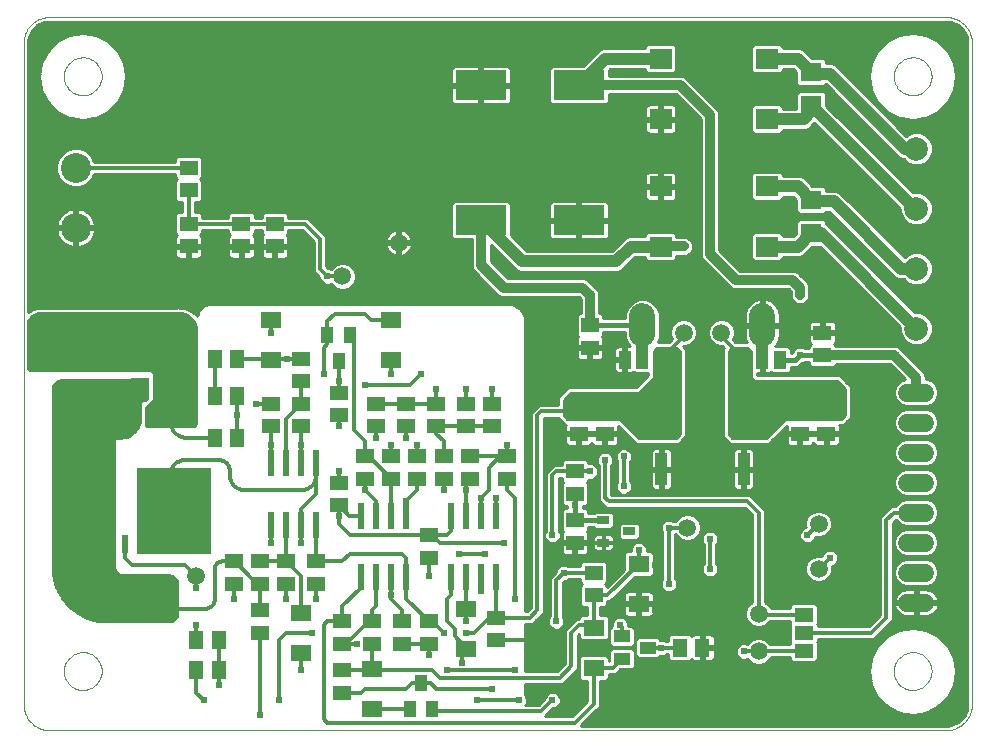
<source format=gtl>
G75*
G70*
%OFA0B0*%
%FSLAX24Y24*%
%IPPOS*%
%LPD*%
%AMOC8*
5,1,8,0,0,1.08239X$1,22.5*
%
%ADD10C,0.0000*%
%ADD11R,0.2500X0.2875*%
%ADD12R,0.0748X0.0669*%
%ADD13R,0.0591X0.0512*%
%ADD14R,0.0709X0.0630*%
%ADD15R,0.0394X0.0276*%
%ADD16R,0.1260X0.0709*%
%ADD17R,0.0240X0.0600*%
%ADD18R,0.0236X0.0866*%
%ADD19R,0.1693X0.0984*%
%ADD20R,0.0394X0.1102*%
%ADD21R,0.0512X0.0591*%
%ADD22R,0.0709X0.0551*%
%ADD23R,0.0394X0.0591*%
%ADD24R,0.0394X0.0787*%
%ADD25C,0.0866*%
%ADD26C,0.1000*%
%ADD27C,0.0787*%
%ADD28C,0.0591*%
%ADD29C,0.0594*%
%ADD30R,0.0394X0.0551*%
%ADD31R,0.0551X0.0394*%
%ADD32R,0.0630X0.0460*%
%ADD33C,0.0100*%
%ADD34C,0.0242*%
%ADD35C,0.0120*%
%ADD36C,0.0660*%
%ADD37C,0.0472*%
%ADD38C,0.0320*%
%ADD39C,0.0160*%
%ADD40C,0.0400*%
%ADD41C,0.0500*%
D10*
X003736Y007660D02*
X033762Y007660D01*
X033763Y007660D02*
X033820Y007666D01*
X033877Y007676D01*
X033933Y007690D01*
X033988Y007708D01*
X034042Y007729D01*
X034094Y007754D01*
X034144Y007783D01*
X034192Y007815D01*
X034238Y007850D01*
X034282Y007888D01*
X034322Y007928D01*
X034360Y007972D01*
X034395Y008018D01*
X034427Y008066D01*
X034456Y008116D01*
X034481Y008168D01*
X034502Y008222D01*
X034520Y008277D01*
X034534Y008333D01*
X034544Y008390D01*
X034550Y008447D01*
X034550Y030637D01*
X034550Y030638D02*
X034544Y030695D01*
X034534Y030752D01*
X034520Y030808D01*
X034502Y030863D01*
X034481Y030917D01*
X034456Y030969D01*
X034427Y031019D01*
X034395Y031067D01*
X034360Y031113D01*
X034322Y031157D01*
X034282Y031197D01*
X034238Y031235D01*
X034192Y031270D01*
X034144Y031302D01*
X034094Y031331D01*
X034042Y031356D01*
X033988Y031377D01*
X033933Y031395D01*
X033877Y031409D01*
X033820Y031419D01*
X033763Y031425D01*
X033762Y031425D02*
X003736Y031425D01*
X003679Y031419D01*
X003622Y031409D01*
X003566Y031395D01*
X003511Y031377D01*
X003457Y031356D01*
X003405Y031331D01*
X003355Y031302D01*
X003307Y031270D01*
X003261Y031235D01*
X003217Y031197D01*
X003177Y031157D01*
X003139Y031113D01*
X003104Y031067D01*
X003072Y031019D01*
X003043Y030969D01*
X003018Y030917D01*
X002997Y030863D01*
X002979Y030808D01*
X002965Y030752D01*
X002955Y030695D01*
X002949Y030638D01*
X002949Y030637D02*
X002949Y008447D01*
X002955Y008390D01*
X002965Y008333D01*
X002979Y008277D01*
X002997Y008222D01*
X003018Y008168D01*
X003043Y008116D01*
X003072Y008066D01*
X003104Y008018D01*
X003139Y007972D01*
X003177Y007928D01*
X003217Y007888D01*
X003261Y007850D01*
X003307Y007815D01*
X003355Y007783D01*
X003405Y007754D01*
X003457Y007729D01*
X003511Y007708D01*
X003566Y007690D01*
X003622Y007676D01*
X003679Y007666D01*
X003736Y007660D01*
X004287Y009629D02*
X004289Y009679D01*
X004295Y009729D01*
X004305Y009778D01*
X004319Y009826D01*
X004336Y009873D01*
X004357Y009918D01*
X004382Y009962D01*
X004410Y010003D01*
X004442Y010042D01*
X004476Y010079D01*
X004513Y010113D01*
X004553Y010143D01*
X004595Y010170D01*
X004639Y010194D01*
X004685Y010215D01*
X004732Y010231D01*
X004780Y010244D01*
X004830Y010253D01*
X004879Y010258D01*
X004930Y010259D01*
X004980Y010256D01*
X005029Y010249D01*
X005078Y010238D01*
X005126Y010223D01*
X005172Y010205D01*
X005217Y010183D01*
X005260Y010157D01*
X005301Y010128D01*
X005340Y010096D01*
X005376Y010061D01*
X005408Y010023D01*
X005438Y009983D01*
X005465Y009940D01*
X005488Y009896D01*
X005507Y009850D01*
X005523Y009802D01*
X005535Y009753D01*
X005543Y009704D01*
X005547Y009654D01*
X005547Y009604D01*
X005543Y009554D01*
X005535Y009505D01*
X005523Y009456D01*
X005507Y009408D01*
X005488Y009362D01*
X005465Y009318D01*
X005438Y009275D01*
X005408Y009235D01*
X005376Y009197D01*
X005340Y009162D01*
X005301Y009130D01*
X005260Y009101D01*
X005217Y009075D01*
X005172Y009053D01*
X005126Y009035D01*
X005078Y009020D01*
X005029Y009009D01*
X004980Y009002D01*
X004930Y008999D01*
X004879Y009000D01*
X004830Y009005D01*
X004780Y009014D01*
X004732Y009027D01*
X004685Y009043D01*
X004639Y009064D01*
X004595Y009088D01*
X004553Y009115D01*
X004513Y009145D01*
X004476Y009179D01*
X004442Y009216D01*
X004410Y009255D01*
X004382Y009296D01*
X004357Y009340D01*
X004336Y009385D01*
X004319Y009432D01*
X004305Y009480D01*
X004295Y009529D01*
X004289Y009579D01*
X004287Y009629D01*
X004287Y029456D02*
X004289Y029506D01*
X004295Y029556D01*
X004305Y029605D01*
X004319Y029653D01*
X004336Y029700D01*
X004357Y029745D01*
X004382Y029789D01*
X004410Y029830D01*
X004442Y029869D01*
X004476Y029906D01*
X004513Y029940D01*
X004553Y029970D01*
X004595Y029997D01*
X004639Y030021D01*
X004685Y030042D01*
X004732Y030058D01*
X004780Y030071D01*
X004830Y030080D01*
X004879Y030085D01*
X004930Y030086D01*
X004980Y030083D01*
X005029Y030076D01*
X005078Y030065D01*
X005126Y030050D01*
X005172Y030032D01*
X005217Y030010D01*
X005260Y029984D01*
X005301Y029955D01*
X005340Y029923D01*
X005376Y029888D01*
X005408Y029850D01*
X005438Y029810D01*
X005465Y029767D01*
X005488Y029723D01*
X005507Y029677D01*
X005523Y029629D01*
X005535Y029580D01*
X005543Y029531D01*
X005547Y029481D01*
X005547Y029431D01*
X005543Y029381D01*
X005535Y029332D01*
X005523Y029283D01*
X005507Y029235D01*
X005488Y029189D01*
X005465Y029145D01*
X005438Y029102D01*
X005408Y029062D01*
X005376Y029024D01*
X005340Y028989D01*
X005301Y028957D01*
X005260Y028928D01*
X005217Y028902D01*
X005172Y028880D01*
X005126Y028862D01*
X005078Y028847D01*
X005029Y028836D01*
X004980Y028829D01*
X004930Y028826D01*
X004879Y028827D01*
X004830Y028832D01*
X004780Y028841D01*
X004732Y028854D01*
X004685Y028870D01*
X004639Y028891D01*
X004595Y028915D01*
X004553Y028942D01*
X004513Y028972D01*
X004476Y029006D01*
X004442Y029043D01*
X004410Y029082D01*
X004382Y029123D01*
X004357Y029167D01*
X004336Y029212D01*
X004319Y029259D01*
X004305Y029307D01*
X004295Y029356D01*
X004289Y029406D01*
X004287Y029456D01*
X031951Y029456D02*
X031953Y029506D01*
X031959Y029556D01*
X031969Y029605D01*
X031983Y029653D01*
X032000Y029700D01*
X032021Y029745D01*
X032046Y029789D01*
X032074Y029830D01*
X032106Y029869D01*
X032140Y029906D01*
X032177Y029940D01*
X032217Y029970D01*
X032259Y029997D01*
X032303Y030021D01*
X032349Y030042D01*
X032396Y030058D01*
X032444Y030071D01*
X032494Y030080D01*
X032543Y030085D01*
X032594Y030086D01*
X032644Y030083D01*
X032693Y030076D01*
X032742Y030065D01*
X032790Y030050D01*
X032836Y030032D01*
X032881Y030010D01*
X032924Y029984D01*
X032965Y029955D01*
X033004Y029923D01*
X033040Y029888D01*
X033072Y029850D01*
X033102Y029810D01*
X033129Y029767D01*
X033152Y029723D01*
X033171Y029677D01*
X033187Y029629D01*
X033199Y029580D01*
X033207Y029531D01*
X033211Y029481D01*
X033211Y029431D01*
X033207Y029381D01*
X033199Y029332D01*
X033187Y029283D01*
X033171Y029235D01*
X033152Y029189D01*
X033129Y029145D01*
X033102Y029102D01*
X033072Y029062D01*
X033040Y029024D01*
X033004Y028989D01*
X032965Y028957D01*
X032924Y028928D01*
X032881Y028902D01*
X032836Y028880D01*
X032790Y028862D01*
X032742Y028847D01*
X032693Y028836D01*
X032644Y028829D01*
X032594Y028826D01*
X032543Y028827D01*
X032494Y028832D01*
X032444Y028841D01*
X032396Y028854D01*
X032349Y028870D01*
X032303Y028891D01*
X032259Y028915D01*
X032217Y028942D01*
X032177Y028972D01*
X032140Y029006D01*
X032106Y029043D01*
X032074Y029082D01*
X032046Y029123D01*
X032021Y029167D01*
X032000Y029212D01*
X031983Y029259D01*
X031969Y029307D01*
X031959Y029356D01*
X031953Y029406D01*
X031951Y029456D01*
X031951Y009629D02*
X031953Y009679D01*
X031959Y009729D01*
X031969Y009778D01*
X031983Y009826D01*
X032000Y009873D01*
X032021Y009918D01*
X032046Y009962D01*
X032074Y010003D01*
X032106Y010042D01*
X032140Y010079D01*
X032177Y010113D01*
X032217Y010143D01*
X032259Y010170D01*
X032303Y010194D01*
X032349Y010215D01*
X032396Y010231D01*
X032444Y010244D01*
X032494Y010253D01*
X032543Y010258D01*
X032594Y010259D01*
X032644Y010256D01*
X032693Y010249D01*
X032742Y010238D01*
X032790Y010223D01*
X032836Y010205D01*
X032881Y010183D01*
X032924Y010157D01*
X032965Y010128D01*
X033004Y010096D01*
X033040Y010061D01*
X033072Y010023D01*
X033102Y009983D01*
X033129Y009940D01*
X033152Y009896D01*
X033171Y009850D01*
X033187Y009802D01*
X033199Y009753D01*
X033207Y009704D01*
X033211Y009654D01*
X033211Y009604D01*
X033207Y009554D01*
X033199Y009505D01*
X033187Y009456D01*
X033171Y009408D01*
X033152Y009362D01*
X033129Y009318D01*
X033102Y009275D01*
X033072Y009235D01*
X033040Y009197D01*
X033004Y009162D01*
X032965Y009130D01*
X032924Y009101D01*
X032881Y009075D01*
X032836Y009053D01*
X032790Y009035D01*
X032742Y009020D01*
X032693Y009009D01*
X032644Y009002D01*
X032594Y008999D01*
X032543Y009000D01*
X032494Y009005D01*
X032444Y009014D01*
X032396Y009027D01*
X032349Y009043D01*
X032303Y009064D01*
X032259Y009088D01*
X032217Y009115D01*
X032177Y009145D01*
X032140Y009179D01*
X032106Y009216D01*
X032074Y009255D01*
X032046Y009296D01*
X032021Y009340D01*
X032000Y009385D01*
X031983Y009432D01*
X031969Y009480D01*
X031959Y009529D01*
X031953Y009579D01*
X031951Y009629D01*
D11*
X007949Y014973D03*
D12*
X024177Y023781D03*
X024177Y025789D03*
X024177Y028031D03*
X024177Y030039D03*
X027720Y030039D03*
X027720Y028031D03*
X027720Y025789D03*
X027720Y023781D03*
D13*
X029574Y020909D03*
X029574Y020161D03*
X029699Y018284D03*
X029699Y017536D03*
X028824Y017536D03*
X028824Y018284D03*
X022324Y018284D03*
X022324Y017536D03*
X021449Y017536D03*
X021449Y018284D03*
X021324Y016284D03*
X021324Y015536D03*
X021324Y014659D03*
X021324Y013911D03*
X021949Y012909D03*
X021949Y012161D03*
X018699Y011409D03*
X018699Y010661D03*
X016449Y010536D03*
X016449Y011284D03*
X015574Y011284D03*
X015574Y010536D03*
X014574Y010536D03*
X014574Y011284D03*
X013574Y011284D03*
X013574Y010536D03*
X013574Y009659D03*
X013574Y008911D03*
X010824Y010911D03*
X010824Y011659D03*
X010824Y012536D03*
X010824Y013284D03*
X011699Y013284D03*
X011699Y012536D03*
X012699Y012536D03*
X012699Y013284D03*
X013449Y015161D03*
X013449Y015909D03*
X014324Y016036D03*
X014324Y016784D03*
X015199Y016784D03*
X015199Y016036D03*
X016074Y016036D03*
X016074Y016784D03*
X016949Y016784D03*
X016949Y016036D03*
X017824Y016036D03*
X017824Y016784D03*
X017699Y017786D03*
X017699Y018534D03*
X018574Y018534D03*
X018574Y017786D03*
X019074Y016784D03*
X019074Y016036D03*
X016699Y017786D03*
X016699Y018534D03*
X015699Y018534D03*
X015699Y017786D03*
X014699Y017786D03*
X014699Y018534D03*
X013449Y018161D03*
X013449Y018909D03*
X012199Y018534D03*
X012199Y019286D03*
X012199Y020034D03*
X011199Y018534D03*
X011199Y017786D03*
X012199Y017786D03*
X009949Y013284D03*
X009949Y012536D03*
X016449Y013411D03*
X016449Y014159D03*
X021824Y020411D03*
X021824Y021159D03*
X011324Y023786D03*
X011324Y024534D03*
X010199Y024534D03*
X010199Y023786D03*
X008449Y023786D03*
X008449Y024534D03*
X008449Y025661D03*
X008449Y026409D03*
X006824Y019909D03*
X006824Y019161D03*
D14*
X029199Y024234D03*
X029199Y025336D03*
X029199Y028484D03*
X029199Y029586D03*
D15*
X022265Y014659D03*
X022265Y013911D03*
X023132Y014285D03*
D16*
X007824Y015933D03*
X007824Y018137D03*
D17*
X007824Y013865D03*
X007324Y013865D03*
X006824Y013865D03*
X006324Y013865D03*
X006324Y011705D03*
X006824Y011705D03*
X007324Y011705D03*
X007824Y011705D03*
D18*
X011199Y014511D03*
X011699Y014511D03*
X012199Y014511D03*
X012699Y014511D03*
X014199Y014809D03*
X014699Y014809D03*
X015199Y014809D03*
X015699Y014809D03*
X017199Y014809D03*
X017699Y014809D03*
X018199Y014809D03*
X018699Y014809D03*
X018699Y012761D03*
X018199Y012761D03*
X017699Y012761D03*
X017199Y012761D03*
X015699Y012761D03*
X015199Y012761D03*
X014699Y012761D03*
X014199Y012761D03*
X012699Y016559D03*
X012199Y016559D03*
X011699Y016559D03*
X011199Y016559D03*
D19*
X018190Y024660D03*
X021457Y024660D03*
X021457Y029160D03*
X018190Y029160D03*
D20*
X024199Y018210D03*
X024199Y016360D03*
X026949Y016360D03*
X026949Y018210D03*
D21*
X025573Y010410D03*
X024824Y010410D03*
X010073Y017410D03*
X009324Y017410D03*
X009324Y018785D03*
X010073Y018785D03*
X010073Y020035D03*
X009324Y020035D03*
X009448Y010660D03*
X008699Y010660D03*
X008699Y009660D03*
X009448Y009660D03*
D22*
X012199Y010241D03*
X012199Y011579D03*
X014574Y009704D03*
X014574Y008366D03*
X017699Y010366D03*
X017699Y011704D03*
X021949Y011079D03*
X021949Y009741D03*
X023449Y011866D03*
X023449Y013204D03*
X015199Y019991D03*
X015199Y021329D03*
X011199Y021329D03*
X011199Y019991D03*
D23*
X022983Y020005D03*
X024164Y020005D03*
X026983Y020005D03*
X028164Y020005D03*
D24*
X027574Y020105D03*
X023574Y020105D03*
D25*
X023574Y020860D02*
X023574Y021450D01*
X027574Y021450D02*
X027574Y020860D01*
D26*
X004689Y020527D03*
X004689Y018527D03*
X004689Y024402D03*
X004689Y026402D03*
D27*
X032708Y027043D03*
X032708Y025043D03*
X032708Y023043D03*
X032708Y021043D03*
D28*
X026199Y020910D03*
X024949Y020910D03*
X029449Y014535D03*
X029449Y013035D03*
X027449Y011535D03*
X027449Y010285D03*
X025074Y014410D03*
X015449Y023910D03*
X013574Y022785D03*
X008699Y012785D03*
D29*
X032402Y012910D02*
X032995Y012910D01*
X032995Y011910D02*
X032402Y011910D01*
X032402Y013910D02*
X032995Y013910D01*
X032995Y014910D02*
X032402Y014910D01*
X032402Y015910D02*
X032995Y015910D01*
X032995Y016910D02*
X032402Y016910D01*
X032402Y017910D02*
X032995Y017910D01*
X032995Y018910D02*
X032402Y018910D01*
D30*
X016573Y008352D03*
X015824Y008352D03*
X016199Y009218D03*
X013449Y019977D03*
X013823Y020843D03*
X013074Y020843D03*
D31*
X022890Y010784D03*
X022890Y010036D03*
X023757Y010410D03*
D32*
X028949Y010310D03*
X028949Y010910D03*
X028949Y011510D03*
D33*
X029414Y011502D02*
X031489Y011502D01*
X031489Y011497D02*
X031112Y011120D01*
X029414Y011120D01*
X029414Y011202D01*
X029406Y011210D01*
X029414Y011218D01*
X029414Y011802D01*
X029326Y011890D01*
X028571Y011890D01*
X028484Y011802D01*
X028484Y011720D01*
X027854Y011720D01*
X027826Y011787D01*
X027701Y011912D01*
X027659Y011930D01*
X027659Y014997D01*
X027535Y015120D01*
X027160Y015495D01*
X022535Y015495D01*
X022534Y015497D01*
X022534Y016487D01*
X022553Y016506D01*
X022595Y016606D01*
X022595Y016714D01*
X022553Y016814D01*
X022477Y016890D01*
X022377Y016931D01*
X022270Y016931D01*
X022170Y016890D01*
X022094Y016814D01*
X022052Y016714D01*
X022052Y016606D01*
X022094Y016506D01*
X022114Y016487D01*
X022114Y015323D01*
X022239Y015198D01*
X022362Y015075D01*
X026987Y015075D01*
X027239Y014823D01*
X027239Y011930D01*
X027196Y011912D01*
X027071Y011787D01*
X027003Y011624D01*
X027003Y011446D01*
X027071Y011283D01*
X027196Y011158D01*
X027360Y011090D01*
X027537Y011090D01*
X027701Y011158D01*
X027826Y011283D01*
X027833Y011300D01*
X028484Y011300D01*
X028484Y011218D01*
X028491Y011210D01*
X028484Y011202D01*
X028484Y010618D01*
X028491Y010610D01*
X028484Y010602D01*
X028484Y010520D01*
X027833Y010520D01*
X027826Y010537D01*
X027701Y010662D01*
X027537Y010730D01*
X027360Y010730D01*
X027196Y010662D01*
X027071Y010537D01*
X027068Y010529D01*
X027002Y010556D01*
X026895Y010556D01*
X026795Y010515D01*
X026719Y010439D01*
X026677Y010339D01*
X026677Y010231D01*
X026719Y010131D01*
X026795Y010055D01*
X026895Y010014D01*
X027002Y010014D01*
X027068Y010041D01*
X027071Y010033D01*
X027196Y009908D01*
X027360Y009840D01*
X027537Y009840D01*
X027701Y009908D01*
X027826Y010033D01*
X027854Y010100D01*
X028484Y010100D01*
X028484Y010018D01*
X028571Y009930D01*
X029326Y009930D01*
X029414Y010018D01*
X029414Y010602D01*
X029406Y010610D01*
X029414Y010618D01*
X029414Y010700D01*
X031285Y010700D01*
X031785Y011200D01*
X031909Y011323D01*
X031909Y014573D01*
X032014Y014678D01*
X032023Y014657D01*
X032149Y014531D01*
X032313Y014463D01*
X033084Y014463D01*
X033248Y014531D01*
X033374Y014657D01*
X033442Y014821D01*
X033442Y014999D01*
X033374Y015163D01*
X033248Y015289D01*
X033084Y015357D01*
X032313Y015357D01*
X032149Y015289D01*
X032023Y015163D01*
X032005Y015120D01*
X031862Y015120D01*
X031739Y014997D01*
X031489Y014747D01*
X031489Y011497D01*
X031489Y011600D02*
X029414Y011600D01*
X029414Y011699D02*
X031489Y011699D01*
X031489Y011797D02*
X029414Y011797D01*
X029414Y011403D02*
X031395Y011403D01*
X031296Y011305D02*
X029414Y011305D01*
X029410Y011206D02*
X031198Y011206D01*
X031496Y010911D02*
X031940Y010911D01*
X032133Y011009D02*
X031728Y010802D01*
X031407Y010481D01*
X031201Y010077D01*
X031201Y010077D01*
X031130Y009629D01*
X031201Y009180D01*
X031407Y008776D01*
X031407Y008776D01*
X031728Y008455D01*
X032133Y008248D01*
X032581Y008177D01*
X032581Y008177D01*
X033030Y008248D01*
X033434Y008455D01*
X033434Y008455D01*
X033755Y008776D01*
X033961Y009180D01*
X034032Y009629D01*
X033961Y010077D01*
X033755Y010481D01*
X033434Y010802D01*
X033030Y011009D01*
X032581Y011080D01*
X032133Y011009D01*
X032136Y011009D02*
X031594Y011009D01*
X031693Y011108D02*
X034400Y011108D01*
X034400Y011206D02*
X031791Y011206D01*
X031890Y011305D02*
X034400Y011305D01*
X034400Y011403D02*
X031909Y011403D01*
X031909Y011502D02*
X032219Y011502D01*
X032230Y011496D02*
X032297Y011474D01*
X032366Y011463D01*
X032650Y011463D01*
X032650Y011862D01*
X031957Y011862D01*
X031966Y011805D01*
X031988Y011738D01*
X032019Y011676D01*
X032061Y011619D01*
X032111Y011569D01*
X032167Y011528D01*
X032230Y011496D01*
X032080Y011600D02*
X031909Y011600D01*
X031909Y011699D02*
X032008Y011699D01*
X031969Y011797D02*
X031909Y011797D01*
X031909Y011896D02*
X032650Y011896D01*
X032650Y011862D02*
X032650Y011958D01*
X031957Y011958D01*
X031966Y012015D01*
X031988Y012082D01*
X032019Y012144D01*
X032061Y012201D01*
X032111Y012251D01*
X032167Y012292D01*
X032230Y012324D01*
X032297Y012346D01*
X032366Y012357D01*
X032650Y012357D01*
X032650Y011958D01*
X032747Y011958D01*
X033440Y011958D01*
X033431Y012015D01*
X033409Y012082D01*
X033378Y012144D01*
X033336Y012201D01*
X033286Y012251D01*
X033230Y012292D01*
X033167Y012324D01*
X033100Y012346D01*
X033031Y012357D01*
X032747Y012357D01*
X032747Y011958D01*
X032747Y011862D01*
X033440Y011862D01*
X033431Y011805D01*
X033409Y011738D01*
X033378Y011676D01*
X033336Y011619D01*
X033286Y011569D01*
X033230Y011528D01*
X033167Y011496D01*
X033100Y011474D01*
X033031Y011463D01*
X032747Y011463D01*
X032747Y011862D01*
X032650Y011862D01*
X032650Y011797D02*
X032747Y011797D01*
X032747Y011699D02*
X032650Y011699D01*
X032650Y011600D02*
X032747Y011600D01*
X032747Y011502D02*
X032650Y011502D01*
X032747Y011896D02*
X034400Y011896D01*
X034400Y011994D02*
X033434Y011994D01*
X033404Y012093D02*
X034400Y012093D01*
X034400Y012191D02*
X033344Y012191D01*
X033233Y012290D02*
X034400Y012290D01*
X034400Y012388D02*
X031909Y012388D01*
X031909Y012290D02*
X032164Y012290D01*
X032053Y012191D02*
X031909Y012191D01*
X031909Y012093D02*
X031993Y012093D01*
X031963Y011994D02*
X031909Y011994D01*
X031489Y011994D02*
X027659Y011994D01*
X027659Y012093D02*
X031489Y012093D01*
X031489Y012191D02*
X027659Y012191D01*
X027659Y012290D02*
X031489Y012290D01*
X031489Y012388D02*
X027659Y012388D01*
X027659Y012487D02*
X031489Y012487D01*
X031489Y012585D02*
X027659Y012585D01*
X027659Y012684D02*
X029170Y012684D01*
X029196Y012658D02*
X029360Y012590D01*
X029537Y012590D01*
X029701Y012658D01*
X029826Y012783D01*
X029894Y012946D01*
X029894Y013124D01*
X029886Y013143D01*
X029977Y013180D01*
X030053Y013256D01*
X030095Y013356D01*
X030095Y013464D01*
X030053Y013564D01*
X029977Y013640D01*
X029877Y013681D01*
X029770Y013681D01*
X029670Y013640D01*
X029594Y013564D01*
X029556Y013472D01*
X029537Y013480D01*
X029360Y013480D01*
X029196Y013412D01*
X029071Y013287D01*
X029003Y013124D01*
X029003Y012946D01*
X029071Y012783D01*
X029196Y012658D01*
X029072Y012782D02*
X027659Y012782D01*
X027659Y012881D02*
X029031Y012881D01*
X029003Y012979D02*
X027659Y012979D01*
X027659Y013078D02*
X029003Y013078D01*
X029025Y013176D02*
X027659Y013176D01*
X027659Y013275D02*
X029066Y013275D01*
X029157Y013373D02*
X027659Y013373D01*
X027659Y013472D02*
X029339Y013472D01*
X029600Y013570D02*
X027659Y013570D01*
X027659Y013669D02*
X029739Y013669D01*
X029908Y013669D02*
X031489Y013669D01*
X031489Y013767D02*
X027659Y013767D01*
X027659Y013866D02*
X031489Y013866D01*
X031489Y013964D02*
X029261Y013964D01*
X029227Y013930D02*
X029303Y014006D01*
X029341Y014098D01*
X029360Y014090D01*
X029537Y014090D01*
X029701Y014158D01*
X029826Y014283D01*
X029894Y014446D01*
X029894Y014624D01*
X029826Y014787D01*
X029701Y014912D01*
X029537Y014980D01*
X029360Y014980D01*
X029196Y014912D01*
X029071Y014787D01*
X029003Y014624D01*
X029003Y014446D01*
X029011Y014427D01*
X028920Y014390D01*
X028844Y014314D01*
X028802Y014214D01*
X028802Y014106D01*
X028844Y014006D01*
X028920Y013930D01*
X029020Y013889D01*
X029127Y013889D01*
X029227Y013930D01*
X029326Y014063D02*
X031489Y014063D01*
X031489Y014161D02*
X029704Y014161D01*
X029803Y014260D02*
X031489Y014260D01*
X031489Y014358D02*
X029857Y014358D01*
X029894Y014457D02*
X031489Y014457D01*
X031489Y014555D02*
X029894Y014555D01*
X029881Y014654D02*
X031489Y014654D01*
X031494Y014752D02*
X029841Y014752D01*
X029763Y014851D02*
X031592Y014851D01*
X031691Y014949D02*
X029613Y014949D01*
X029284Y014949D02*
X027659Y014949D01*
X027659Y014851D02*
X029134Y014851D01*
X029056Y014752D02*
X027659Y014752D01*
X027659Y014654D02*
X029016Y014654D01*
X029003Y014555D02*
X027659Y014555D01*
X027659Y014457D02*
X029003Y014457D01*
X028888Y014358D02*
X027659Y014358D01*
X027659Y014260D02*
X028821Y014260D01*
X028802Y014161D02*
X027659Y014161D01*
X027659Y014063D02*
X028821Y014063D01*
X028886Y013964D02*
X027659Y013964D01*
X027239Y013964D02*
X026087Y013964D01*
X026095Y013981D02*
X026095Y014089D01*
X026053Y014189D01*
X025977Y014265D01*
X025877Y014306D01*
X025770Y014306D01*
X025670Y014265D01*
X025594Y014189D01*
X025552Y014089D01*
X025552Y013981D01*
X025594Y013881D01*
X025614Y013862D01*
X025614Y013208D01*
X025594Y013189D01*
X025552Y013089D01*
X025552Y012981D01*
X025594Y012881D01*
X025670Y012805D01*
X025770Y012764D01*
X025877Y012764D01*
X025977Y012805D01*
X026053Y012881D01*
X026095Y012981D01*
X026095Y013089D01*
X026053Y013189D01*
X026034Y013208D01*
X026034Y013862D01*
X026053Y013881D01*
X026095Y013981D01*
X026095Y014063D02*
X027239Y014063D01*
X027239Y014161D02*
X026065Y014161D01*
X025982Y014260D02*
X027239Y014260D01*
X027239Y014358D02*
X025519Y014358D01*
X025519Y014321D02*
X025519Y014499D01*
X025451Y014662D01*
X025326Y014787D01*
X025162Y014855D01*
X024985Y014855D01*
X024821Y014787D01*
X024696Y014662D01*
X024679Y014620D01*
X024622Y014620D01*
X024602Y014640D01*
X024502Y014681D01*
X024395Y014681D01*
X024295Y014640D01*
X024219Y014564D01*
X024177Y014464D01*
X024177Y014356D01*
X024219Y014256D01*
X024239Y014237D01*
X024239Y012708D01*
X024219Y012689D01*
X024177Y012589D01*
X024177Y012481D01*
X024219Y012381D01*
X024295Y012305D01*
X024395Y012264D01*
X024502Y012264D01*
X024602Y012305D01*
X024678Y012381D01*
X024720Y012481D01*
X024720Y012589D01*
X024678Y012689D01*
X024659Y012708D01*
X024659Y014200D01*
X024679Y014200D01*
X024696Y014158D01*
X024821Y014033D01*
X024985Y013965D01*
X025162Y013965D01*
X025326Y014033D01*
X025451Y014158D01*
X025519Y014321D01*
X025493Y014260D02*
X025665Y014260D01*
X025582Y014161D02*
X025452Y014161D01*
X025356Y014063D02*
X025552Y014063D01*
X025560Y013964D02*
X024659Y013964D01*
X024659Y013866D02*
X025610Y013866D01*
X025614Y013767D02*
X024659Y013767D01*
X024659Y013669D02*
X025614Y013669D01*
X025614Y013570D02*
X024659Y013570D01*
X024659Y013472D02*
X025614Y013472D01*
X025614Y013373D02*
X024659Y013373D01*
X024659Y013275D02*
X025614Y013275D01*
X025589Y013176D02*
X024659Y013176D01*
X024659Y013078D02*
X025552Y013078D01*
X025553Y012979D02*
X024659Y012979D01*
X024659Y012881D02*
X025595Y012881D01*
X025726Y012782D02*
X024659Y012782D01*
X024680Y012684D02*
X027239Y012684D01*
X027239Y012782D02*
X025921Y012782D01*
X026052Y012881D02*
X027239Y012881D01*
X027239Y012979D02*
X026094Y012979D01*
X026095Y013078D02*
X027239Y013078D01*
X027239Y013176D02*
X026058Y013176D01*
X026034Y013275D02*
X027239Y013275D01*
X027239Y013373D02*
X026034Y013373D01*
X026034Y013472D02*
X027239Y013472D01*
X027239Y013570D02*
X026034Y013570D01*
X026034Y013669D02*
X027239Y013669D01*
X027239Y013767D02*
X026034Y013767D01*
X026037Y013866D02*
X027239Y013866D01*
X027239Y014457D02*
X025519Y014457D01*
X025495Y014555D02*
X027239Y014555D01*
X027239Y014654D02*
X025455Y014654D01*
X025361Y014752D02*
X027239Y014752D01*
X027211Y014851D02*
X025174Y014851D01*
X024973Y014851D02*
X022612Y014851D01*
X022612Y014859D02*
X022524Y014947D01*
X022006Y014947D01*
X021949Y014889D01*
X021769Y014889D01*
X021769Y014977D01*
X021681Y015065D01*
X021577Y015065D01*
X021595Y015106D01*
X021595Y015130D01*
X021681Y015130D01*
X021769Y015218D01*
X021769Y015854D01*
X021713Y015910D01*
X021769Y015966D01*
X021769Y016014D01*
X021770Y016014D01*
X021877Y016014D01*
X021977Y016055D01*
X022053Y016131D01*
X022114Y016131D01*
X022053Y016131D02*
X022095Y016231D01*
X022095Y016339D01*
X022053Y016439D01*
X021977Y016515D01*
X021877Y016556D01*
X021770Y016556D01*
X021769Y016556D01*
X021769Y016602D01*
X021681Y016690D01*
X020966Y016690D01*
X020878Y016602D01*
X020878Y016495D01*
X020612Y016495D01*
X020489Y016372D01*
X020364Y016248D01*
X020364Y014334D01*
X020344Y014314D01*
X020302Y014214D01*
X020302Y014106D01*
X020344Y014006D01*
X020420Y013930D01*
X020520Y013889D01*
X020627Y013889D01*
X020727Y013930D01*
X020803Y014006D01*
X020845Y014106D01*
X020845Y014214D01*
X020803Y014314D01*
X020785Y014332D01*
X020785Y014369D01*
X020784Y014370D01*
X020784Y016074D01*
X020785Y016075D01*
X020878Y016075D01*
X020878Y015966D01*
X020934Y015910D01*
X020878Y015854D01*
X020878Y015218D01*
X020966Y015130D01*
X021052Y015130D01*
X021052Y015106D01*
X021070Y015065D01*
X020966Y015065D01*
X020878Y014977D01*
X020878Y014341D01*
X020934Y014285D01*
X020908Y014259D01*
X020888Y014225D01*
X020878Y014187D01*
X020878Y013961D01*
X021274Y013961D01*
X021274Y013861D01*
X021374Y013861D01*
X021374Y013961D01*
X021769Y013961D01*
X021769Y014187D01*
X021759Y014225D01*
X021739Y014259D01*
X021713Y014285D01*
X021769Y014341D01*
X021769Y014429D01*
X021949Y014429D01*
X022006Y014371D01*
X022524Y014371D01*
X022612Y014459D01*
X022612Y014859D01*
X022612Y014752D02*
X024786Y014752D01*
X024692Y014654D02*
X024569Y014654D01*
X024328Y014654D02*
X022612Y014654D01*
X022612Y014555D02*
X022855Y014555D01*
X022873Y014573D02*
X022785Y014485D01*
X022785Y014085D01*
X022873Y013997D01*
X023391Y013997D01*
X023478Y014085D01*
X023478Y014485D01*
X023391Y014573D01*
X022873Y014573D01*
X022785Y014457D02*
X022610Y014457D01*
X022785Y014358D02*
X021769Y014358D01*
X021738Y014260D02*
X022785Y014260D01*
X022785Y014161D02*
X022562Y014161D01*
X022554Y014169D02*
X022520Y014189D01*
X022482Y014199D01*
X022284Y014199D01*
X022284Y013930D01*
X022247Y013930D01*
X022247Y014199D01*
X022049Y014199D01*
X022011Y014189D01*
X021976Y014169D01*
X021949Y014141D01*
X021929Y014107D01*
X021919Y014069D01*
X021919Y013930D01*
X022247Y013930D01*
X022247Y013892D01*
X022284Y013892D01*
X022284Y013623D01*
X022482Y013623D01*
X022520Y013633D01*
X022554Y013653D01*
X022582Y013681D01*
X022602Y013715D01*
X022612Y013753D01*
X022612Y013892D01*
X022284Y013892D01*
X022284Y013930D01*
X022612Y013930D01*
X022612Y014069D01*
X022602Y014107D01*
X022582Y014141D01*
X022554Y014169D01*
X022612Y014063D02*
X022807Y014063D01*
X022612Y013964D02*
X024239Y013964D01*
X024239Y013866D02*
X023626Y013866D01*
X023602Y013890D02*
X023502Y013931D01*
X023395Y013931D01*
X023295Y013890D01*
X023219Y013814D01*
X023177Y013714D01*
X023177Y013630D01*
X023032Y013630D01*
X022944Y013542D01*
X022944Y012997D01*
X022394Y012447D01*
X022394Y012479D01*
X022338Y012535D01*
X022394Y012591D01*
X022394Y013227D01*
X022306Y013315D01*
X021591Y013315D01*
X021503Y013227D01*
X021503Y013119D01*
X021160Y013119D01*
X021160Y013120D01*
X021122Y013120D01*
X021102Y013140D01*
X021002Y013181D01*
X020895Y013181D01*
X020795Y013140D01*
X020719Y013064D01*
X020677Y012964D01*
X020677Y012936D01*
X020612Y012870D01*
X020612Y012870D01*
X020489Y012747D01*
X020489Y011458D01*
X020469Y011439D01*
X020427Y011339D01*
X020427Y011231D01*
X020469Y011131D01*
X020545Y011055D01*
X020645Y011014D01*
X020752Y011014D01*
X020852Y011055D01*
X020928Y011131D01*
X020970Y011231D01*
X020970Y011339D01*
X020928Y011439D01*
X020909Y011458D01*
X020909Y012573D01*
X020974Y012639D01*
X021002Y012639D01*
X021102Y012680D01*
X021121Y012699D01*
X021503Y012699D01*
X021503Y012591D01*
X021559Y012535D01*
X021503Y012479D01*
X021503Y011843D01*
X021591Y011755D01*
X021739Y011755D01*
X021739Y011505D01*
X021532Y011505D01*
X021444Y011417D01*
X021444Y011370D01*
X021362Y011370D01*
X021239Y011247D01*
X020989Y010997D01*
X020989Y009872D01*
X020737Y009620D01*
X019659Y009620D01*
X019659Y011200D01*
X019910Y011200D01*
X020034Y011323D01*
X020284Y011573D01*
X020284Y018073D01*
X020285Y018075D01*
X020751Y018075D01*
X020866Y017960D01*
X020991Y017835D01*
X021009Y017835D01*
X021003Y017812D01*
X021003Y017586D01*
X021399Y017586D01*
X021399Y017486D01*
X021499Y017486D01*
X021499Y017586D01*
X022274Y017586D01*
X022274Y017486D01*
X022374Y017486D01*
X022374Y017586D01*
X022769Y017586D01*
X022769Y017807D01*
X023366Y017210D01*
X024781Y017210D01*
X024899Y017327D01*
X025024Y017452D01*
X025024Y020368D01*
X024927Y020465D01*
X025037Y020465D01*
X025201Y020533D01*
X025326Y020658D01*
X025394Y020821D01*
X025394Y020999D01*
X025326Y021162D01*
X025201Y021287D01*
X025037Y021355D01*
X024860Y021355D01*
X024696Y021287D01*
X024571Y021162D01*
X024503Y020999D01*
X024503Y020821D01*
X024556Y020694D01*
X024472Y020610D01*
X024101Y020610D01*
X024157Y020744D01*
X024157Y021566D01*
X024068Y021781D01*
X023904Y021945D01*
X023689Y022033D01*
X023458Y022033D01*
X023243Y021945D01*
X023079Y021781D01*
X022990Y021566D01*
X022990Y021385D01*
X022269Y021385D01*
X022269Y021477D01*
X022181Y021565D01*
X022139Y021565D01*
X022139Y022216D01*
X022092Y022330D01*
X021836Y022586D01*
X021749Y022673D01*
X021635Y022720D01*
X019077Y022720D01*
X018509Y023288D01*
X018509Y023846D01*
X019268Y023087D01*
X019268Y023087D01*
X019366Y022988D01*
X019495Y022935D01*
X022768Y022935D01*
X022897Y022988D01*
X022995Y023087D01*
X023340Y023431D01*
X023653Y023431D01*
X023653Y023384D01*
X023741Y023296D01*
X024613Y023296D01*
X024701Y023384D01*
X024701Y023475D01*
X025010Y023475D01*
X025124Y023522D01*
X025211Y023609D01*
X025259Y023723D01*
X025259Y023847D01*
X025211Y023961D01*
X025124Y024048D01*
X025010Y024095D01*
X024701Y024095D01*
X024701Y024178D01*
X024613Y024266D01*
X023741Y024266D01*
X023653Y024178D01*
X023653Y024131D01*
X023125Y024131D01*
X022996Y024078D01*
X022554Y023635D01*
X019710Y023635D01*
X019186Y024159D01*
X019186Y025214D01*
X019098Y025302D01*
X017281Y025302D01*
X017193Y025214D01*
X017193Y024106D01*
X017281Y024018D01*
X017889Y024018D01*
X017889Y023098D01*
X017936Y022984D01*
X018023Y022897D01*
X018773Y022147D01*
X018887Y022100D01*
X021445Y022100D01*
X021519Y022026D01*
X021519Y021565D01*
X021466Y021565D01*
X021378Y021477D01*
X021378Y020841D01*
X021434Y020785D01*
X021408Y020759D01*
X021388Y020725D01*
X021378Y020687D01*
X021378Y020461D01*
X021774Y020461D01*
X021774Y020361D01*
X021874Y020361D01*
X021874Y020461D01*
X022269Y020461D01*
X022269Y020687D01*
X022259Y020725D01*
X022239Y020759D01*
X022213Y020785D01*
X022269Y020841D01*
X022269Y020925D01*
X022990Y020925D01*
X022990Y020744D01*
X023079Y020530D01*
X023158Y020450D01*
X023032Y020450D01*
X023032Y020054D01*
X022935Y020054D01*
X022935Y020450D01*
X022767Y020450D01*
X022729Y020440D01*
X022694Y020420D01*
X022666Y020392D01*
X022647Y020358D01*
X022636Y020320D01*
X022636Y020054D01*
X022935Y020054D01*
X022935Y019957D01*
X022636Y019957D01*
X022636Y019690D01*
X022647Y019652D01*
X022666Y019618D01*
X022694Y019590D01*
X022729Y019570D01*
X022767Y019560D01*
X022935Y019560D01*
X022935Y019957D01*
X023032Y019957D01*
X023032Y019560D01*
X023200Y019560D01*
X023238Y019570D01*
X023272Y019590D01*
X023279Y019597D01*
X023315Y019561D01*
X023749Y019561D01*
X023749Y019493D01*
X023366Y019110D01*
X021116Y019110D01*
X020999Y018993D01*
X020999Y018993D01*
X020866Y018860D01*
X020866Y018860D01*
X020749Y018743D01*
X020749Y018495D01*
X019659Y018495D01*
X019659Y018397D02*
X020013Y018397D01*
X019989Y018372D02*
X019987Y018370D01*
X019864Y018247D01*
X019864Y011747D01*
X019737Y011620D01*
X019659Y011620D01*
X019659Y021209D01*
X019665Y021217D01*
X019659Y021294D01*
X019659Y021304D01*
X019668Y021320D01*
X019659Y021357D01*
X019659Y021372D01*
X019653Y021378D01*
X019650Y021387D01*
X019648Y021410D01*
X019653Y021423D01*
X019646Y021438D01*
X019644Y021455D01*
X019634Y021464D01*
X019624Y021485D01*
X019618Y021508D01*
X019620Y021522D01*
X019611Y021535D01*
X019606Y021552D01*
X019594Y021558D01*
X019581Y021578D01*
X019571Y021599D01*
X019571Y021613D01*
X019559Y021625D01*
X019552Y021640D01*
X019539Y021645D01*
X019522Y021662D01*
X019509Y021681D01*
X019506Y021694D01*
X019493Y021704D01*
X019483Y021718D01*
X019470Y021720D01*
X019450Y021734D01*
X019433Y021751D01*
X019429Y021763D01*
X019413Y021770D01*
X019402Y021782D01*
X019388Y021782D01*
X019366Y021792D01*
X019347Y021806D01*
X019340Y021818D01*
X019324Y021822D01*
X019310Y021832D01*
X019297Y021829D01*
X019274Y021835D01*
X019252Y021846D01*
X019244Y021856D01*
X019227Y021857D01*
X019212Y021864D01*
X019199Y021860D01*
X019175Y021862D01*
X019166Y021864D01*
X019160Y021870D01*
X019145Y021870D01*
X019109Y021880D01*
X019092Y021870D01*
X019083Y021870D01*
X019005Y021877D01*
X018997Y021870D01*
X009274Y021870D01*
X009264Y021878D01*
X009193Y021870D01*
X009172Y021881D01*
X009134Y021870D01*
X009112Y021870D01*
X009103Y021862D01*
X009100Y021861D01*
X009081Y021867D01*
X009063Y021858D01*
X009043Y021856D01*
X009030Y021840D01*
X009022Y021836D01*
X009014Y021833D01*
X008994Y021835D01*
X008978Y021823D01*
X008959Y021817D01*
X008949Y021799D01*
X008942Y021793D01*
X008935Y021789D01*
X008915Y021787D01*
X008902Y021772D01*
X008884Y021762D01*
X008878Y021743D01*
X008873Y021736D01*
X008866Y021730D01*
X008846Y021725D01*
X008837Y021707D01*
X008821Y021694D01*
X008819Y021674D01*
X008815Y021666D01*
X008810Y021659D01*
X008792Y021650D01*
X008786Y021631D01*
X008773Y021615D01*
X008775Y021595D01*
X008773Y021586D01*
X008768Y021579D01*
X008753Y021566D01*
X008751Y021546D01*
X008741Y021528D01*
X008747Y021509D01*
X008747Y021505D01*
X008739Y021497D01*
X008739Y021474D01*
X008736Y021464D01*
X008729Y021471D01*
X008691Y021526D01*
X008691Y021526D01*
X008690Y021527D01*
X008689Y021527D01*
X008634Y021566D01*
X008587Y021613D01*
X008587Y021614D01*
X008586Y021614D01*
X008586Y021614D01*
X008585Y021614D01*
X008524Y021643D01*
X008469Y021681D01*
X008469Y021682D01*
X008469Y021682D01*
X008468Y021682D01*
X008468Y021682D01*
X008403Y021699D01*
X008342Y021728D01*
X008342Y021728D01*
X008341Y021728D01*
X008341Y021728D01*
X008340Y021728D01*
X008273Y021734D01*
X008207Y021752D01*
X008195Y021745D01*
X008149Y021745D01*
X008071Y021752D01*
X008063Y021745D01*
X003601Y021745D01*
X003593Y021752D01*
X003515Y021745D01*
X003490Y021745D01*
X003476Y021754D01*
X003444Y021745D01*
X003437Y021745D01*
X003435Y021743D01*
X003409Y021736D01*
X003368Y021732D01*
X003360Y021735D01*
X003351Y021731D01*
X003341Y021730D01*
X003336Y021724D01*
X003298Y021706D01*
X003258Y021695D01*
X003250Y021697D01*
X003241Y021691D01*
X003232Y021688D01*
X003228Y021681D01*
X003193Y021657D01*
X003156Y021640D01*
X003148Y021640D01*
X003140Y021632D01*
X003131Y021628D01*
X003128Y021621D01*
X003099Y021591D01*
X003099Y021591D01*
X003099Y030629D01*
X003119Y030749D01*
X003223Y030975D01*
X003398Y031151D01*
X003624Y031255D01*
X003745Y031275D01*
X033754Y031275D01*
X033874Y031255D01*
X034100Y031151D01*
X034276Y030975D01*
X034380Y030749D01*
X034400Y030629D01*
X034400Y008456D01*
X034380Y008336D01*
X034276Y008110D01*
X034100Y007934D01*
X033874Y007830D01*
X033754Y007810D01*
X021520Y007810D01*
X021534Y007823D01*
X022035Y008325D01*
X022035Y008325D01*
X022159Y008448D01*
X022159Y009315D01*
X022365Y009315D01*
X022453Y009403D01*
X022453Y009531D01*
X022682Y009531D01*
X022841Y009689D01*
X023228Y009689D01*
X023316Y009777D01*
X023316Y010295D01*
X023228Y010383D01*
X022553Y010383D01*
X022465Y010295D01*
X022465Y009951D01*
X022453Y009951D01*
X022453Y010078D01*
X022365Y010166D01*
X021532Y010166D01*
X021444Y010078D01*
X021444Y009403D01*
X021532Y009315D01*
X021739Y009315D01*
X021739Y008622D01*
X021237Y008120D01*
X020330Y008120D01*
X020599Y008389D01*
X020627Y008389D01*
X020727Y008430D01*
X020803Y008506D01*
X020845Y008606D01*
X020845Y008714D01*
X020803Y008814D01*
X020727Y008890D01*
X020627Y008931D01*
X020520Y008931D01*
X020420Y008890D01*
X020344Y008814D01*
X020302Y008714D01*
X020302Y008686D01*
X020112Y008495D01*
X019667Y008495D01*
X019678Y008506D01*
X019720Y008606D01*
X019720Y008714D01*
X019678Y008814D01*
X019659Y008833D01*
X019659Y009200D01*
X020910Y009200D01*
X021285Y009575D01*
X021409Y009698D01*
X021409Y010823D01*
X021444Y010859D01*
X021444Y010742D01*
X021532Y010654D01*
X022365Y010654D01*
X022453Y010742D01*
X022453Y011417D01*
X022365Y011505D01*
X022159Y011505D01*
X022159Y011755D01*
X022306Y011755D01*
X022394Y011843D01*
X022394Y011951D01*
X022492Y011951D01*
X023320Y012779D01*
X023865Y012779D01*
X023953Y012867D01*
X023953Y013542D01*
X023865Y013630D01*
X023720Y013630D01*
X023720Y013714D01*
X023678Y013814D01*
X023602Y013890D01*
X023698Y013767D02*
X024239Y013767D01*
X024239Y013669D02*
X023720Y013669D01*
X023925Y013570D02*
X024239Y013570D01*
X024239Y013472D02*
X023953Y013472D01*
X023953Y013373D02*
X024239Y013373D01*
X024239Y013275D02*
X023953Y013275D01*
X023953Y013176D02*
X024239Y013176D01*
X024239Y013078D02*
X023953Y013078D01*
X023953Y012979D02*
X024239Y012979D01*
X024239Y012881D02*
X023953Y012881D01*
X023868Y012782D02*
X024239Y012782D01*
X024217Y012684D02*
X023225Y012684D01*
X023126Y012585D02*
X024177Y012585D01*
X024177Y012487D02*
X023028Y012487D01*
X022929Y012388D02*
X024216Y012388D01*
X024333Y012290D02*
X023829Y012290D01*
X023823Y012291D02*
X023499Y012291D01*
X023499Y011916D01*
X023953Y011916D01*
X023953Y012161D01*
X023943Y012199D01*
X023923Y012233D01*
X023895Y012261D01*
X023861Y012281D01*
X023823Y012291D01*
X023945Y012191D02*
X027239Y012191D01*
X027239Y012093D02*
X023953Y012093D01*
X023953Y011994D02*
X027239Y011994D01*
X027179Y011896D02*
X023499Y011896D01*
X023499Y011916D02*
X023499Y011816D01*
X023953Y011816D01*
X023953Y011570D01*
X023943Y011532D01*
X023923Y011498D01*
X023895Y011470D01*
X023861Y011450D01*
X023823Y011440D01*
X023499Y011440D01*
X023499Y011816D01*
X023399Y011816D01*
X023399Y011440D01*
X023074Y011440D01*
X023036Y011450D01*
X023002Y011470D01*
X022974Y011498D01*
X022954Y011532D01*
X022944Y011570D01*
X022944Y011816D01*
X023399Y011816D01*
X023399Y011916D01*
X023399Y012291D01*
X023074Y012291D01*
X023036Y012281D01*
X023002Y012261D01*
X022974Y012233D01*
X022954Y012199D01*
X022944Y012161D01*
X022944Y011916D01*
X023399Y011916D01*
X023499Y011916D01*
X023499Y011994D02*
X023399Y011994D01*
X023399Y011896D02*
X022394Y011896D01*
X022348Y011797D02*
X022944Y011797D01*
X022944Y011699D02*
X022159Y011699D01*
X022159Y011600D02*
X022944Y011600D01*
X022972Y011502D02*
X022368Y011502D01*
X022453Y011403D02*
X022702Y011403D01*
X022670Y011390D02*
X022594Y011314D01*
X022552Y011214D01*
X022552Y011131D01*
X022465Y011043D01*
X022465Y010525D01*
X022553Y010437D01*
X023228Y010437D01*
X023316Y010525D01*
X023316Y011043D01*
X023228Y011131D01*
X023100Y011131D01*
X023100Y011180D01*
X023095Y011186D01*
X023095Y011214D01*
X023053Y011314D01*
X022977Y011390D01*
X022877Y011431D01*
X022770Y011431D01*
X022670Y011390D01*
X022590Y011305D02*
X022453Y011305D01*
X022453Y011206D02*
X022552Y011206D01*
X022529Y011108D02*
X022453Y011108D01*
X022453Y011009D02*
X022465Y011009D01*
X022453Y010911D02*
X022465Y010911D01*
X022453Y010812D02*
X022465Y010812D01*
X022465Y010714D02*
X022425Y010714D01*
X022465Y010615D02*
X021409Y010615D01*
X021409Y010517D02*
X022473Y010517D01*
X022489Y010320D02*
X021409Y010320D01*
X021409Y010418D02*
X023331Y010418D01*
X023331Y010320D02*
X023291Y010320D01*
X023316Y010221D02*
X023331Y010221D01*
X023331Y010151D02*
X023419Y010063D01*
X024094Y010063D01*
X024170Y010139D01*
X024252Y010139D01*
X024352Y010180D01*
X024372Y010200D01*
X024419Y010200D01*
X024419Y010053D01*
X024506Y009965D01*
X025143Y009965D01*
X025199Y010021D01*
X025225Y009995D01*
X025259Y009975D01*
X025297Y009965D01*
X025523Y009965D01*
X025523Y010360D01*
X025623Y010360D01*
X025623Y010460D01*
X025978Y010460D01*
X025978Y010725D01*
X025968Y010763D01*
X025948Y010797D01*
X025921Y010825D01*
X025886Y010845D01*
X025848Y010855D01*
X025623Y010855D01*
X025623Y010460D01*
X025523Y010460D01*
X025523Y010855D01*
X025297Y010855D01*
X025259Y010845D01*
X025225Y010825D01*
X025199Y010799D01*
X025143Y010855D01*
X024506Y010855D01*
X024419Y010767D01*
X024419Y010620D01*
X024372Y010620D01*
X024352Y010640D01*
X024252Y010681D01*
X024170Y010681D01*
X024094Y010757D01*
X023419Y010757D01*
X023331Y010669D01*
X023331Y010151D01*
X023316Y010123D02*
X023359Y010123D01*
X023316Y010024D02*
X024447Y010024D01*
X024419Y010123D02*
X024154Y010123D01*
X024138Y010714D02*
X024419Y010714D01*
X024463Y010812D02*
X023316Y010812D01*
X023316Y010714D02*
X023376Y010714D01*
X023331Y010615D02*
X023316Y010615D01*
X023308Y010517D02*
X023331Y010517D01*
X023316Y010911D02*
X028484Y010911D01*
X028484Y011009D02*
X023316Y011009D01*
X023252Y011108D02*
X027317Y011108D01*
X027148Y011206D02*
X023095Y011206D01*
X023057Y011305D02*
X027062Y011305D01*
X027021Y011403D02*
X022945Y011403D01*
X023399Y011502D02*
X023499Y011502D01*
X023499Y011600D02*
X023399Y011600D01*
X023399Y011699D02*
X023499Y011699D01*
X023499Y011797D02*
X023399Y011797D01*
X023399Y012093D02*
X023499Y012093D01*
X023499Y012191D02*
X023399Y012191D01*
X023399Y012290D02*
X023499Y012290D01*
X023068Y012290D02*
X022831Y012290D01*
X022732Y012191D02*
X022952Y012191D01*
X022944Y012093D02*
X022634Y012093D01*
X022535Y011994D02*
X022944Y011994D01*
X022434Y012487D02*
X022386Y012487D01*
X022388Y012585D02*
X022532Y012585D01*
X022631Y012684D02*
X022394Y012684D01*
X022394Y012782D02*
X022729Y012782D01*
X022828Y012881D02*
X022394Y012881D01*
X022394Y012979D02*
X022926Y012979D01*
X022944Y013078D02*
X022394Y013078D01*
X022394Y013176D02*
X022944Y013176D01*
X022944Y013275D02*
X022346Y013275D01*
X022247Y013623D02*
X022049Y013623D01*
X022011Y013633D01*
X021976Y013653D01*
X021949Y013681D01*
X021929Y013715D01*
X021919Y013753D01*
X021919Y013892D01*
X022247Y013892D01*
X022247Y013623D01*
X022247Y013669D02*
X022284Y013669D01*
X022284Y013767D02*
X022247Y013767D01*
X022247Y013866D02*
X022284Y013866D01*
X022284Y013964D02*
X022247Y013964D01*
X022247Y014063D02*
X022284Y014063D01*
X022284Y014161D02*
X022247Y014161D01*
X021969Y014161D02*
X021769Y014161D01*
X021769Y014063D02*
X021919Y014063D01*
X021919Y013964D02*
X021769Y013964D01*
X021769Y013861D02*
X021374Y013861D01*
X021374Y013505D01*
X021639Y013505D01*
X021677Y013515D01*
X021711Y013535D01*
X021739Y013563D01*
X021759Y013597D01*
X021769Y013635D01*
X021769Y013861D01*
X021769Y013767D02*
X021919Y013767D01*
X021919Y013866D02*
X021374Y013866D01*
X021374Y013767D02*
X021274Y013767D01*
X021274Y013861D02*
X021274Y013505D01*
X021008Y013505D01*
X020970Y013515D01*
X020936Y013535D01*
X020908Y013563D01*
X020888Y013597D01*
X020878Y013635D01*
X020878Y013861D01*
X021274Y013861D01*
X021274Y013866D02*
X020284Y013866D01*
X020284Y013964D02*
X020386Y013964D01*
X020321Y014063D02*
X020284Y014063D01*
X020284Y014161D02*
X020302Y014161D01*
X020284Y014260D02*
X020321Y014260D01*
X020284Y014358D02*
X020364Y014358D01*
X020364Y014457D02*
X020284Y014457D01*
X020284Y014555D02*
X020364Y014555D01*
X020364Y014654D02*
X020284Y014654D01*
X020284Y014752D02*
X020364Y014752D01*
X020364Y014851D02*
X020284Y014851D01*
X020284Y014949D02*
X020364Y014949D01*
X020364Y015048D02*
X020284Y015048D01*
X020284Y015146D02*
X020364Y015146D01*
X020364Y015245D02*
X020284Y015245D01*
X020284Y015343D02*
X020364Y015343D01*
X020364Y015442D02*
X020284Y015442D01*
X020284Y015540D02*
X020364Y015540D01*
X020364Y015639D02*
X020284Y015639D01*
X020284Y015737D02*
X020364Y015737D01*
X020364Y015836D02*
X020284Y015836D01*
X020284Y015934D02*
X020364Y015934D01*
X020364Y016033D02*
X020284Y016033D01*
X020284Y016131D02*
X020364Y016131D01*
X020364Y016230D02*
X020284Y016230D01*
X020284Y016328D02*
X020445Y016328D01*
X020543Y016427D02*
X020284Y016427D01*
X020284Y016525D02*
X020878Y016525D01*
X020900Y016624D02*
X020284Y016624D01*
X020284Y016722D02*
X022056Y016722D01*
X022052Y016624D02*
X021747Y016624D01*
X021952Y016525D02*
X022086Y016525D01*
X022058Y016427D02*
X022114Y016427D01*
X022114Y016328D02*
X022095Y016328D01*
X022094Y016230D02*
X022114Y016230D01*
X022114Y016033D02*
X021922Y016033D01*
X021737Y015934D02*
X022114Y015934D01*
X022114Y015836D02*
X021769Y015836D01*
X021769Y015737D02*
X022114Y015737D01*
X022114Y015639D02*
X021769Y015639D01*
X021769Y015540D02*
X022114Y015540D01*
X022114Y015442D02*
X021769Y015442D01*
X021769Y015343D02*
X022114Y015343D01*
X022192Y015245D02*
X021769Y015245D01*
X021697Y015146D02*
X022291Y015146D01*
X022534Y015540D02*
X022832Y015540D01*
X022795Y015555D02*
X022895Y015514D01*
X023002Y015514D01*
X023102Y015555D01*
X023178Y015631D01*
X023220Y015731D01*
X023220Y015839D01*
X023178Y015939D01*
X023159Y015958D01*
X023159Y016612D01*
X023178Y016631D01*
X023220Y016731D01*
X023220Y016839D01*
X023178Y016939D01*
X023102Y017015D01*
X023002Y017056D01*
X022895Y017056D01*
X022795Y017015D01*
X022719Y016939D01*
X022677Y016839D01*
X022677Y016731D01*
X022719Y016631D01*
X022739Y016612D01*
X022739Y015958D01*
X022719Y015939D01*
X022677Y015839D01*
X022677Y015731D01*
X022719Y015631D01*
X022795Y015555D01*
X022716Y015639D02*
X022534Y015639D01*
X022534Y015737D02*
X022677Y015737D01*
X022677Y015836D02*
X022534Y015836D01*
X022534Y015934D02*
X022717Y015934D01*
X022739Y016033D02*
X022534Y016033D01*
X022534Y016131D02*
X022739Y016131D01*
X022739Y016230D02*
X022534Y016230D01*
X022534Y016328D02*
X022739Y016328D01*
X022739Y016427D02*
X022534Y016427D01*
X022561Y016525D02*
X022739Y016525D01*
X022727Y016624D02*
X022595Y016624D01*
X022591Y016722D02*
X022681Y016722D01*
X022677Y016821D02*
X022546Y016821D01*
X022406Y016919D02*
X022711Y016919D01*
X022802Y017018D02*
X020284Y017018D01*
X020284Y017116D02*
X032003Y017116D01*
X032023Y017163D02*
X031955Y016999D01*
X031955Y016821D01*
X032023Y016657D01*
X032149Y016531D01*
X032313Y016463D01*
X033084Y016463D01*
X033248Y016531D01*
X033374Y016657D01*
X033442Y016821D01*
X033442Y016999D01*
X033374Y017163D01*
X033248Y017289D01*
X033084Y017357D01*
X032313Y017357D01*
X032149Y017289D01*
X032023Y017163D01*
X032074Y017215D02*
X030129Y017215D01*
X030134Y017222D02*
X030144Y017260D01*
X030144Y017486D01*
X029749Y017486D01*
X029749Y017586D01*
X030144Y017586D01*
X030144Y017812D01*
X030138Y017835D01*
X030281Y017835D01*
X030399Y017952D01*
X030524Y018077D01*
X030524Y019118D01*
X030406Y019235D01*
X030156Y019485D01*
X027406Y019485D01*
X027399Y019493D01*
X027399Y019561D01*
X027525Y019561D01*
X027525Y020057D01*
X027622Y020057D01*
X027622Y019561D01*
X027790Y019561D01*
X027828Y019572D01*
X027862Y019591D01*
X027868Y019597D01*
X027905Y019560D01*
X028423Y019560D01*
X028511Y019648D01*
X028511Y019775D01*
X028764Y019775D01*
X028878Y019889D01*
X028976Y019930D01*
X029128Y019930D01*
X029128Y019843D01*
X029216Y019755D01*
X029931Y019755D01*
X030019Y019843D01*
X030019Y019851D01*
X031819Y019851D01*
X032313Y019357D01*
X032149Y019289D01*
X032023Y019163D01*
X031955Y018999D01*
X031955Y018821D01*
X032023Y018657D01*
X032149Y018531D01*
X032313Y018463D01*
X033084Y018463D01*
X033248Y018531D01*
X033374Y018657D01*
X033442Y018821D01*
X033442Y018999D01*
X033374Y019163D01*
X033248Y019289D01*
X033084Y019357D01*
X033009Y019357D01*
X033009Y019472D01*
X032961Y019586D01*
X032210Y020337D01*
X032123Y020424D01*
X032009Y020471D01*
X030019Y020471D01*
X030019Y020479D01*
X029963Y020535D01*
X029989Y020561D01*
X030009Y020595D01*
X030019Y020633D01*
X030019Y020859D01*
X029624Y020859D01*
X032196Y020859D01*
X032165Y020935D02*
X032247Y020735D01*
X032400Y020582D01*
X032600Y020500D01*
X032816Y020500D01*
X033016Y020582D01*
X033169Y020735D01*
X033252Y020935D01*
X033252Y021151D01*
X033169Y021351D01*
X033016Y021504D01*
X032816Y021587D01*
X032660Y021587D01*
X029716Y024531D01*
X029703Y024536D01*
X029703Y024611D01*
X029615Y024699D01*
X028782Y024699D01*
X028694Y024611D01*
X028694Y024224D01*
X028601Y024131D01*
X028244Y024131D01*
X028244Y024178D01*
X028156Y024266D01*
X027284Y024266D01*
X027196Y024178D01*
X027196Y023384D01*
X027284Y023296D01*
X028156Y023296D01*
X028244Y023384D01*
X028244Y023431D01*
X028815Y023431D01*
X028944Y023484D01*
X029229Y023769D01*
X029488Y023769D01*
X032165Y021092D01*
X032165Y020935D01*
X032165Y020958D02*
X029624Y020958D01*
X029624Y020959D02*
X030019Y020959D01*
X030019Y021185D01*
X030009Y021223D01*
X029989Y021257D01*
X029961Y021285D01*
X029927Y021305D01*
X029889Y021315D01*
X029624Y021315D01*
X029624Y020959D01*
X029624Y020859D01*
X029624Y020959D02*
X029524Y020959D01*
X029524Y021315D01*
X029258Y021315D01*
X029220Y021305D01*
X029186Y021285D01*
X029158Y021257D01*
X029138Y021223D01*
X029128Y021185D01*
X029128Y020959D01*
X029524Y020959D01*
X029524Y020859D01*
X028157Y020859D01*
X028157Y020814D02*
X028157Y021105D01*
X027624Y021105D01*
X027624Y021205D01*
X028157Y021205D01*
X028157Y021496D01*
X028142Y021587D01*
X028114Y021674D01*
X028072Y021756D01*
X028018Y021830D01*
X027953Y021895D01*
X027879Y021949D01*
X027797Y021991D01*
X027710Y022019D01*
X027624Y022033D01*
X027624Y021205D01*
X027524Y021205D01*
X027524Y022033D01*
X027437Y022019D01*
X027350Y021991D01*
X027268Y021949D01*
X027194Y021895D01*
X027129Y021830D01*
X027075Y021756D01*
X027033Y021674D01*
X027005Y021587D01*
X026990Y021496D01*
X026990Y021205D01*
X027524Y021205D01*
X027524Y021105D01*
X027624Y021105D01*
X027624Y020649D01*
X027622Y020649D01*
X027622Y020154D01*
X027525Y020154D01*
X027525Y020649D01*
X027524Y020649D01*
X027524Y021105D01*
X026990Y021105D01*
X026990Y020814D01*
X027005Y020723D01*
X027033Y020636D01*
X027046Y020610D01*
X026675Y020610D01*
X026591Y020694D01*
X026644Y020821D01*
X026644Y020999D01*
X026576Y021162D01*
X026451Y021287D01*
X026287Y021355D01*
X026110Y021355D01*
X025946Y021287D01*
X025821Y021162D01*
X025753Y020999D01*
X025753Y020821D01*
X025821Y020658D01*
X025946Y020533D01*
X026110Y020465D01*
X026227Y020465D01*
X026286Y020405D01*
X026249Y020368D01*
X026249Y017452D01*
X026366Y017335D01*
X026491Y017210D01*
X027781Y017210D01*
X027899Y017327D01*
X028378Y017807D01*
X028378Y017586D01*
X028774Y017586D01*
X028774Y017486D01*
X028874Y017486D01*
X028874Y017586D01*
X029253Y017586D01*
X029649Y017586D01*
X029649Y017486D01*
X029749Y017486D01*
X029749Y017130D01*
X030014Y017130D01*
X030052Y017140D01*
X030086Y017160D01*
X030114Y017188D01*
X030134Y017222D01*
X030144Y017313D02*
X032207Y017313D01*
X032313Y017463D02*
X033084Y017463D01*
X033248Y017531D01*
X033374Y017657D01*
X033442Y017821D01*
X033442Y017999D01*
X033374Y018163D01*
X033248Y018289D01*
X033084Y018357D01*
X032313Y018357D01*
X032149Y018289D01*
X032023Y018163D01*
X031955Y017999D01*
X031955Y017821D01*
X032023Y017657D01*
X032149Y017531D01*
X032313Y017463D01*
X032200Y017510D02*
X029749Y017510D01*
X029749Y017412D02*
X029649Y017412D01*
X029649Y017486D02*
X029649Y017130D01*
X029383Y017130D01*
X029345Y017140D01*
X029311Y017160D01*
X029283Y017188D01*
X029263Y017222D01*
X029261Y017231D01*
X029259Y017222D01*
X029239Y017188D01*
X029211Y017160D01*
X029177Y017140D01*
X029139Y017130D01*
X028874Y017130D01*
X028874Y017486D01*
X029649Y017486D01*
X029649Y017510D02*
X028874Y017510D01*
X028874Y017412D02*
X028774Y017412D01*
X028774Y017486D02*
X028774Y017130D01*
X028508Y017130D01*
X028470Y017140D01*
X028436Y017160D01*
X028408Y017188D01*
X028388Y017222D01*
X028378Y017260D01*
X028378Y017486D01*
X028774Y017486D01*
X028774Y017510D02*
X028081Y017510D01*
X027983Y017412D02*
X028378Y017412D01*
X028378Y017313D02*
X027884Y017313D01*
X027899Y017327D02*
X027899Y017327D01*
X027786Y017215D02*
X028393Y017215D01*
X028774Y017215D02*
X028874Y017215D01*
X028874Y017313D02*
X028774Y017313D01*
X029254Y017215D02*
X029268Y017215D01*
X029649Y017215D02*
X029749Y017215D01*
X029749Y017313D02*
X029649Y017313D01*
X030144Y017412D02*
X034400Y017412D01*
X034400Y017510D02*
X033197Y017510D01*
X033326Y017609D02*
X034400Y017609D01*
X034400Y017707D02*
X033395Y017707D01*
X033436Y017806D02*
X034400Y017806D01*
X034400Y017904D02*
X033442Y017904D01*
X033441Y018003D02*
X034400Y018003D01*
X034400Y018101D02*
X033400Y018101D01*
X033338Y018200D02*
X034400Y018200D01*
X034400Y018298D02*
X033226Y018298D01*
X033161Y018495D02*
X034400Y018495D01*
X034400Y018397D02*
X030524Y018397D01*
X030524Y018495D02*
X032236Y018495D01*
X032086Y018594D02*
X030524Y018594D01*
X030524Y018692D02*
X032008Y018692D01*
X031967Y018791D02*
X030524Y018791D01*
X030524Y018889D02*
X031955Y018889D01*
X031955Y018988D02*
X030524Y018988D01*
X030524Y019086D02*
X031991Y019086D01*
X032044Y019185D02*
X030457Y019185D01*
X030358Y019283D02*
X032143Y019283D01*
X032289Y019382D02*
X030260Y019382D01*
X030161Y019480D02*
X032190Y019480D01*
X032092Y019579D02*
X028441Y019579D01*
X028511Y019677D02*
X031993Y019677D01*
X031895Y019776D02*
X029951Y019776D01*
X030074Y019285D02*
X030324Y019035D01*
X030324Y018160D01*
X030199Y018035D01*
X028324Y018035D01*
X027699Y017410D01*
X026574Y017410D01*
X026449Y017535D01*
X026449Y020285D01*
X026574Y020410D01*
X027074Y020410D01*
X027199Y020285D01*
X027199Y019410D01*
X027324Y019285D01*
X030074Y019285D01*
X030075Y019283D02*
X026449Y019283D01*
X026449Y019185D02*
X030174Y019185D01*
X030272Y019086D02*
X026449Y019086D01*
X026449Y018988D02*
X030324Y018988D01*
X030324Y018889D02*
X026449Y018889D01*
X026449Y018791D02*
X030324Y018791D01*
X030324Y018692D02*
X026449Y018692D01*
X026449Y018594D02*
X030324Y018594D01*
X030324Y018495D02*
X026449Y018495D01*
X026449Y018397D02*
X030324Y018397D01*
X030324Y018298D02*
X026449Y018298D01*
X026449Y018200D02*
X030324Y018200D01*
X030265Y018101D02*
X026449Y018101D01*
X026449Y018003D02*
X028291Y018003D01*
X028193Y017904D02*
X026449Y017904D01*
X026449Y017806D02*
X028094Y017806D01*
X027996Y017707D02*
X026449Y017707D01*
X026449Y017609D02*
X027897Y017609D01*
X027799Y017510D02*
X026473Y017510D01*
X026572Y017412D02*
X027700Y017412D01*
X028180Y017609D02*
X028378Y017609D01*
X028378Y017707D02*
X028278Y017707D01*
X028377Y017806D02*
X028378Y017806D01*
X027265Y017003D02*
X027237Y017031D01*
X027203Y017051D01*
X027165Y017061D01*
X026997Y017061D01*
X026997Y016408D01*
X027295Y016408D01*
X027295Y016931D01*
X027285Y016969D01*
X027265Y017003D01*
X027251Y017018D02*
X031963Y017018D01*
X031955Y016919D02*
X027295Y016919D01*
X027295Y016821D02*
X031955Y016821D01*
X031996Y016722D02*
X027295Y016722D01*
X027295Y016624D02*
X032056Y016624D01*
X032163Y016525D02*
X027295Y016525D01*
X027295Y016427D02*
X034400Y016427D01*
X034400Y016525D02*
X033234Y016525D01*
X033341Y016624D02*
X034400Y016624D01*
X034400Y016722D02*
X033401Y016722D01*
X033442Y016821D02*
X034400Y016821D01*
X034400Y016919D02*
X033442Y016919D01*
X033434Y017018D02*
X034400Y017018D01*
X034400Y017116D02*
X033394Y017116D01*
X033323Y017215D02*
X034400Y017215D01*
X034400Y017313D02*
X033190Y017313D01*
X033084Y016357D02*
X032313Y016357D01*
X032149Y016289D01*
X032023Y016163D01*
X031955Y015999D01*
X031955Y015821D01*
X032023Y015657D01*
X032149Y015531D01*
X032313Y015463D01*
X033084Y015463D01*
X033248Y015531D01*
X033374Y015657D01*
X033442Y015821D01*
X033442Y015999D01*
X033374Y016163D01*
X033248Y016289D01*
X033084Y016357D01*
X033154Y016328D02*
X034400Y016328D01*
X034400Y016230D02*
X033308Y016230D01*
X033387Y016131D02*
X034400Y016131D01*
X034400Y016033D02*
X033428Y016033D01*
X033442Y015934D02*
X034400Y015934D01*
X034400Y015836D02*
X033442Y015836D01*
X033407Y015737D02*
X034400Y015737D01*
X034400Y015639D02*
X033356Y015639D01*
X033257Y015540D02*
X034400Y015540D01*
X034400Y015442D02*
X027214Y015442D01*
X027312Y015343D02*
X032279Y015343D01*
X032104Y015245D02*
X027411Y015245D01*
X027509Y015146D02*
X032016Y015146D01*
X031789Y015048D02*
X027608Y015048D01*
X027113Y014949D02*
X021769Y014949D01*
X021698Y015048D02*
X027014Y015048D01*
X026997Y015659D02*
X027165Y015659D01*
X027203Y015669D01*
X027237Y015689D01*
X027265Y015717D01*
X027285Y015751D01*
X027295Y015789D01*
X027295Y016311D01*
X026997Y016311D01*
X026997Y015659D01*
X026997Y015737D02*
X026900Y015737D01*
X026900Y015659D02*
X026900Y016311D01*
X026997Y016311D01*
X026997Y016408D01*
X026900Y016408D01*
X026900Y016311D01*
X026602Y016311D01*
X026602Y015789D01*
X026612Y015751D01*
X026632Y015717D01*
X026660Y015689D01*
X026694Y015669D01*
X026732Y015659D01*
X026900Y015659D01*
X026900Y015836D02*
X026997Y015836D01*
X026997Y015934D02*
X026900Y015934D01*
X026900Y016033D02*
X026997Y016033D01*
X026997Y016131D02*
X026900Y016131D01*
X026900Y016230D02*
X026997Y016230D01*
X026997Y016328D02*
X032243Y016328D01*
X032089Y016230D02*
X027295Y016230D01*
X027295Y016131D02*
X032010Y016131D01*
X031969Y016033D02*
X027295Y016033D01*
X027295Y015934D02*
X031955Y015934D01*
X031955Y015836D02*
X027295Y015836D01*
X027277Y015737D02*
X031990Y015737D01*
X032041Y015639D02*
X023181Y015639D01*
X023220Y015737D02*
X023870Y015737D01*
X023862Y015751D02*
X023882Y015717D01*
X023910Y015689D01*
X023944Y015669D01*
X023982Y015659D01*
X024150Y015659D01*
X024150Y016311D01*
X024247Y016311D01*
X024247Y015659D01*
X024415Y015659D01*
X024453Y015669D01*
X024487Y015689D01*
X024515Y015717D01*
X024535Y015751D01*
X024545Y015789D01*
X024545Y016311D01*
X024247Y016311D01*
X024247Y016408D01*
X024545Y016408D01*
X024545Y016931D01*
X024535Y016969D01*
X024515Y017003D01*
X024487Y017031D01*
X024453Y017051D01*
X024415Y017061D01*
X024247Y017061D01*
X024247Y016408D01*
X024150Y016408D01*
X024150Y016311D01*
X023852Y016311D01*
X023852Y015789D01*
X023862Y015751D01*
X023852Y015836D02*
X023220Y015836D01*
X023180Y015934D02*
X023852Y015934D01*
X023852Y016033D02*
X023159Y016033D01*
X023159Y016131D02*
X023852Y016131D01*
X023852Y016230D02*
X023159Y016230D01*
X023159Y016328D02*
X024150Y016328D01*
X024150Y016408D02*
X023852Y016408D01*
X023852Y016931D01*
X023862Y016969D01*
X023882Y017003D01*
X023910Y017031D01*
X023944Y017051D01*
X023982Y017061D01*
X024150Y017061D01*
X024150Y016408D01*
X024150Y016427D02*
X024247Y016427D01*
X024247Y016525D02*
X024150Y016525D01*
X024150Y016624D02*
X024247Y016624D01*
X024247Y016722D02*
X024150Y016722D01*
X024150Y016821D02*
X024247Y016821D01*
X024247Y016919D02*
X024150Y016919D01*
X024150Y017018D02*
X024247Y017018D01*
X024501Y017018D02*
X026646Y017018D01*
X026660Y017031D02*
X026632Y017003D01*
X026612Y016969D01*
X026602Y016931D01*
X026602Y016408D01*
X026900Y016408D01*
X026900Y017061D01*
X026732Y017061D01*
X026694Y017051D01*
X026660Y017031D01*
X026602Y016919D02*
X024545Y016919D01*
X024545Y016821D02*
X026602Y016821D01*
X026602Y016722D02*
X024545Y016722D01*
X024545Y016624D02*
X026602Y016624D01*
X026602Y016525D02*
X024545Y016525D01*
X024545Y016427D02*
X026602Y016427D01*
X026602Y016230D02*
X024545Y016230D01*
X024545Y016131D02*
X026602Y016131D01*
X026602Y016033D02*
X024545Y016033D01*
X024545Y015934D02*
X026602Y015934D01*
X026602Y015836D02*
X024545Y015836D01*
X024527Y015737D02*
X026620Y015737D01*
X026900Y016328D02*
X024247Y016328D01*
X024247Y016230D02*
X024150Y016230D01*
X024150Y016131D02*
X024247Y016131D01*
X024247Y016033D02*
X024150Y016033D01*
X024150Y015934D02*
X024247Y015934D01*
X024247Y015836D02*
X024150Y015836D01*
X024150Y015737D02*
X024247Y015737D01*
X023852Y016427D02*
X023159Y016427D01*
X023159Y016525D02*
X023852Y016525D01*
X023852Y016624D02*
X023170Y016624D01*
X023216Y016722D02*
X023852Y016722D01*
X023852Y016821D02*
X023220Y016821D01*
X023186Y016919D02*
X023852Y016919D01*
X023896Y017018D02*
X023095Y017018D01*
X023361Y017215D02*
X022754Y017215D01*
X022759Y017222D02*
X022769Y017260D01*
X022769Y017486D01*
X022374Y017486D01*
X022374Y017130D01*
X022639Y017130D01*
X022677Y017140D01*
X022711Y017160D01*
X022739Y017188D01*
X022759Y017222D01*
X022769Y017313D02*
X023263Y017313D01*
X023164Y017412D02*
X022769Y017412D01*
X022769Y017609D02*
X022967Y017609D01*
X022869Y017707D02*
X022769Y017707D01*
X022769Y017806D02*
X022770Y017806D01*
X022954Y017904D02*
X024824Y017904D01*
X024824Y017806D02*
X023053Y017806D01*
X023151Y017707D02*
X024824Y017707D01*
X024824Y017609D02*
X023250Y017609D01*
X023348Y017510D02*
X024799Y017510D01*
X024824Y017535D02*
X024699Y017410D01*
X023449Y017410D01*
X022824Y018035D01*
X021074Y018035D01*
X020949Y018160D01*
X020949Y018660D01*
X021199Y018910D01*
X023449Y018910D01*
X023949Y019410D01*
X023949Y020285D01*
X024074Y020410D01*
X024699Y020410D01*
X024824Y020285D01*
X024824Y017535D01*
X024700Y017412D02*
X023447Y017412D01*
X023066Y017510D02*
X022374Y017510D01*
X022374Y017412D02*
X022274Y017412D01*
X022274Y017486D02*
X022274Y017130D01*
X022008Y017130D01*
X021970Y017140D01*
X021936Y017160D01*
X021908Y017188D01*
X021888Y017222D01*
X021886Y017231D01*
X021884Y017222D01*
X021864Y017188D01*
X021836Y017160D01*
X021802Y017140D01*
X021764Y017130D01*
X021499Y017130D01*
X021499Y017486D01*
X021894Y017486D01*
X022274Y017486D01*
X022274Y017510D02*
X021499Y017510D01*
X021499Y017412D02*
X021399Y017412D01*
X021399Y017486D02*
X021399Y017130D01*
X021133Y017130D01*
X021095Y017140D01*
X021061Y017160D01*
X021033Y017188D01*
X021013Y017222D01*
X021003Y017260D01*
X021003Y017486D01*
X021399Y017486D01*
X021399Y017510D02*
X020284Y017510D01*
X020284Y017412D02*
X021003Y017412D01*
X021003Y017313D02*
X020284Y017313D01*
X020284Y017215D02*
X021018Y017215D01*
X021399Y017215D02*
X021499Y017215D01*
X021499Y017313D02*
X021399Y017313D01*
X021879Y017215D02*
X021893Y017215D01*
X022274Y017215D02*
X022374Y017215D01*
X022374Y017313D02*
X022274Y017313D01*
X022241Y016919D02*
X020284Y016919D01*
X020284Y016821D02*
X022101Y016821D01*
X021003Y017609D02*
X020284Y017609D01*
X020284Y017707D02*
X021003Y017707D01*
X021003Y017806D02*
X020284Y017806D01*
X020284Y017904D02*
X020922Y017904D01*
X020866Y017960D02*
X020866Y017960D01*
X020823Y018003D02*
X020284Y018003D01*
X019864Y018003D02*
X019659Y018003D01*
X019659Y018101D02*
X019864Y018101D01*
X019864Y018200D02*
X019659Y018200D01*
X019659Y018298D02*
X019915Y018298D01*
X019989Y018372D02*
X019989Y018372D01*
X020112Y018495D01*
X020749Y018495D01*
X020749Y018594D02*
X019659Y018594D01*
X019659Y018692D02*
X020749Y018692D01*
X020796Y018791D02*
X019659Y018791D01*
X019659Y018889D02*
X020895Y018889D01*
X020993Y018988D02*
X019659Y018988D01*
X019659Y019086D02*
X021092Y019086D01*
X021178Y018889D02*
X024824Y018889D01*
X024824Y018791D02*
X021079Y018791D01*
X020981Y018692D02*
X024824Y018692D01*
X024824Y018594D02*
X020949Y018594D01*
X020949Y018495D02*
X024824Y018495D01*
X024824Y018397D02*
X020949Y018397D01*
X020949Y018298D02*
X024824Y018298D01*
X024824Y018200D02*
X020949Y018200D01*
X021007Y018101D02*
X024824Y018101D01*
X024824Y018003D02*
X022856Y018003D01*
X023526Y018988D02*
X024824Y018988D01*
X024824Y019086D02*
X023625Y019086D01*
X023723Y019185D02*
X024824Y019185D01*
X024824Y019283D02*
X023822Y019283D01*
X023920Y019382D02*
X024824Y019382D01*
X024824Y019480D02*
X023949Y019480D01*
X023949Y019579D02*
X024824Y019579D01*
X024824Y019677D02*
X023949Y019677D01*
X023949Y019776D02*
X024824Y019776D01*
X024824Y019874D02*
X023949Y019874D01*
X023949Y019973D02*
X024824Y019973D01*
X024824Y020071D02*
X023949Y020071D01*
X023949Y020170D02*
X024824Y020170D01*
X024824Y020268D02*
X023949Y020268D01*
X024030Y020367D02*
X024742Y020367D01*
X025024Y020367D02*
X026249Y020367D01*
X026249Y020268D02*
X025024Y020268D01*
X025024Y020170D02*
X026249Y020170D01*
X026249Y020071D02*
X025024Y020071D01*
X025024Y019973D02*
X026249Y019973D01*
X026249Y019874D02*
X025024Y019874D01*
X025024Y019776D02*
X026249Y019776D01*
X026249Y019677D02*
X025024Y019677D01*
X025024Y019579D02*
X026249Y019579D01*
X026249Y019480D02*
X025024Y019480D01*
X025024Y019382D02*
X026249Y019382D01*
X026249Y019283D02*
X025024Y019283D01*
X025024Y019185D02*
X026249Y019185D01*
X026249Y019086D02*
X025024Y019086D01*
X025024Y018988D02*
X026249Y018988D01*
X026249Y018889D02*
X025024Y018889D01*
X025024Y018791D02*
X026249Y018791D01*
X026249Y018692D02*
X025024Y018692D01*
X025024Y018594D02*
X026249Y018594D01*
X026249Y018495D02*
X025024Y018495D01*
X025024Y018397D02*
X026249Y018397D01*
X026249Y018298D02*
X025024Y018298D01*
X025024Y018200D02*
X026249Y018200D01*
X026249Y018101D02*
X025024Y018101D01*
X025024Y018003D02*
X026249Y018003D01*
X026249Y017904D02*
X025024Y017904D01*
X025024Y017806D02*
X026249Y017806D01*
X026249Y017707D02*
X025024Y017707D01*
X025024Y017609D02*
X026249Y017609D01*
X026249Y017510D02*
X025024Y017510D01*
X024983Y017412D02*
X026289Y017412D01*
X026388Y017313D02*
X024884Y017313D01*
X024786Y017215D02*
X026486Y017215D01*
X026900Y017018D02*
X026997Y017018D01*
X026997Y016919D02*
X026900Y016919D01*
X026900Y016821D02*
X026997Y016821D01*
X026997Y016722D02*
X026900Y016722D01*
X026900Y016624D02*
X026997Y016624D01*
X026997Y016525D02*
X026900Y016525D01*
X026900Y016427D02*
X026997Y016427D01*
X024695Y014161D02*
X024659Y014161D01*
X024659Y014063D02*
X024791Y014063D01*
X024239Y014063D02*
X023456Y014063D01*
X023478Y014161D02*
X024239Y014161D01*
X024217Y014260D02*
X023478Y014260D01*
X023478Y014358D02*
X024177Y014358D01*
X024177Y014457D02*
X023478Y014457D01*
X023408Y014555D02*
X024215Y014555D01*
X023271Y013866D02*
X022612Y013866D01*
X022612Y013767D02*
X023199Y013767D01*
X023177Y013669D02*
X022570Y013669D01*
X022972Y013570D02*
X021743Y013570D01*
X021769Y013669D02*
X021961Y013669D01*
X021551Y013275D02*
X020284Y013275D01*
X020284Y013373D02*
X022944Y013373D01*
X022944Y013472D02*
X020284Y013472D01*
X020284Y013570D02*
X020904Y013570D01*
X020878Y013669D02*
X020284Y013669D01*
X020284Y013767D02*
X020878Y013767D01*
X020878Y013964D02*
X020761Y013964D01*
X020826Y014063D02*
X020878Y014063D01*
X020878Y014161D02*
X020845Y014161D01*
X020826Y014260D02*
X020909Y014260D01*
X020878Y014358D02*
X020785Y014358D01*
X020784Y014457D02*
X020878Y014457D01*
X020878Y014555D02*
X020784Y014555D01*
X020784Y014654D02*
X020878Y014654D01*
X020878Y014752D02*
X020784Y014752D01*
X020784Y014851D02*
X020878Y014851D01*
X020878Y014949D02*
X020784Y014949D01*
X020784Y015048D02*
X020949Y015048D01*
X020950Y015146D02*
X020784Y015146D01*
X020784Y015245D02*
X020878Y015245D01*
X020878Y015343D02*
X020784Y015343D01*
X020784Y015442D02*
X020878Y015442D01*
X020878Y015540D02*
X020784Y015540D01*
X020784Y015639D02*
X020878Y015639D01*
X020878Y015737D02*
X020784Y015737D01*
X020784Y015836D02*
X020878Y015836D01*
X020910Y015934D02*
X020784Y015934D01*
X020784Y016033D02*
X020878Y016033D01*
X019864Y016033D02*
X019659Y016033D01*
X019659Y016131D02*
X019864Y016131D01*
X019864Y016230D02*
X019659Y016230D01*
X019659Y016328D02*
X019864Y016328D01*
X019864Y016427D02*
X019659Y016427D01*
X019659Y016525D02*
X019864Y016525D01*
X019864Y016624D02*
X019659Y016624D01*
X019659Y016722D02*
X019864Y016722D01*
X019864Y016821D02*
X019659Y016821D01*
X019659Y016919D02*
X019864Y016919D01*
X019864Y017018D02*
X019659Y017018D01*
X019659Y017116D02*
X019864Y017116D01*
X019864Y017215D02*
X019659Y017215D01*
X019659Y017313D02*
X019864Y017313D01*
X019864Y017412D02*
X019659Y017412D01*
X019659Y017510D02*
X019864Y017510D01*
X019864Y017609D02*
X019659Y017609D01*
X019659Y017707D02*
X019864Y017707D01*
X019864Y017806D02*
X019659Y017806D01*
X019659Y017904D02*
X019864Y017904D01*
X019659Y019185D02*
X023440Y019185D01*
X023539Y019283D02*
X019659Y019283D01*
X019659Y019382D02*
X023637Y019382D01*
X023736Y019480D02*
X019659Y019480D01*
X019659Y019579D02*
X022714Y019579D01*
X022640Y019677D02*
X019659Y019677D01*
X019659Y019776D02*
X022636Y019776D01*
X022636Y019874D02*
X019659Y019874D01*
X019659Y019973D02*
X022935Y019973D01*
X022935Y020071D02*
X023032Y020071D01*
X023032Y020170D02*
X022935Y020170D01*
X022935Y020268D02*
X023032Y020268D01*
X023032Y020367D02*
X022935Y020367D01*
X023144Y020465D02*
X022269Y020465D01*
X022269Y020564D02*
X023065Y020564D01*
X023024Y020662D02*
X022269Y020662D01*
X022237Y020761D02*
X022990Y020761D01*
X022990Y020859D02*
X022269Y020859D01*
X022269Y020361D02*
X021874Y020361D01*
X021874Y020005D01*
X022139Y020005D01*
X022177Y020015D01*
X022211Y020035D01*
X022239Y020063D01*
X022259Y020097D01*
X022269Y020135D01*
X022269Y020361D01*
X022269Y020268D02*
X022636Y020268D01*
X022636Y020170D02*
X022269Y020170D01*
X022243Y020071D02*
X022636Y020071D01*
X022652Y020367D02*
X021874Y020367D01*
X021874Y020268D02*
X021774Y020268D01*
X021774Y020361D02*
X021774Y020005D01*
X021508Y020005D01*
X021470Y020015D01*
X021436Y020035D01*
X021408Y020063D01*
X021388Y020097D01*
X021378Y020135D01*
X021378Y020361D01*
X021774Y020361D01*
X021774Y020367D02*
X019659Y020367D01*
X019659Y020465D02*
X021378Y020465D01*
X021378Y020564D02*
X019659Y020564D01*
X019659Y020662D02*
X021378Y020662D01*
X021410Y020761D02*
X019659Y020761D01*
X019659Y020859D02*
X021378Y020859D01*
X021378Y020958D02*
X019659Y020958D01*
X019659Y021056D02*
X021378Y021056D01*
X021378Y021155D02*
X019659Y021155D01*
X019662Y021253D02*
X021378Y021253D01*
X021378Y021352D02*
X019660Y021352D01*
X019645Y021450D02*
X021378Y021450D01*
X021450Y021549D02*
X019607Y021549D01*
X019537Y021647D02*
X021519Y021647D01*
X021519Y021746D02*
X019438Y021746D01*
X019255Y021844D02*
X021519Y021844D01*
X021519Y021943D02*
X003099Y021943D01*
X003099Y022041D02*
X021504Y022041D01*
X021987Y022435D02*
X026485Y022435D01*
X026523Y022397D02*
X026637Y022350D01*
X028445Y022350D01*
X028514Y022282D01*
X028514Y022098D01*
X028561Y021984D01*
X028648Y021897D01*
X028762Y021850D01*
X028885Y021850D01*
X028999Y021897D01*
X029086Y021984D01*
X029134Y022098D01*
X029134Y022472D01*
X029086Y022586D01*
X028836Y022836D01*
X028749Y022923D01*
X028635Y022970D01*
X026827Y022970D01*
X026134Y023663D01*
X026134Y028222D01*
X026086Y028336D01*
X025086Y029336D01*
X024999Y029423D01*
X024885Y029470D01*
X022454Y029470D01*
X022454Y029661D01*
X022481Y029689D01*
X023653Y029689D01*
X023653Y029642D01*
X023741Y029554D01*
X024613Y029554D01*
X024701Y029642D01*
X024701Y030436D01*
X024613Y030524D01*
X023741Y030524D01*
X023653Y030436D01*
X023653Y030389D01*
X022267Y030389D01*
X022138Y030336D01*
X021605Y029802D01*
X020549Y029802D01*
X020461Y029714D01*
X020461Y028606D01*
X020549Y028518D01*
X022366Y028518D01*
X022454Y028606D01*
X022454Y028850D01*
X024695Y028850D01*
X025514Y028032D01*
X025514Y023473D01*
X025561Y023359D01*
X025648Y023272D01*
X026436Y022484D01*
X026523Y022397D01*
X026436Y022484D02*
X026436Y022484D01*
X026387Y022534D02*
X021888Y022534D01*
X021836Y022586D02*
X021836Y022586D01*
X021790Y022632D02*
X026288Y022632D01*
X026190Y022731D02*
X019066Y022731D01*
X018968Y022829D02*
X026091Y022829D01*
X025993Y022928D02*
X018869Y022928D01*
X018771Y023026D02*
X019329Y023026D01*
X019230Y023125D02*
X018672Y023125D01*
X018574Y023223D02*
X019132Y023223D01*
X019033Y023322D02*
X018509Y023322D01*
X018509Y023420D02*
X018935Y023420D01*
X018836Y023519D02*
X018509Y023519D01*
X018509Y023617D02*
X018738Y023617D01*
X018639Y023716D02*
X018509Y023716D01*
X018509Y023814D02*
X018541Y023814D01*
X017889Y023814D02*
X015884Y023814D01*
X015883Y023806D02*
X015891Y023860D01*
X015499Y023860D01*
X015499Y023960D01*
X015891Y023960D01*
X015883Y024014D01*
X015861Y024081D01*
X015829Y024143D01*
X015788Y024200D01*
X015739Y024250D01*
X015682Y024291D01*
X015619Y024323D01*
X015553Y024344D01*
X015499Y024353D01*
X015499Y023960D01*
X015399Y023960D01*
X015399Y024353D01*
X015344Y024344D01*
X015278Y024323D01*
X015215Y024291D01*
X015158Y024250D01*
X015109Y024200D01*
X015068Y024143D01*
X015036Y024081D01*
X015014Y024014D01*
X015006Y023960D01*
X015399Y023960D01*
X015399Y023860D01*
X015499Y023860D01*
X015499Y023467D01*
X015553Y023476D01*
X015619Y023497D01*
X015682Y023529D01*
X015739Y023570D01*
X015788Y023620D01*
X015829Y023677D01*
X015861Y023739D01*
X015883Y023806D01*
X015849Y023716D02*
X017889Y023716D01*
X017889Y023617D02*
X015785Y023617D01*
X015661Y023519D02*
X017889Y023519D01*
X017889Y023420D02*
X013034Y023420D01*
X013034Y023322D02*
X017889Y023322D01*
X017889Y023223D02*
X013680Y023223D01*
X013662Y023230D02*
X013485Y023230D01*
X013321Y023162D01*
X013196Y023037D01*
X013193Y023029D01*
X013127Y023056D01*
X013099Y023056D01*
X013034Y023122D01*
X013034Y024122D01*
X012910Y024245D01*
X012534Y024621D01*
X012411Y024744D01*
X011769Y024744D01*
X011769Y024852D01*
X011681Y024940D01*
X010966Y024940D01*
X010878Y024852D01*
X010878Y024744D01*
X010644Y024744D01*
X010644Y024852D01*
X010556Y024940D01*
X009841Y024940D01*
X009753Y024852D01*
X009753Y024744D01*
X008894Y024744D01*
X008894Y024852D01*
X008806Y024940D01*
X008659Y024940D01*
X008659Y025255D01*
X008806Y025255D01*
X008894Y025343D01*
X008894Y025979D01*
X008838Y026035D01*
X008894Y026091D01*
X008894Y026727D01*
X008806Y026815D01*
X008091Y026815D01*
X008003Y026727D01*
X008003Y026612D01*
X005305Y026612D01*
X005240Y026770D01*
X005057Y026953D01*
X004818Y027052D01*
X004559Y027052D01*
X004320Y026953D01*
X004138Y026770D01*
X004039Y026531D01*
X004039Y026272D01*
X004138Y026033D01*
X004320Y025851D01*
X004559Y025752D01*
X004818Y025752D01*
X005057Y025851D01*
X005240Y026033D01*
X005305Y026192D01*
X008003Y026192D01*
X008003Y026091D01*
X008059Y026035D01*
X008003Y025979D01*
X008003Y025343D01*
X008091Y025255D01*
X008239Y025255D01*
X008239Y024940D01*
X008091Y024940D01*
X008003Y024852D01*
X008003Y024216D01*
X008059Y024160D01*
X008033Y024134D01*
X008013Y024100D01*
X008003Y024062D01*
X008003Y023836D01*
X008399Y023836D01*
X008399Y023736D01*
X008499Y023736D01*
X008499Y023836D01*
X008894Y023836D01*
X008894Y024062D01*
X008884Y024100D01*
X008864Y024134D01*
X008838Y024160D01*
X008894Y024216D01*
X008894Y024324D01*
X009753Y024324D01*
X009753Y024216D01*
X009809Y024160D01*
X009783Y024134D01*
X009763Y024100D01*
X009753Y024062D01*
X009753Y023836D01*
X010149Y023836D01*
X010149Y023736D01*
X010249Y023736D01*
X010249Y023836D01*
X010644Y023836D01*
X010644Y024062D01*
X010634Y024100D01*
X010614Y024134D01*
X010588Y024160D01*
X010644Y024216D01*
X010644Y024324D01*
X010878Y024324D01*
X010878Y024216D01*
X010934Y024160D01*
X010908Y024134D01*
X010888Y024100D01*
X010878Y024062D01*
X010878Y023836D01*
X011274Y023836D01*
X011274Y023736D01*
X011374Y023736D01*
X011374Y023836D01*
X011769Y023836D01*
X011769Y024062D01*
X011759Y024100D01*
X011739Y024134D01*
X011713Y024160D01*
X011769Y024216D01*
X011769Y024324D01*
X012238Y024324D01*
X012614Y023948D01*
X012614Y022948D01*
X012802Y022759D01*
X012802Y022731D01*
X012844Y022631D01*
X012920Y022555D01*
X013020Y022514D01*
X013127Y022514D01*
X013193Y022541D01*
X013196Y022533D01*
X013321Y022408D01*
X013485Y022340D01*
X013662Y022340D01*
X013826Y022408D01*
X013951Y022533D01*
X014019Y022696D01*
X014019Y022874D01*
X013951Y023037D01*
X013826Y023162D01*
X013662Y023230D01*
X013467Y023223D02*
X013034Y023223D01*
X013034Y023125D02*
X013283Y023125D01*
X013034Y023519D02*
X015236Y023519D01*
X015215Y023529D02*
X015278Y023497D01*
X015344Y023476D01*
X015399Y023467D01*
X015399Y023860D01*
X015006Y023860D01*
X015014Y023806D01*
X015036Y023739D01*
X015068Y023677D01*
X015109Y023620D01*
X015158Y023570D01*
X015215Y023529D01*
X015112Y023617D02*
X013034Y023617D01*
X013034Y023716D02*
X015048Y023716D01*
X015013Y023814D02*
X013034Y023814D01*
X013034Y023913D02*
X015399Y023913D01*
X015399Y024011D02*
X015499Y024011D01*
X015499Y023913D02*
X017889Y023913D01*
X017889Y024011D02*
X015883Y024011D01*
X015847Y024110D02*
X017193Y024110D01*
X017193Y024208D02*
X015780Y024208D01*
X015651Y024307D02*
X017193Y024307D01*
X017193Y024405D02*
X012750Y024405D01*
X012652Y024504D02*
X017193Y024504D01*
X017193Y024602D02*
X012553Y024602D01*
X012534Y024621D02*
X012534Y024621D01*
X012455Y024701D02*
X017193Y024701D01*
X017193Y024799D02*
X011769Y024799D01*
X011723Y024898D02*
X017193Y024898D01*
X017193Y024996D02*
X008659Y024996D01*
X008659Y025095D02*
X017193Y025095D01*
X017193Y025193D02*
X008659Y025193D01*
X008842Y025292D02*
X017270Y025292D01*
X015499Y024307D02*
X015399Y024307D01*
X015399Y024208D02*
X015499Y024208D01*
X015499Y024110D02*
X015399Y024110D01*
X015246Y024307D02*
X012849Y024307D01*
X012947Y024208D02*
X015117Y024208D01*
X015050Y024110D02*
X013034Y024110D01*
X013034Y024011D02*
X015014Y024011D01*
X015399Y023814D02*
X015499Y023814D01*
X015499Y023716D02*
X015399Y023716D01*
X015399Y023617D02*
X015499Y023617D01*
X015499Y023519D02*
X015399Y023519D01*
X013996Y022928D02*
X017993Y022928D01*
X017918Y023026D02*
X013956Y023026D01*
X013864Y023125D02*
X017889Y023125D01*
X018091Y022829D02*
X014019Y022829D01*
X014019Y022731D02*
X018190Y022731D01*
X018288Y022632D02*
X013992Y022632D01*
X013951Y022534D02*
X018387Y022534D01*
X018485Y022435D02*
X013853Y022435D01*
X013294Y022435D02*
X003099Y022435D01*
X003099Y022337D02*
X018584Y022337D01*
X018682Y022238D02*
X003099Y022238D01*
X003099Y022140D02*
X018791Y022140D01*
X019629Y023716D02*
X022634Y023716D01*
X022733Y023814D02*
X019531Y023814D01*
X019432Y023913D02*
X022831Y023913D01*
X022930Y024011D02*
X019334Y024011D01*
X019235Y024110D02*
X020471Y024110D01*
X020491Y024076D01*
X020519Y024048D01*
X020553Y024028D01*
X020591Y024018D01*
X021407Y024018D01*
X021407Y024610D01*
X020461Y024610D01*
X020461Y024148D01*
X020471Y024110D01*
X020461Y024208D02*
X019186Y024208D01*
X019186Y024307D02*
X020461Y024307D01*
X020461Y024405D02*
X019186Y024405D01*
X019186Y024504D02*
X020461Y024504D01*
X020461Y024602D02*
X019186Y024602D01*
X019186Y024701D02*
X021407Y024701D01*
X021407Y024710D02*
X021407Y024610D01*
X021507Y024610D01*
X021507Y024018D01*
X022324Y024018D01*
X022362Y024028D01*
X022396Y024048D01*
X022424Y024076D01*
X022444Y024110D01*
X022454Y024148D01*
X022454Y024610D01*
X021507Y024610D01*
X021507Y024710D01*
X021407Y024710D01*
X020461Y024710D01*
X020461Y025172D01*
X020471Y025210D01*
X020491Y025244D01*
X020519Y025272D01*
X020553Y025292D01*
X020591Y025302D01*
X021407Y025302D01*
X021407Y024710D01*
X021407Y024799D02*
X021507Y024799D01*
X021507Y024710D02*
X021507Y025302D01*
X022324Y025302D01*
X022362Y025292D01*
X022396Y025272D01*
X022424Y025244D01*
X022444Y025210D01*
X022454Y025172D01*
X022454Y024710D01*
X021507Y024710D01*
X021507Y024701D02*
X025514Y024701D01*
X025514Y024799D02*
X022454Y024799D01*
X022454Y024898D02*
X025514Y024898D01*
X025514Y024996D02*
X022454Y024996D01*
X022454Y025095D02*
X025514Y025095D01*
X025514Y025193D02*
X022448Y025193D01*
X022362Y025292D02*
X025514Y025292D01*
X025514Y025390D02*
X024687Y025390D01*
X024691Y025396D02*
X024701Y025435D01*
X024701Y025739D01*
X024227Y025739D01*
X024227Y025839D01*
X024701Y025839D01*
X024701Y026143D01*
X024691Y026181D01*
X024671Y026216D01*
X024643Y026244D01*
X024609Y026263D01*
X024571Y026274D01*
X024227Y026274D01*
X024227Y025839D01*
X024127Y025839D01*
X024127Y026274D01*
X023783Y026274D01*
X023745Y026263D01*
X023711Y026244D01*
X023683Y026216D01*
X023663Y026181D01*
X023653Y026143D01*
X023653Y025839D01*
X024127Y025839D01*
X024127Y025739D01*
X024227Y025739D01*
X024227Y025304D01*
X024571Y025304D01*
X024609Y025315D01*
X024643Y025334D01*
X024671Y025362D01*
X024691Y025396D01*
X024701Y025489D02*
X025514Y025489D01*
X025514Y025587D02*
X024701Y025587D01*
X024701Y025686D02*
X025514Y025686D01*
X025514Y025784D02*
X024227Y025784D01*
X024227Y025686D02*
X024127Y025686D01*
X024127Y025739D02*
X024127Y025304D01*
X023783Y025304D01*
X023745Y025315D01*
X023711Y025334D01*
X023683Y025362D01*
X023663Y025396D01*
X023653Y025435D01*
X023653Y025739D01*
X024127Y025739D01*
X024127Y025784D02*
X008894Y025784D01*
X008894Y025686D02*
X023653Y025686D01*
X023653Y025587D02*
X008894Y025587D01*
X008894Y025489D02*
X023653Y025489D01*
X023667Y025390D02*
X008894Y025390D01*
X008894Y025883D02*
X023653Y025883D01*
X023653Y025981D02*
X008892Y025981D01*
X008882Y026080D02*
X023653Y026080D01*
X023662Y026178D02*
X008894Y026178D01*
X008894Y026277D02*
X025514Y026277D01*
X025514Y026375D02*
X008894Y026375D01*
X008894Y026474D02*
X025514Y026474D01*
X025514Y026572D02*
X008894Y026572D01*
X008894Y026671D02*
X025514Y026671D01*
X025514Y026769D02*
X008852Y026769D01*
X008045Y026769D02*
X005240Y026769D01*
X005281Y026671D02*
X008003Y026671D01*
X008003Y026178D02*
X005300Y026178D01*
X005259Y026080D02*
X008015Y026080D01*
X008005Y025981D02*
X005187Y025981D01*
X005089Y025883D02*
X008003Y025883D01*
X008003Y025784D02*
X004896Y025784D01*
X004481Y025784D02*
X003099Y025784D01*
X003099Y025686D02*
X008003Y025686D01*
X008003Y025587D02*
X003099Y025587D01*
X003099Y025489D02*
X008003Y025489D01*
X008003Y025390D02*
X003099Y025390D01*
X003099Y025292D02*
X008055Y025292D01*
X008239Y025193D02*
X003099Y025193D01*
X003099Y025095D02*
X008239Y025095D01*
X008239Y024996D02*
X004952Y024996D01*
X004977Y024986D02*
X004898Y025019D01*
X004816Y025041D01*
X004739Y025051D01*
X004739Y024452D01*
X004639Y024452D01*
X004639Y025051D01*
X004562Y025041D01*
X004479Y025019D01*
X004401Y024986D01*
X004327Y024943D01*
X004259Y024891D01*
X004199Y024831D01*
X004147Y024764D01*
X004104Y024690D01*
X004072Y024611D01*
X004050Y024529D01*
X004040Y024452D01*
X004639Y024452D01*
X004639Y024352D01*
X004040Y024352D01*
X004050Y024275D01*
X004072Y024192D01*
X004104Y024114D01*
X004147Y024040D01*
X004199Y023972D01*
X004259Y023912D01*
X004327Y023860D01*
X004401Y023817D01*
X004479Y023785D01*
X004562Y023763D01*
X004639Y023753D01*
X004639Y024352D01*
X004739Y024352D01*
X004739Y024452D01*
X005338Y024452D01*
X005328Y024529D01*
X005305Y024611D01*
X005273Y024690D01*
X005230Y024764D01*
X005178Y024831D01*
X005118Y024891D01*
X005051Y024943D01*
X004977Y024986D01*
X005110Y024898D02*
X008049Y024898D01*
X008003Y024799D02*
X005203Y024799D01*
X005267Y024701D02*
X008003Y024701D01*
X008003Y024602D02*
X005308Y024602D01*
X005331Y024504D02*
X008003Y024504D01*
X008003Y024405D02*
X004739Y024405D01*
X004739Y024352D02*
X005338Y024352D01*
X005328Y024275D01*
X005305Y024192D01*
X005273Y024114D01*
X005230Y024040D01*
X005178Y023972D01*
X005118Y023912D01*
X005051Y023860D01*
X004977Y023817D01*
X004898Y023785D01*
X004816Y023763D01*
X004739Y023753D01*
X004739Y024352D01*
X004739Y024307D02*
X004639Y024307D01*
X004639Y024405D02*
X003099Y024405D01*
X003099Y024307D02*
X004046Y024307D01*
X004068Y024208D02*
X003099Y024208D01*
X003099Y024110D02*
X004107Y024110D01*
X004169Y024011D02*
X003099Y024011D01*
X003099Y023913D02*
X004259Y023913D01*
X004409Y023814D02*
X003099Y023814D01*
X003099Y023716D02*
X008003Y023716D01*
X008003Y023736D02*
X008003Y023510D01*
X008013Y023472D01*
X008033Y023438D01*
X008061Y023410D01*
X008095Y023390D01*
X008133Y023380D01*
X008399Y023380D01*
X008399Y023736D01*
X008003Y023736D01*
X008003Y023617D02*
X003099Y023617D01*
X003099Y023519D02*
X008003Y023519D01*
X008051Y023420D02*
X003099Y023420D01*
X003099Y023322D02*
X012614Y023322D01*
X012614Y023420D02*
X011721Y023420D01*
X011711Y023410D02*
X011739Y023438D01*
X011759Y023472D01*
X011769Y023510D01*
X011769Y023736D01*
X011374Y023736D01*
X011374Y023380D01*
X011639Y023380D01*
X011677Y023390D01*
X011711Y023410D01*
X011769Y023519D02*
X012614Y023519D01*
X012614Y023617D02*
X011769Y023617D01*
X011769Y023716D02*
X012614Y023716D01*
X012614Y023814D02*
X011374Y023814D01*
X011374Y023716D02*
X011274Y023716D01*
X011274Y023736D02*
X011274Y023380D01*
X011008Y023380D01*
X010970Y023390D01*
X010936Y023410D01*
X010908Y023438D01*
X010888Y023472D01*
X010878Y023510D01*
X010878Y023736D01*
X011274Y023736D01*
X011274Y023814D02*
X010249Y023814D01*
X010249Y023736D02*
X010644Y023736D01*
X010644Y023510D01*
X010634Y023472D01*
X010614Y023438D01*
X010586Y023410D01*
X010552Y023390D01*
X010514Y023380D01*
X010249Y023380D01*
X010249Y023736D01*
X010249Y023716D02*
X010149Y023716D01*
X010149Y023736D02*
X010149Y023380D01*
X009883Y023380D01*
X009845Y023390D01*
X009811Y023410D01*
X009783Y023438D01*
X009763Y023472D01*
X009753Y023510D01*
X009753Y023736D01*
X010149Y023736D01*
X010149Y023814D02*
X008499Y023814D01*
X008499Y023736D02*
X008894Y023736D01*
X008894Y023510D01*
X008884Y023472D01*
X008864Y023438D01*
X008836Y023410D01*
X008802Y023390D01*
X008764Y023380D01*
X008499Y023380D01*
X008499Y023736D01*
X008499Y023716D02*
X008399Y023716D01*
X008399Y023814D02*
X004968Y023814D01*
X005119Y023913D02*
X008003Y023913D01*
X008003Y024011D02*
X005208Y024011D01*
X005271Y024110D02*
X008019Y024110D01*
X008011Y024208D02*
X005310Y024208D01*
X005332Y024307D02*
X008003Y024307D01*
X008399Y023617D02*
X008499Y023617D01*
X008499Y023519D02*
X008399Y023519D01*
X008399Y023420D02*
X008499Y023420D01*
X008846Y023420D02*
X009801Y023420D01*
X009753Y023519D02*
X008894Y023519D01*
X008894Y023617D02*
X009753Y023617D01*
X009753Y023716D02*
X008894Y023716D01*
X008894Y023913D02*
X009753Y023913D01*
X009753Y024011D02*
X008894Y024011D01*
X008878Y024110D02*
X009769Y024110D01*
X009761Y024208D02*
X008886Y024208D01*
X008894Y024307D02*
X009753Y024307D01*
X009753Y024799D02*
X008894Y024799D01*
X008848Y024898D02*
X009799Y024898D01*
X010598Y024898D02*
X010924Y024898D01*
X010878Y024799D02*
X010644Y024799D01*
X010644Y024307D02*
X010878Y024307D01*
X010886Y024208D02*
X010636Y024208D01*
X010628Y024110D02*
X010894Y024110D01*
X010878Y024011D02*
X010644Y024011D01*
X010644Y023913D02*
X010878Y023913D01*
X010878Y023716D02*
X010644Y023716D01*
X010644Y023617D02*
X010878Y023617D01*
X010878Y023519D02*
X010644Y023519D01*
X010596Y023420D02*
X010926Y023420D01*
X011274Y023420D02*
X011374Y023420D01*
X011374Y023519D02*
X011274Y023519D01*
X011274Y023617D02*
X011374Y023617D01*
X011769Y023913D02*
X012614Y023913D01*
X012550Y024011D02*
X011769Y024011D01*
X011753Y024110D02*
X012452Y024110D01*
X012353Y024208D02*
X011761Y024208D01*
X011769Y024307D02*
X012255Y024307D01*
X012614Y023223D02*
X003099Y023223D01*
X003099Y023125D02*
X012614Y023125D01*
X012614Y023026D02*
X003099Y023026D01*
X003099Y022928D02*
X012634Y022928D01*
X012732Y022829D02*
X003099Y022829D01*
X003099Y022731D02*
X012803Y022731D01*
X012844Y022632D02*
X003099Y022632D01*
X003099Y022534D02*
X012972Y022534D01*
X013175Y022534D02*
X013196Y022534D01*
X010249Y023420D02*
X010149Y023420D01*
X010149Y023519D02*
X010249Y023519D01*
X010249Y023617D02*
X010149Y023617D01*
X009033Y021844D02*
X003099Y021844D01*
X003099Y021746D02*
X003446Y021746D01*
X003489Y021746D02*
X003521Y021746D01*
X003600Y021746D02*
X008064Y021746D01*
X008143Y021746D02*
X008196Y021746D01*
X008231Y021746D02*
X008879Y021746D01*
X008791Y021647D02*
X008518Y021647D01*
X008659Y021549D02*
X008751Y021549D01*
X008690Y021527D02*
X008690Y021527D01*
X004739Y023814D02*
X004639Y023814D01*
X004639Y023913D02*
X004739Y023913D01*
X004739Y024011D02*
X004639Y024011D01*
X004639Y024110D02*
X004739Y024110D01*
X004739Y024208D02*
X004639Y024208D01*
X004639Y024504D02*
X004739Y024504D01*
X004739Y024602D02*
X004639Y024602D01*
X004639Y024701D02*
X004739Y024701D01*
X004739Y024799D02*
X004639Y024799D01*
X004639Y024898D02*
X004739Y024898D01*
X004739Y024996D02*
X004639Y024996D01*
X004425Y024996D02*
X003099Y024996D01*
X003099Y024898D02*
X004267Y024898D01*
X004174Y024799D02*
X003099Y024799D01*
X003099Y024701D02*
X004111Y024701D01*
X004069Y024602D02*
X003099Y024602D01*
X003099Y024504D02*
X004046Y024504D01*
X004289Y025883D02*
X003099Y025883D01*
X003099Y025981D02*
X004190Y025981D01*
X004119Y026080D02*
X003099Y026080D01*
X003099Y026178D02*
X004078Y026178D01*
X004039Y026277D02*
X003099Y026277D01*
X003099Y026375D02*
X004039Y026375D01*
X004039Y026474D02*
X003099Y026474D01*
X003099Y026572D02*
X004056Y026572D01*
X004096Y026671D02*
X003099Y026671D01*
X003099Y026769D02*
X004137Y026769D01*
X004235Y026868D02*
X003099Y026868D01*
X003099Y026966D02*
X004353Y026966D01*
X005025Y026966D02*
X025514Y026966D01*
X025514Y026868D02*
X005142Y026868D01*
X004917Y028005D02*
X005365Y028076D01*
X005365Y028076D01*
X005770Y028282D01*
X005770Y028282D01*
X005770Y028282D01*
X006091Y028603D01*
X006297Y029008D01*
X006368Y029456D01*
X006297Y029905D01*
X006091Y030309D01*
X006091Y030309D01*
X005770Y030630D01*
X005365Y030836D01*
X004917Y030907D01*
X004469Y030836D01*
X004469Y030836D01*
X004064Y030630D01*
X003743Y030309D01*
X003537Y029905D01*
X003537Y029905D01*
X003466Y029456D01*
X003537Y029008D01*
X003537Y029008D01*
X003743Y028603D01*
X004064Y028282D01*
X004469Y028076D01*
X004917Y028005D01*
X004917Y028005D01*
X004637Y028050D02*
X003099Y028050D01*
X003099Y028148D02*
X004328Y028148D01*
X004469Y028076D02*
X004469Y028076D01*
X004134Y028247D02*
X003099Y028247D01*
X003099Y028345D02*
X004001Y028345D01*
X004064Y028282D02*
X004064Y028282D01*
X003903Y028444D02*
X003099Y028444D01*
X003099Y028542D02*
X003804Y028542D01*
X003743Y028603D02*
X003743Y028603D01*
X003724Y028641D02*
X003099Y028641D01*
X003099Y028739D02*
X003674Y028739D01*
X003624Y028838D02*
X003099Y028838D01*
X003099Y028936D02*
X003574Y028936D01*
X003533Y029035D02*
X003099Y029035D01*
X003099Y029133D02*
X003517Y029133D01*
X003501Y029232D02*
X003099Y029232D01*
X003099Y029330D02*
X003486Y029330D01*
X003470Y029429D02*
X003099Y029429D01*
X003099Y029527D02*
X003477Y029527D01*
X003466Y029456D02*
X003466Y029456D01*
X003493Y029626D02*
X003099Y029626D01*
X003099Y029724D02*
X003508Y029724D01*
X003524Y029823D02*
X003099Y029823D01*
X003099Y029921D02*
X003545Y029921D01*
X003595Y030020D02*
X003099Y030020D01*
X003099Y030118D02*
X003646Y030118D01*
X003696Y030217D02*
X003099Y030217D01*
X003099Y030315D02*
X003749Y030315D01*
X003743Y030309D02*
X003743Y030309D01*
X003847Y030414D02*
X003099Y030414D01*
X003099Y030512D02*
X003946Y030512D01*
X004044Y030611D02*
X003099Y030611D01*
X003112Y030709D02*
X004219Y030709D01*
X004064Y030630D02*
X004064Y030630D01*
X004412Y030808D02*
X003146Y030808D01*
X003191Y030906D02*
X004909Y030906D01*
X004917Y030907D02*
X004917Y030907D01*
X004925Y030906D02*
X032573Y030906D01*
X032581Y030907D02*
X032133Y030836D01*
X031728Y030630D01*
X031407Y030309D01*
X031201Y029905D01*
X031201Y029905D01*
X031130Y029456D01*
X031201Y029008D01*
X031201Y029008D01*
X031407Y028603D01*
X031728Y028282D01*
X031728Y028282D01*
X032133Y028076D01*
X032581Y028005D01*
X032581Y028005D01*
X033030Y028076D01*
X033434Y028282D01*
X033434Y028282D01*
X033755Y028603D01*
X033755Y028603D01*
X033961Y029008D01*
X034032Y029456D01*
X033961Y029905D01*
X033755Y030309D01*
X033434Y030630D01*
X033030Y030836D01*
X032581Y030907D01*
X032581Y030907D01*
X032590Y030906D02*
X034308Y030906D01*
X034353Y030808D02*
X033086Y030808D01*
X033030Y030836D02*
X033030Y030836D01*
X033280Y030709D02*
X034386Y030709D01*
X034400Y030611D02*
X033454Y030611D01*
X033434Y030630D02*
X033434Y030630D01*
X033552Y030512D02*
X034400Y030512D01*
X034400Y030414D02*
X033651Y030414D01*
X033749Y030315D02*
X034400Y030315D01*
X034400Y030217D02*
X033803Y030217D01*
X033755Y030309D02*
X033755Y030309D01*
X033853Y030118D02*
X034400Y030118D01*
X034400Y030020D02*
X033903Y030020D01*
X033953Y029921D02*
X034400Y029921D01*
X034400Y029823D02*
X033974Y029823D01*
X033961Y029905D02*
X033961Y029905D01*
X033990Y029724D02*
X034400Y029724D01*
X034400Y029626D02*
X034006Y029626D01*
X034021Y029527D02*
X034400Y029527D01*
X034400Y029429D02*
X034028Y029429D01*
X034012Y029330D02*
X034400Y029330D01*
X034400Y029232D02*
X033997Y029232D01*
X033981Y029133D02*
X034400Y029133D01*
X034400Y029035D02*
X033966Y029035D01*
X033961Y029008D02*
X033961Y029008D01*
X033925Y028936D02*
X034400Y028936D01*
X034400Y028838D02*
X033875Y028838D01*
X033825Y028739D02*
X034400Y028739D01*
X034400Y028641D02*
X033774Y028641D01*
X033694Y028542D02*
X034400Y028542D01*
X034400Y028444D02*
X033596Y028444D01*
X033497Y028345D02*
X034400Y028345D01*
X034400Y028247D02*
X033364Y028247D01*
X033171Y028148D02*
X034400Y028148D01*
X034400Y028050D02*
X032862Y028050D01*
X033030Y028076D02*
X033030Y028076D01*
X032816Y027587D02*
X032600Y027587D01*
X032400Y027504D01*
X032375Y027479D01*
X030022Y029832D01*
X029893Y029885D01*
X029703Y029885D01*
X029703Y029963D01*
X029615Y030051D01*
X029229Y030051D01*
X028944Y030336D01*
X028815Y030389D01*
X028244Y030389D01*
X028244Y030436D01*
X028156Y030524D01*
X027284Y030524D01*
X027196Y030436D01*
X027196Y029642D01*
X027284Y029554D01*
X028156Y029554D01*
X028244Y029642D01*
X028244Y029689D01*
X028601Y029689D01*
X028694Y029596D01*
X028694Y029209D01*
X028782Y029121D01*
X029615Y029121D01*
X029679Y029185D01*
X032027Y026837D01*
X032125Y026738D01*
X032254Y026685D01*
X032298Y026685D01*
X032400Y026582D01*
X032600Y026500D01*
X032816Y026500D01*
X033016Y026582D01*
X033169Y026735D01*
X033252Y026935D01*
X033252Y027151D01*
X033169Y027351D01*
X033016Y027504D01*
X032816Y027587D01*
X032889Y027557D02*
X034400Y027557D01*
X034400Y027459D02*
X033062Y027459D01*
X033161Y027360D02*
X034400Y027360D01*
X034400Y027262D02*
X033206Y027262D01*
X033247Y027163D02*
X034400Y027163D01*
X034400Y027065D02*
X033252Y027065D01*
X033252Y026966D02*
X034400Y026966D01*
X034400Y026868D02*
X033224Y026868D01*
X033183Y026769D02*
X034400Y026769D01*
X034400Y026671D02*
X033104Y026671D01*
X032991Y026572D02*
X034400Y026572D01*
X034400Y026474D02*
X031704Y026474D01*
X031605Y026572D02*
X032425Y026572D01*
X032312Y026671D02*
X031507Y026671D01*
X031408Y026769D02*
X032094Y026769D01*
X031996Y026868D02*
X031310Y026868D01*
X031211Y026966D02*
X031897Y026966D01*
X031799Y027065D02*
X031113Y027065D01*
X031014Y027163D02*
X031700Y027163D01*
X031602Y027262D02*
X030916Y027262D01*
X030817Y027360D02*
X031503Y027360D01*
X031405Y027459D02*
X030719Y027459D01*
X030620Y027557D02*
X031306Y027557D01*
X031208Y027656D02*
X030522Y027656D01*
X030423Y027754D02*
X031109Y027754D01*
X031011Y027853D02*
X030325Y027853D01*
X030226Y027951D02*
X030912Y027951D01*
X030814Y028050D02*
X030128Y028050D01*
X030029Y028148D02*
X030715Y028148D01*
X030617Y028247D02*
X029931Y028247D01*
X029832Y028345D02*
X030518Y028345D01*
X030420Y028444D02*
X029734Y028444D01*
X029703Y028474D02*
X029703Y028861D01*
X029615Y028949D01*
X028782Y028949D01*
X028694Y028861D01*
X028694Y028381D01*
X028244Y028381D01*
X028244Y028428D01*
X028156Y028516D01*
X027284Y028516D01*
X027196Y028428D01*
X027196Y027634D01*
X027284Y027546D01*
X028156Y027546D01*
X028244Y027634D01*
X028244Y027681D01*
X029014Y027681D01*
X029143Y027734D01*
X029241Y027833D01*
X029298Y027889D01*
X032165Y025023D01*
X032165Y024935D01*
X032247Y024735D01*
X032400Y024582D01*
X032600Y024500D01*
X032816Y024500D01*
X033016Y024582D01*
X033169Y024735D01*
X033252Y024935D01*
X033252Y025151D01*
X033169Y025351D01*
X033016Y025504D01*
X032816Y025587D01*
X032600Y025587D01*
X032593Y025584D01*
X029703Y028474D01*
X029703Y028542D02*
X030321Y028542D01*
X030223Y028641D02*
X029703Y028641D01*
X029703Y028739D02*
X030124Y028739D01*
X030026Y028838D02*
X029703Y028838D01*
X029628Y028936D02*
X029927Y028936D01*
X029829Y029035D02*
X025387Y029035D01*
X025289Y029133D02*
X028770Y029133D01*
X028694Y029232D02*
X025190Y029232D01*
X025092Y029330D02*
X028694Y029330D01*
X028694Y029429D02*
X024985Y029429D01*
X025086Y029336D02*
X025086Y029336D01*
X024684Y029626D02*
X027213Y029626D01*
X027196Y029724D02*
X024701Y029724D01*
X024701Y029823D02*
X027196Y029823D01*
X027196Y029921D02*
X024701Y029921D01*
X024701Y030020D02*
X027196Y030020D01*
X027196Y030118D02*
X024701Y030118D01*
X024701Y030217D02*
X027196Y030217D01*
X027196Y030315D02*
X024701Y030315D01*
X024701Y030414D02*
X027196Y030414D01*
X027272Y030512D02*
X024625Y030512D01*
X023729Y030512D02*
X005888Y030512D01*
X005790Y030611D02*
X031709Y030611D01*
X031728Y030630D02*
X031728Y030630D01*
X031610Y030512D02*
X028168Y030512D01*
X028244Y030414D02*
X031512Y030414D01*
X031413Y030315D02*
X028965Y030315D01*
X029063Y030217D02*
X031360Y030217D01*
X031407Y030309D02*
X031407Y030309D01*
X031310Y030118D02*
X029162Y030118D01*
X029647Y030020D02*
X031260Y030020D01*
X031210Y029921D02*
X029703Y029921D01*
X030031Y029823D02*
X031188Y029823D01*
X031173Y029724D02*
X030129Y029724D01*
X030228Y029626D02*
X031157Y029626D01*
X031141Y029527D02*
X030326Y029527D01*
X030425Y029429D02*
X031135Y029429D01*
X031130Y029456D02*
X031130Y029456D01*
X031150Y029330D02*
X030523Y029330D01*
X030622Y029232D02*
X031166Y029232D01*
X031181Y029133D02*
X030720Y029133D01*
X030819Y029035D02*
X031197Y029035D01*
X031238Y028936D02*
X030917Y028936D01*
X031016Y028838D02*
X031288Y028838D01*
X031338Y028739D02*
X031114Y028739D01*
X031213Y028641D02*
X031388Y028641D01*
X031407Y028603D02*
X031407Y028603D01*
X031469Y028542D02*
X031311Y028542D01*
X031410Y028444D02*
X031567Y028444D01*
X031508Y028345D02*
X031666Y028345D01*
X031607Y028247D02*
X031799Y028247D01*
X031705Y028148D02*
X031992Y028148D01*
X032133Y028076D02*
X032133Y028076D01*
X032301Y028050D02*
X031804Y028050D01*
X031902Y027951D02*
X034400Y027951D01*
X034400Y027853D02*
X032001Y027853D01*
X032099Y027754D02*
X034400Y027754D01*
X034400Y027656D02*
X032198Y027656D01*
X032296Y027557D02*
X032528Y027557D01*
X031802Y026375D02*
X034400Y026375D01*
X034400Y026277D02*
X031901Y026277D01*
X031999Y026178D02*
X034400Y026178D01*
X034400Y026080D02*
X032098Y026080D01*
X032196Y025981D02*
X034400Y025981D01*
X034400Y025883D02*
X032295Y025883D01*
X032393Y025784D02*
X034400Y025784D01*
X034400Y025686D02*
X032492Y025686D01*
X032590Y025587D02*
X034400Y025587D01*
X034400Y025489D02*
X033032Y025489D01*
X033131Y025390D02*
X034400Y025390D01*
X034400Y025292D02*
X033194Y025292D01*
X033235Y025193D02*
X034400Y025193D01*
X034400Y025095D02*
X033252Y025095D01*
X033252Y024996D02*
X034400Y024996D01*
X034400Y024898D02*
X033236Y024898D01*
X033196Y024799D02*
X034400Y024799D01*
X034400Y024701D02*
X033134Y024701D01*
X033036Y024602D02*
X034400Y024602D01*
X034400Y024504D02*
X032826Y024504D01*
X032591Y024504D02*
X031225Y024504D01*
X031126Y024602D02*
X032381Y024602D01*
X032282Y024701D02*
X031028Y024701D01*
X030929Y024799D02*
X032221Y024799D01*
X032180Y024898D02*
X030831Y024898D01*
X030732Y024996D02*
X032165Y024996D01*
X032093Y025095D02*
X030634Y025095D01*
X030535Y025193D02*
X031994Y025193D01*
X031896Y025292D02*
X030437Y025292D01*
X030338Y025390D02*
X031797Y025390D01*
X031699Y025489D02*
X030240Y025489D01*
X030147Y025582D02*
X030018Y025635D01*
X029703Y025635D01*
X029703Y025713D01*
X029615Y025801D01*
X029229Y025801D01*
X028944Y026086D01*
X028815Y026139D01*
X028244Y026139D01*
X028244Y026186D01*
X028156Y026274D01*
X027284Y026274D01*
X027196Y026186D01*
X027196Y025392D01*
X027284Y025304D01*
X028156Y025304D01*
X028244Y025392D01*
X028244Y025439D01*
X028601Y025439D01*
X028694Y025346D01*
X028694Y024959D01*
X028782Y024871D01*
X029615Y024871D01*
X029679Y024935D01*
X029804Y024935D01*
X031902Y022837D01*
X032000Y022738D01*
X032129Y022685D01*
X032298Y022685D01*
X032400Y022582D01*
X032600Y022500D01*
X032816Y022500D01*
X033016Y022582D01*
X033169Y022735D01*
X033252Y022935D01*
X033252Y023151D01*
X033169Y023351D01*
X033016Y023504D01*
X032816Y023587D01*
X032600Y023587D01*
X032400Y023504D01*
X032312Y023416D01*
X030147Y025582D01*
X030134Y025587D02*
X031600Y025587D01*
X031502Y025686D02*
X029703Y025686D01*
X029632Y025784D02*
X031403Y025784D01*
X031305Y025883D02*
X029147Y025883D01*
X029049Y025981D02*
X031206Y025981D01*
X031108Y026080D02*
X028950Y026080D01*
X028650Y025390D02*
X028242Y025390D01*
X028694Y025292D02*
X026134Y025292D01*
X026134Y025390D02*
X027198Y025390D01*
X027196Y025489D02*
X026134Y025489D01*
X026134Y025587D02*
X027196Y025587D01*
X027196Y025686D02*
X026134Y025686D01*
X026134Y025784D02*
X027196Y025784D01*
X027196Y025883D02*
X026134Y025883D01*
X026134Y025981D02*
X027196Y025981D01*
X027196Y026080D02*
X026134Y026080D01*
X026134Y026178D02*
X027196Y026178D01*
X028244Y026178D02*
X031009Y026178D01*
X030911Y026277D02*
X026134Y026277D01*
X026134Y026375D02*
X030812Y026375D01*
X030714Y026474D02*
X026134Y026474D01*
X026134Y026572D02*
X030615Y026572D01*
X030517Y026671D02*
X026134Y026671D01*
X026134Y026769D02*
X030418Y026769D01*
X030320Y026868D02*
X026134Y026868D01*
X026134Y026966D02*
X030221Y026966D01*
X030123Y027065D02*
X026134Y027065D01*
X026134Y027163D02*
X030024Y027163D01*
X029926Y027262D02*
X026134Y027262D01*
X026134Y027360D02*
X029827Y027360D01*
X029729Y027459D02*
X026134Y027459D01*
X026134Y027557D02*
X027273Y027557D01*
X027196Y027656D02*
X026134Y027656D01*
X026134Y027754D02*
X027196Y027754D01*
X027196Y027853D02*
X026134Y027853D01*
X026134Y027951D02*
X027196Y027951D01*
X027196Y028050D02*
X026134Y028050D01*
X026134Y028148D02*
X027196Y028148D01*
X027196Y028247D02*
X026123Y028247D01*
X026077Y028345D02*
X027196Y028345D01*
X027212Y028444D02*
X025978Y028444D01*
X025880Y028542D02*
X028694Y028542D01*
X028694Y028444D02*
X028228Y028444D01*
X028694Y028641D02*
X025781Y028641D01*
X025683Y028739D02*
X028694Y028739D01*
X028694Y028838D02*
X025584Y028838D01*
X025486Y028936D02*
X028769Y028936D01*
X028694Y029527D02*
X022454Y029527D01*
X022454Y029626D02*
X023669Y029626D01*
X023653Y030414D02*
X005987Y030414D01*
X006085Y030315D02*
X022117Y030315D01*
X022019Y030217D02*
X006138Y030217D01*
X006188Y030118D02*
X021920Y030118D01*
X021822Y030020D02*
X006239Y030020D01*
X006289Y029921D02*
X021723Y029921D01*
X021625Y029823D02*
X006310Y029823D01*
X006297Y029905D02*
X006297Y029905D01*
X006326Y029724D02*
X017212Y029724D01*
X017203Y029710D02*
X017193Y029672D01*
X017193Y029210D01*
X018140Y029210D01*
X018140Y029802D01*
X017323Y029802D01*
X017285Y029792D01*
X017251Y029772D01*
X017223Y029744D01*
X017203Y029710D01*
X017193Y029626D02*
X006341Y029626D01*
X006357Y029527D02*
X017193Y029527D01*
X017193Y029429D02*
X006364Y029429D01*
X006368Y029456D02*
X006368Y029456D01*
X006348Y029330D02*
X017193Y029330D01*
X017193Y029232D02*
X006333Y029232D01*
X006317Y029133D02*
X018140Y029133D01*
X018140Y029110D02*
X017193Y029110D01*
X017193Y028648D01*
X017203Y028610D01*
X017223Y028576D01*
X017251Y028548D01*
X017285Y028528D01*
X017323Y028518D01*
X018140Y028518D01*
X018140Y029110D01*
X018240Y029110D01*
X018240Y029210D01*
X019186Y029210D01*
X019186Y029672D01*
X019176Y029710D01*
X019156Y029744D01*
X019128Y029772D01*
X019094Y029792D01*
X019056Y029802D01*
X018240Y029802D01*
X018240Y029210D01*
X018140Y029210D01*
X018140Y029110D01*
X018140Y029035D02*
X018240Y029035D01*
X018240Y029110D02*
X018240Y028518D01*
X019056Y028518D01*
X019094Y028528D01*
X019128Y028548D01*
X019156Y028576D01*
X019176Y028610D01*
X019186Y028648D01*
X019186Y029110D01*
X018240Y029110D01*
X018240Y029133D02*
X020461Y029133D01*
X020461Y029035D02*
X019186Y029035D01*
X019186Y028936D02*
X020461Y028936D01*
X020461Y028838D02*
X019186Y028838D01*
X019186Y028739D02*
X020461Y028739D01*
X020461Y028641D02*
X019184Y028641D01*
X019118Y028542D02*
X020525Y028542D01*
X020461Y029232D02*
X019186Y029232D01*
X019186Y029330D02*
X020461Y029330D01*
X020461Y029429D02*
X019186Y029429D01*
X019186Y029527D02*
X020461Y029527D01*
X020461Y029626D02*
X019186Y029626D01*
X019168Y029724D02*
X020471Y029724D01*
X022454Y028838D02*
X024708Y028838D01*
X024806Y028739D02*
X022454Y028739D01*
X022454Y028641D02*
X024905Y028641D01*
X025003Y028542D02*
X022390Y028542D01*
X023653Y028385D02*
X023653Y028081D01*
X024127Y028081D01*
X024127Y028516D01*
X023783Y028516D01*
X023745Y028505D01*
X023711Y028486D01*
X023683Y028458D01*
X023663Y028424D01*
X023653Y028385D01*
X023653Y028345D02*
X005833Y028345D01*
X005931Y028444D02*
X023675Y028444D01*
X023653Y028247D02*
X005700Y028247D01*
X005506Y028148D02*
X023653Y028148D01*
X023653Y027981D02*
X023653Y027677D01*
X023663Y027639D01*
X023683Y027604D01*
X023711Y027576D01*
X023745Y027557D01*
X023783Y027546D01*
X024127Y027546D01*
X024127Y027981D01*
X024227Y027981D01*
X024227Y028081D01*
X024701Y028081D01*
X024701Y028385D01*
X024691Y028424D01*
X024671Y028458D01*
X024643Y028486D01*
X024609Y028505D01*
X024571Y028516D01*
X024227Y028516D01*
X024227Y028081D01*
X024127Y028081D01*
X024127Y027981D01*
X023653Y027981D01*
X023653Y027951D02*
X003099Y027951D01*
X003099Y027853D02*
X023653Y027853D01*
X023653Y027754D02*
X003099Y027754D01*
X003099Y027656D02*
X023658Y027656D01*
X023744Y027557D02*
X003099Y027557D01*
X003099Y027459D02*
X025514Y027459D01*
X025514Y027557D02*
X024609Y027557D01*
X024643Y027576D01*
X024671Y027604D01*
X024691Y027639D01*
X024701Y027677D01*
X024701Y027981D01*
X024227Y027981D01*
X024227Y027546D01*
X024571Y027546D01*
X024609Y027557D01*
X024695Y027656D02*
X025514Y027656D01*
X025514Y027754D02*
X024701Y027754D01*
X024701Y027853D02*
X025514Y027853D01*
X025514Y027951D02*
X024701Y027951D01*
X024701Y028148D02*
X025397Y028148D01*
X025496Y028050D02*
X024227Y028050D01*
X024227Y028148D02*
X024127Y028148D01*
X024127Y028050D02*
X005197Y028050D01*
X006030Y028542D02*
X017261Y028542D01*
X017195Y028641D02*
X006110Y028641D01*
X006160Y028739D02*
X017193Y028739D01*
X017193Y028838D02*
X006210Y028838D01*
X006261Y028936D02*
X017193Y028936D01*
X017193Y029035D02*
X006301Y029035D01*
X005770Y030630D02*
X005770Y030630D01*
X005615Y030709D02*
X031883Y030709D01*
X032076Y030808D02*
X005422Y030808D01*
X005365Y030836D02*
X005365Y030836D01*
X003509Y031202D02*
X033990Y031202D01*
X034148Y031103D02*
X003351Y031103D01*
X003252Y031005D02*
X034246Y031005D01*
X032133Y030836D02*
X032133Y030836D01*
X029730Y029133D02*
X029627Y029133D01*
X028664Y029626D02*
X028228Y029626D01*
X028244Y027656D02*
X029532Y027656D01*
X029433Y027754D02*
X029163Y027754D01*
X029261Y027853D02*
X029335Y027853D01*
X029630Y027557D02*
X028167Y027557D01*
X028694Y025193D02*
X026134Y025193D01*
X026134Y025095D02*
X028694Y025095D01*
X028694Y024996D02*
X026134Y024996D01*
X026134Y024898D02*
X028756Y024898D01*
X028694Y024602D02*
X026134Y024602D01*
X026134Y024504D02*
X028694Y024504D01*
X028694Y024405D02*
X026134Y024405D01*
X026134Y024307D02*
X028694Y024307D01*
X028678Y024208D02*
X028214Y024208D01*
X028244Y023420D02*
X029837Y023420D01*
X029935Y023322D02*
X028181Y023322D01*
X028738Y022928D02*
X030329Y022928D01*
X030231Y023026D02*
X026771Y023026D01*
X026672Y023125D02*
X030132Y023125D01*
X030034Y023223D02*
X026574Y023223D01*
X026475Y023322D02*
X027259Y023322D01*
X027196Y023420D02*
X026377Y023420D01*
X026278Y023519D02*
X027196Y023519D01*
X027196Y023617D02*
X026180Y023617D01*
X026134Y023716D02*
X027196Y023716D01*
X027196Y023814D02*
X026134Y023814D01*
X026134Y023913D02*
X027196Y023913D01*
X027196Y024011D02*
X026134Y024011D01*
X026134Y024110D02*
X027196Y024110D01*
X027226Y024208D02*
X026134Y024208D01*
X026134Y024701D02*
X030038Y024701D01*
X029939Y024799D02*
X026134Y024799D01*
X025514Y024602D02*
X022454Y024602D01*
X022454Y024504D02*
X025514Y024504D01*
X025514Y024405D02*
X022454Y024405D01*
X022454Y024307D02*
X025514Y024307D01*
X025514Y024208D02*
X024671Y024208D01*
X024701Y024110D02*
X025514Y024110D01*
X025514Y024011D02*
X025161Y024011D01*
X025231Y023913D02*
X025514Y023913D01*
X025514Y023814D02*
X025259Y023814D01*
X025255Y023716D02*
X025514Y023716D01*
X025514Y023617D02*
X025214Y023617D01*
X025115Y023519D02*
X025514Y023519D01*
X025536Y023420D02*
X024701Y023420D01*
X024638Y023322D02*
X025599Y023322D01*
X025648Y023272D02*
X025648Y023272D01*
X025697Y023223D02*
X023132Y023223D01*
X023230Y023322D02*
X023716Y023322D01*
X023653Y023420D02*
X023329Y023420D01*
X023033Y023125D02*
X025796Y023125D01*
X025894Y023026D02*
X022935Y023026D01*
X022085Y022337D02*
X028459Y022337D01*
X028514Y022238D02*
X022130Y022238D01*
X022139Y022140D02*
X028514Y022140D01*
X028537Y022041D02*
X022139Y022041D01*
X022139Y021943D02*
X023241Y021943D01*
X023143Y021844D02*
X022139Y021844D01*
X022139Y021746D02*
X023065Y021746D01*
X023024Y021647D02*
X022139Y021647D01*
X022197Y021549D02*
X022990Y021549D01*
X022990Y021450D02*
X022269Y021450D01*
X021874Y020170D02*
X021774Y020170D01*
X021774Y020071D02*
X021874Y020071D01*
X021404Y020071D02*
X019659Y020071D01*
X019659Y020170D02*
X021378Y020170D01*
X021378Y020268D02*
X019659Y020268D01*
X022935Y019874D02*
X023032Y019874D01*
X023032Y019776D02*
X022935Y019776D01*
X022935Y019677D02*
X023032Y019677D01*
X023032Y019579D02*
X022935Y019579D01*
X023253Y019579D02*
X023297Y019579D01*
X024123Y020662D02*
X024524Y020662D01*
X024528Y020761D02*
X024157Y020761D01*
X024157Y020859D02*
X024503Y020859D01*
X024503Y020958D02*
X024157Y020958D01*
X024157Y021056D02*
X024527Y021056D01*
X024568Y021155D02*
X024157Y021155D01*
X024157Y021253D02*
X024662Y021253D01*
X024851Y021352D02*
X024157Y021352D01*
X024157Y021450D02*
X026990Y021450D01*
X026990Y021352D02*
X026296Y021352D01*
X026101Y021352D02*
X025046Y021352D01*
X025235Y021253D02*
X025912Y021253D01*
X025818Y021155D02*
X025329Y021155D01*
X025370Y021056D02*
X025777Y021056D01*
X025753Y020958D02*
X025394Y020958D01*
X025394Y020859D02*
X025753Y020859D01*
X025778Y020761D02*
X025369Y020761D01*
X025328Y020662D02*
X025819Y020662D01*
X025915Y020564D02*
X025232Y020564D01*
X025038Y020465D02*
X026109Y020465D01*
X026449Y020268D02*
X027199Y020268D01*
X027199Y020170D02*
X026449Y020170D01*
X026449Y020071D02*
X027199Y020071D01*
X027199Y019973D02*
X026449Y019973D01*
X026449Y019874D02*
X027199Y019874D01*
X027199Y019776D02*
X026449Y019776D01*
X026449Y019677D02*
X027199Y019677D01*
X027199Y019579D02*
X026449Y019579D01*
X026449Y019480D02*
X027199Y019480D01*
X027227Y019382D02*
X026449Y019382D01*
X026530Y020367D02*
X027117Y020367D01*
X027025Y020662D02*
X026623Y020662D01*
X026619Y020761D02*
X026999Y020761D01*
X026990Y020859D02*
X026644Y020859D01*
X026644Y020958D02*
X026990Y020958D01*
X026990Y021056D02*
X026620Y021056D01*
X026579Y021155D02*
X027524Y021155D01*
X027524Y021253D02*
X027624Y021253D01*
X027624Y021155D02*
X029128Y021155D01*
X029128Y021056D02*
X028157Y021056D01*
X028157Y020958D02*
X029524Y020958D01*
X029524Y021056D02*
X029624Y021056D01*
X029624Y021155D02*
X029524Y021155D01*
X029524Y021253D02*
X029624Y021253D01*
X029991Y021253D02*
X032004Y021253D01*
X032102Y021155D02*
X030019Y021155D01*
X030019Y021056D02*
X032165Y021056D01*
X032237Y020761D02*
X030019Y020761D01*
X030019Y020662D02*
X032321Y020662D01*
X032446Y020564D02*
X029990Y020564D01*
X029524Y020859D02*
X029128Y020859D01*
X029128Y020633D01*
X029138Y020595D01*
X029158Y020561D01*
X029184Y020535D01*
X029128Y020479D01*
X029128Y020390D01*
X028976Y020390D01*
X028877Y020431D01*
X028770Y020431D01*
X028670Y020390D01*
X028594Y020314D01*
X028561Y020235D01*
X028511Y020235D01*
X028511Y020362D01*
X028423Y020450D01*
X027989Y020450D01*
X028018Y020480D01*
X028072Y020554D01*
X028114Y020636D01*
X028142Y020723D01*
X028157Y020814D01*
X028148Y020761D02*
X029128Y020761D01*
X029128Y020662D02*
X028122Y020662D01*
X028077Y020564D02*
X029157Y020564D01*
X029128Y020465D02*
X028003Y020465D01*
X027622Y020465D02*
X027525Y020465D01*
X027525Y020367D02*
X027622Y020367D01*
X027622Y020268D02*
X027525Y020268D01*
X027525Y020170D02*
X027622Y020170D01*
X027622Y019973D02*
X027525Y019973D01*
X027525Y019874D02*
X027622Y019874D01*
X027622Y019776D02*
X027525Y019776D01*
X027525Y019677D02*
X027622Y019677D01*
X027622Y019579D02*
X027525Y019579D01*
X027840Y019579D02*
X027886Y019579D01*
X028764Y019776D02*
X029196Y019776D01*
X029128Y019874D02*
X028863Y019874D01*
X028575Y020268D02*
X028511Y020268D01*
X028506Y020367D02*
X028647Y020367D01*
X028157Y021253D02*
X029156Y021253D01*
X029044Y021943D02*
X031314Y021943D01*
X031216Y022041D02*
X029110Y022041D01*
X029134Y022140D02*
X031117Y022140D01*
X031019Y022238D02*
X029134Y022238D01*
X029134Y022337D02*
X030920Y022337D01*
X030822Y022435D02*
X029134Y022435D01*
X029108Y022534D02*
X030723Y022534D01*
X030625Y022632D02*
X029040Y022632D01*
X028941Y022731D02*
X030526Y022731D01*
X030428Y022829D02*
X028843Y022829D01*
X028978Y023519D02*
X029738Y023519D01*
X029640Y023617D02*
X029077Y023617D01*
X029175Y023716D02*
X029541Y023716D01*
X030039Y024208D02*
X030530Y024208D01*
X030432Y024307D02*
X029940Y024307D01*
X029842Y024405D02*
X030333Y024405D01*
X030235Y024504D02*
X029743Y024504D01*
X029703Y024602D02*
X030136Y024602D01*
X029841Y024898D02*
X029641Y024898D01*
X030137Y024110D02*
X030629Y024110D01*
X030727Y024011D02*
X030236Y024011D01*
X030334Y023913D02*
X030826Y023913D01*
X030924Y023814D02*
X030433Y023814D01*
X030531Y023716D02*
X031023Y023716D01*
X031121Y023617D02*
X030630Y023617D01*
X030728Y023519D02*
X031220Y023519D01*
X031318Y023420D02*
X030827Y023420D01*
X030925Y023322D02*
X031417Y023322D01*
X031515Y023223D02*
X031024Y023223D01*
X031122Y023125D02*
X031614Y023125D01*
X031712Y023026D02*
X031221Y023026D01*
X031319Y022928D02*
X031811Y022928D01*
X031909Y022829D02*
X031418Y022829D01*
X031516Y022731D02*
X032019Y022731D01*
X032351Y022632D02*
X031615Y022632D01*
X031713Y022534D02*
X032518Y022534D01*
X032898Y022534D02*
X034400Y022534D01*
X034400Y022632D02*
X033066Y022632D01*
X033164Y022731D02*
X034400Y022731D01*
X034400Y022829D02*
X033208Y022829D01*
X033249Y022928D02*
X034400Y022928D01*
X034400Y023026D02*
X033252Y023026D01*
X033252Y023125D02*
X034400Y023125D01*
X034400Y023223D02*
X033222Y023223D01*
X033182Y023322D02*
X034400Y023322D01*
X034400Y023420D02*
X033101Y023420D01*
X032982Y023519D02*
X034400Y023519D01*
X034400Y023617D02*
X032111Y023617D01*
X032013Y023716D02*
X034400Y023716D01*
X034400Y023814D02*
X031914Y023814D01*
X031816Y023913D02*
X034400Y023913D01*
X034400Y024011D02*
X031717Y024011D01*
X031619Y024110D02*
X034400Y024110D01*
X034400Y024208D02*
X031520Y024208D01*
X031422Y024307D02*
X034400Y024307D01*
X034400Y024405D02*
X031323Y024405D01*
X032210Y023519D02*
X032435Y023519D01*
X032316Y023420D02*
X032308Y023420D01*
X031812Y022435D02*
X034400Y022435D01*
X034400Y022337D02*
X031910Y022337D01*
X032009Y022238D02*
X034400Y022238D01*
X034400Y022140D02*
X032107Y022140D01*
X032206Y022041D02*
X034400Y022041D01*
X034400Y021943D02*
X032304Y021943D01*
X032403Y021844D02*
X034400Y021844D01*
X034400Y021746D02*
X032501Y021746D01*
X032600Y021647D02*
X034400Y021647D01*
X034400Y021549D02*
X032909Y021549D01*
X033071Y021450D02*
X034400Y021450D01*
X034400Y021352D02*
X033169Y021352D01*
X033210Y021253D02*
X034400Y021253D01*
X034400Y021155D02*
X033251Y021155D01*
X033252Y021056D02*
X034400Y021056D01*
X034400Y020958D02*
X033252Y020958D01*
X033221Y020859D02*
X034400Y020859D01*
X034400Y020761D02*
X033180Y020761D01*
X033096Y020662D02*
X034400Y020662D01*
X034400Y020564D02*
X032971Y020564D01*
X032476Y020071D02*
X034400Y020071D01*
X034400Y019973D02*
X032574Y019973D01*
X032673Y019874D02*
X034400Y019874D01*
X034400Y019776D02*
X032771Y019776D01*
X032870Y019677D02*
X034400Y019677D01*
X034400Y019579D02*
X032964Y019579D01*
X033005Y019480D02*
X034400Y019480D01*
X034400Y019382D02*
X033009Y019382D01*
X033254Y019283D02*
X034400Y019283D01*
X034400Y019185D02*
X033353Y019185D01*
X033406Y019086D02*
X034400Y019086D01*
X034400Y018988D02*
X033442Y018988D01*
X033442Y018889D02*
X034400Y018889D01*
X034400Y018791D02*
X033430Y018791D01*
X033389Y018692D02*
X034400Y018692D01*
X034400Y018594D02*
X033311Y018594D01*
X032171Y018298D02*
X030524Y018298D01*
X030524Y018200D02*
X032059Y018200D01*
X031997Y018101D02*
X030524Y018101D01*
X030449Y018003D02*
X031956Y018003D01*
X031955Y017904D02*
X030350Y017904D01*
X030144Y017806D02*
X031961Y017806D01*
X032002Y017707D02*
X030144Y017707D01*
X030144Y017609D02*
X032071Y017609D01*
X032313Y019357D02*
X032313Y019357D01*
X032377Y020170D02*
X034400Y020170D01*
X034400Y020268D02*
X032279Y020268D01*
X032210Y020337D02*
X032210Y020337D01*
X032180Y020367D02*
X034400Y020367D01*
X034400Y020465D02*
X032024Y020465D01*
X031905Y021352D02*
X028157Y021352D01*
X028157Y021450D02*
X031807Y021450D01*
X031708Y021549D02*
X028148Y021549D01*
X028123Y021647D02*
X031610Y021647D01*
X031511Y021746D02*
X028078Y021746D01*
X028004Y021844D02*
X031413Y021844D01*
X028603Y021943D02*
X027888Y021943D01*
X027624Y021943D02*
X027524Y021943D01*
X027524Y021844D02*
X027624Y021844D01*
X027624Y021746D02*
X027524Y021746D01*
X027524Y021647D02*
X027624Y021647D01*
X027624Y021549D02*
X027524Y021549D01*
X027524Y021450D02*
X027624Y021450D01*
X027624Y021352D02*
X027524Y021352D01*
X027524Y021056D02*
X027624Y021056D01*
X027624Y020958D02*
X027524Y020958D01*
X027524Y020859D02*
X027624Y020859D01*
X027624Y020761D02*
X027524Y020761D01*
X027524Y020662D02*
X027624Y020662D01*
X027622Y020564D02*
X027525Y020564D01*
X026990Y021253D02*
X026485Y021253D01*
X026999Y021549D02*
X024157Y021549D01*
X024123Y021647D02*
X027024Y021647D01*
X027070Y021746D02*
X024082Y021746D01*
X024004Y021844D02*
X027143Y021844D01*
X027259Y021943D02*
X023906Y021943D01*
X023683Y024208D02*
X022454Y024208D01*
X022443Y024110D02*
X023073Y024110D01*
X024127Y025390D02*
X024227Y025390D01*
X024227Y025489D02*
X024127Y025489D01*
X024127Y025587D02*
X024227Y025587D01*
X024227Y025883D02*
X024127Y025883D01*
X024127Y025981D02*
X024227Y025981D01*
X024227Y026080D02*
X024127Y026080D01*
X024127Y026178D02*
X024227Y026178D01*
X024692Y026178D02*
X025514Y026178D01*
X025514Y026080D02*
X024701Y026080D01*
X024701Y025981D02*
X025514Y025981D01*
X025514Y025883D02*
X024701Y025883D01*
X025514Y027065D02*
X003099Y027065D01*
X003099Y027163D02*
X025514Y027163D01*
X025514Y027262D02*
X003099Y027262D01*
X003099Y027360D02*
X025514Y027360D01*
X025299Y028247D02*
X024701Y028247D01*
X024701Y028345D02*
X025200Y028345D01*
X025102Y028444D02*
X024679Y028444D01*
X024227Y028444D02*
X024127Y028444D01*
X024127Y028345D02*
X024227Y028345D01*
X024227Y028247D02*
X024127Y028247D01*
X024127Y027951D02*
X024227Y027951D01*
X024227Y027853D02*
X024127Y027853D01*
X024127Y027754D02*
X024227Y027754D01*
X024227Y027656D02*
X024127Y027656D01*
X024127Y027557D02*
X024227Y027557D01*
X021507Y025292D02*
X021407Y025292D01*
X021407Y025193D02*
X021507Y025193D01*
X021507Y025095D02*
X021407Y025095D01*
X021407Y024996D02*
X021507Y024996D01*
X021507Y024898D02*
X021407Y024898D01*
X021407Y024602D02*
X021507Y024602D01*
X021507Y024504D02*
X021407Y024504D01*
X021407Y024405D02*
X021507Y024405D01*
X021507Y024307D02*
X021407Y024307D01*
X021407Y024208D02*
X021507Y024208D01*
X021507Y024110D02*
X021407Y024110D01*
X020461Y024799D02*
X019186Y024799D01*
X019186Y024898D02*
X020461Y024898D01*
X020461Y024996D02*
X019186Y024996D01*
X019186Y025095D02*
X020461Y025095D01*
X020467Y025193D02*
X019186Y025193D01*
X019109Y025292D02*
X020552Y025292D01*
X018240Y028542D02*
X018140Y028542D01*
X018140Y028641D02*
X018240Y028641D01*
X018240Y028739D02*
X018140Y028739D01*
X018140Y028838D02*
X018240Y028838D01*
X018240Y028936D02*
X018140Y028936D01*
X018140Y029232D02*
X018240Y029232D01*
X018240Y029330D02*
X018140Y029330D01*
X018140Y029429D02*
X018240Y029429D01*
X018240Y029527D02*
X018140Y029527D01*
X018140Y029626D02*
X018240Y029626D01*
X018240Y029724D02*
X018140Y029724D01*
X019659Y015934D02*
X019864Y015934D01*
X019864Y015836D02*
X019659Y015836D01*
X019659Y015737D02*
X019864Y015737D01*
X019864Y015639D02*
X019659Y015639D01*
X019659Y015540D02*
X019864Y015540D01*
X019864Y015442D02*
X019659Y015442D01*
X019659Y015343D02*
X019864Y015343D01*
X019864Y015245D02*
X019659Y015245D01*
X019659Y015146D02*
X019864Y015146D01*
X019864Y015048D02*
X019659Y015048D01*
X019659Y014949D02*
X019864Y014949D01*
X019864Y014851D02*
X019659Y014851D01*
X019659Y014752D02*
X019864Y014752D01*
X019864Y014654D02*
X019659Y014654D01*
X019659Y014555D02*
X019864Y014555D01*
X019864Y014457D02*
X019659Y014457D01*
X019659Y014358D02*
X019864Y014358D01*
X019864Y014260D02*
X019659Y014260D01*
X019659Y014161D02*
X019864Y014161D01*
X019864Y014063D02*
X019659Y014063D01*
X019659Y013964D02*
X019864Y013964D01*
X019864Y013866D02*
X019659Y013866D01*
X019659Y013767D02*
X019864Y013767D01*
X019864Y013669D02*
X019659Y013669D01*
X019659Y013570D02*
X019864Y013570D01*
X019864Y013472D02*
X019659Y013472D01*
X019659Y013373D02*
X019864Y013373D01*
X019864Y013275D02*
X019659Y013275D01*
X019659Y013176D02*
X019864Y013176D01*
X019864Y013078D02*
X019659Y013078D01*
X019659Y012979D02*
X019864Y012979D01*
X019864Y012881D02*
X019659Y012881D01*
X019659Y012782D02*
X019864Y012782D01*
X019864Y012684D02*
X019659Y012684D01*
X019659Y012585D02*
X019864Y012585D01*
X019864Y012487D02*
X019659Y012487D01*
X019659Y012388D02*
X019864Y012388D01*
X019864Y012290D02*
X019659Y012290D01*
X019659Y012191D02*
X019864Y012191D01*
X019864Y012093D02*
X019659Y012093D01*
X019659Y011994D02*
X019864Y011994D01*
X019864Y011896D02*
X019659Y011896D01*
X019659Y011797D02*
X019864Y011797D01*
X019815Y011699D02*
X019659Y011699D01*
X020015Y011305D02*
X020427Y011305D01*
X020438Y011206D02*
X019916Y011206D01*
X019659Y011108D02*
X020493Y011108D01*
X020454Y011403D02*
X020114Y011403D01*
X020212Y011502D02*
X020489Y011502D01*
X020489Y011600D02*
X020284Y011600D01*
X020284Y011699D02*
X020489Y011699D01*
X020489Y011797D02*
X020284Y011797D01*
X020284Y011896D02*
X020489Y011896D01*
X020489Y011994D02*
X020284Y011994D01*
X020284Y012093D02*
X020489Y012093D01*
X020489Y012191D02*
X020284Y012191D01*
X020284Y012290D02*
X020489Y012290D01*
X020489Y012388D02*
X020284Y012388D01*
X020284Y012487D02*
X020489Y012487D01*
X020489Y012585D02*
X020284Y012585D01*
X020284Y012684D02*
X020489Y012684D01*
X020524Y012782D02*
X020284Y012782D01*
X020284Y012881D02*
X020622Y012881D01*
X020684Y012979D02*
X020284Y012979D01*
X020284Y013078D02*
X020733Y013078D01*
X020883Y013176D02*
X020284Y013176D01*
X021015Y013176D02*
X021503Y013176D01*
X021374Y013570D02*
X021274Y013570D01*
X021274Y013669D02*
X021374Y013669D01*
X021503Y012684D02*
X021105Y012684D01*
X020921Y012585D02*
X021509Y012585D01*
X021511Y012487D02*
X020909Y012487D01*
X020909Y012388D02*
X021503Y012388D01*
X021503Y012290D02*
X020909Y012290D01*
X020909Y012191D02*
X021503Y012191D01*
X021503Y012093D02*
X020909Y012093D01*
X020909Y011994D02*
X021503Y011994D01*
X021503Y011896D02*
X020909Y011896D01*
X020909Y011797D02*
X021549Y011797D01*
X021739Y011699D02*
X020909Y011699D01*
X020909Y011600D02*
X021739Y011600D01*
X021529Y011502D02*
X020909Y011502D01*
X020943Y011403D02*
X021444Y011403D01*
X021296Y011305D02*
X020970Y011305D01*
X020959Y011206D02*
X021198Y011206D01*
X021099Y011108D02*
X020904Y011108D01*
X021001Y011009D02*
X019659Y011009D01*
X019659Y010911D02*
X020989Y010911D01*
X020989Y010812D02*
X019659Y010812D01*
X019659Y010714D02*
X020989Y010714D01*
X020989Y010615D02*
X019659Y010615D01*
X019659Y010517D02*
X020989Y010517D01*
X020989Y010418D02*
X019659Y010418D01*
X019659Y010320D02*
X020989Y010320D01*
X020989Y010221D02*
X019659Y010221D01*
X019659Y010123D02*
X020989Y010123D01*
X020989Y010024D02*
X019659Y010024D01*
X019659Y009926D02*
X020989Y009926D01*
X020944Y009827D02*
X019659Y009827D01*
X019659Y009729D02*
X020845Y009729D01*
X020747Y009630D02*
X019659Y009630D01*
X019659Y009138D02*
X021739Y009138D01*
X021739Y009236D02*
X020946Y009236D01*
X021045Y009335D02*
X021513Y009335D01*
X021444Y009433D02*
X021143Y009433D01*
X021242Y009532D02*
X021444Y009532D01*
X021444Y009630D02*
X021340Y009630D01*
X021409Y009729D02*
X021444Y009729D01*
X021444Y009827D02*
X021409Y009827D01*
X021409Y009926D02*
X021444Y009926D01*
X021444Y010024D02*
X021409Y010024D01*
X021409Y010123D02*
X021488Y010123D01*
X021409Y010221D02*
X022465Y010221D01*
X022465Y010123D02*
X022409Y010123D01*
X022453Y010024D02*
X022465Y010024D01*
X022781Y009630D02*
X031131Y009630D01*
X031130Y009629D02*
X031130Y009629D01*
X031146Y009532D02*
X022683Y009532D01*
X022453Y009433D02*
X031161Y009433D01*
X031177Y009335D02*
X022384Y009335D01*
X022159Y009236D02*
X031192Y009236D01*
X031201Y009180D02*
X031201Y009180D01*
X031223Y009138D02*
X022159Y009138D01*
X022159Y009039D02*
X031273Y009039D01*
X031323Y008941D02*
X022159Y008941D01*
X022159Y008842D02*
X031374Y008842D01*
X031439Y008744D02*
X022159Y008744D01*
X022159Y008645D02*
X031538Y008645D01*
X031636Y008547D02*
X022159Y008547D01*
X022158Y008448D02*
X031741Y008448D01*
X031728Y008455D02*
X031728Y008455D01*
X031935Y008350D02*
X022060Y008350D01*
X021961Y008251D02*
X032128Y008251D01*
X032133Y008248D02*
X032133Y008248D01*
X033030Y008248D02*
X033030Y008248D01*
X033035Y008251D02*
X034341Y008251D01*
X034382Y008350D02*
X033228Y008350D01*
X033421Y008448D02*
X034399Y008448D01*
X034400Y008547D02*
X033526Y008547D01*
X033625Y008645D02*
X034400Y008645D01*
X034400Y008744D02*
X033723Y008744D01*
X033755Y008776D02*
X033755Y008776D01*
X033789Y008842D02*
X034400Y008842D01*
X034400Y008941D02*
X033839Y008941D01*
X033890Y009039D02*
X034400Y009039D01*
X034400Y009138D02*
X033940Y009138D01*
X033961Y009180D02*
X033961Y009180D01*
X033970Y009236D02*
X034400Y009236D01*
X034400Y009335D02*
X033986Y009335D01*
X034002Y009433D02*
X034400Y009433D01*
X034400Y009532D02*
X034017Y009532D01*
X034032Y009630D02*
X034400Y009630D01*
X034400Y009729D02*
X034017Y009729D01*
X034001Y009827D02*
X034400Y009827D01*
X034400Y009926D02*
X033985Y009926D01*
X033970Y010024D02*
X034400Y010024D01*
X034400Y010123D02*
X033938Y010123D01*
X033961Y010077D02*
X033961Y010077D01*
X033888Y010221D02*
X034400Y010221D01*
X034400Y010320D02*
X033838Y010320D01*
X033788Y010418D02*
X034400Y010418D01*
X034400Y010517D02*
X033720Y010517D01*
X033755Y010481D02*
X033755Y010481D01*
X033755Y010481D01*
X033622Y010615D02*
X034400Y010615D01*
X034400Y010714D02*
X033523Y010714D01*
X033416Y010812D02*
X034400Y010812D01*
X034400Y010911D02*
X033222Y010911D01*
X033027Y011009D02*
X034400Y011009D01*
X034400Y011502D02*
X033178Y011502D01*
X033317Y011600D02*
X034400Y011600D01*
X034400Y011699D02*
X033389Y011699D01*
X033428Y011797D02*
X034400Y011797D01*
X034400Y012487D02*
X033141Y012487D01*
X033084Y012463D02*
X033248Y012531D01*
X033374Y012657D01*
X033442Y012821D01*
X033442Y012999D01*
X033374Y013163D01*
X033248Y013289D01*
X033084Y013357D01*
X032313Y013357D01*
X032149Y013289D01*
X032023Y013163D01*
X031955Y012999D01*
X031955Y012821D01*
X032023Y012657D01*
X032149Y012531D01*
X032313Y012463D01*
X033084Y012463D01*
X033302Y012585D02*
X034400Y012585D01*
X034400Y012684D02*
X033385Y012684D01*
X033426Y012782D02*
X034400Y012782D01*
X034400Y012881D02*
X033442Y012881D01*
X033442Y012979D02*
X034400Y012979D01*
X034400Y013078D02*
X033410Y013078D01*
X033361Y013176D02*
X034400Y013176D01*
X034400Y013275D02*
X033263Y013275D01*
X033104Y013472D02*
X034400Y013472D01*
X034400Y013570D02*
X033287Y013570D01*
X033248Y013531D02*
X033374Y013657D01*
X033442Y013821D01*
X033442Y013999D01*
X033374Y014163D01*
X033248Y014289D01*
X033084Y014357D01*
X032313Y014357D01*
X032149Y014289D01*
X032023Y014163D01*
X031955Y013999D01*
X031955Y013821D01*
X032023Y013657D01*
X032149Y013531D01*
X032313Y013463D01*
X033084Y013463D01*
X033248Y013531D01*
X033379Y013669D02*
X034400Y013669D01*
X034400Y013767D02*
X033420Y013767D01*
X033442Y013866D02*
X034400Y013866D01*
X034400Y013964D02*
X033442Y013964D01*
X033416Y014063D02*
X034400Y014063D01*
X034400Y014161D02*
X033375Y014161D01*
X033278Y014260D02*
X034400Y014260D01*
X034400Y014358D02*
X031909Y014358D01*
X031909Y014260D02*
X032119Y014260D01*
X032022Y014161D02*
X031909Y014161D01*
X031909Y014063D02*
X031981Y014063D01*
X031955Y013964D02*
X031909Y013964D01*
X031909Y013866D02*
X031955Y013866D01*
X031977Y013767D02*
X031909Y013767D01*
X031909Y013669D02*
X032018Y013669D01*
X032110Y013570D02*
X031909Y013570D01*
X031909Y013472D02*
X032293Y013472D01*
X032134Y013275D02*
X031909Y013275D01*
X031909Y013373D02*
X034400Y013373D01*
X034400Y014457D02*
X031909Y014457D01*
X031909Y014555D02*
X032125Y014555D01*
X032026Y014654D02*
X031989Y014654D01*
X032140Y015540D02*
X023065Y015540D01*
X024720Y012585D02*
X027239Y012585D01*
X027239Y012487D02*
X024720Y012487D01*
X024681Y012388D02*
X027239Y012388D01*
X027239Y012290D02*
X024564Y012290D01*
X023953Y011797D02*
X027081Y011797D01*
X027034Y011699D02*
X023953Y011699D01*
X023953Y011600D02*
X027003Y011600D01*
X027003Y011502D02*
X023925Y011502D01*
X025186Y010812D02*
X025211Y010812D01*
X025523Y010812D02*
X025623Y010812D01*
X025623Y010714D02*
X025523Y010714D01*
X025523Y010615D02*
X025623Y010615D01*
X025623Y010517D02*
X025523Y010517D01*
X025623Y010418D02*
X026710Y010418D01*
X026677Y010320D02*
X025978Y010320D01*
X025978Y010360D02*
X025623Y010360D01*
X025623Y009965D01*
X025848Y009965D01*
X025886Y009975D01*
X025921Y009995D01*
X025948Y010023D01*
X025968Y010057D01*
X025978Y010095D01*
X025978Y010360D01*
X025978Y010221D02*
X026682Y010221D01*
X026728Y010123D02*
X025978Y010123D01*
X025949Y010024D02*
X026870Y010024D01*
X027027Y010024D02*
X027080Y010024D01*
X027178Y009926D02*
X023316Y009926D01*
X023316Y009827D02*
X031162Y009827D01*
X031177Y009926D02*
X027719Y009926D01*
X027817Y010024D02*
X028484Y010024D01*
X028486Y010615D02*
X027748Y010615D01*
X027578Y010714D02*
X028484Y010714D01*
X028484Y010812D02*
X025934Y010812D01*
X025978Y010714D02*
X027319Y010714D01*
X027149Y010615D02*
X025978Y010615D01*
X025978Y010517D02*
X026799Y010517D01*
X027580Y011108D02*
X028484Y011108D01*
X028487Y011206D02*
X027749Y011206D01*
X027816Y011797D02*
X028484Y011797D01*
X027718Y011896D02*
X031489Y011896D01*
X031909Y012487D02*
X032256Y012487D01*
X032095Y012585D02*
X031909Y012585D01*
X031909Y012684D02*
X032012Y012684D01*
X031971Y012782D02*
X031909Y012782D01*
X031909Y012881D02*
X031955Y012881D01*
X031955Y012979D02*
X031909Y012979D01*
X031909Y013078D02*
X031987Y013078D01*
X032036Y013176D02*
X031909Y013176D01*
X031489Y013176D02*
X029967Y013176D01*
X029894Y013078D02*
X031489Y013078D01*
X031489Y012979D02*
X029894Y012979D01*
X029866Y012881D02*
X031489Y012881D01*
X031489Y012782D02*
X029825Y012782D01*
X029727Y012684D02*
X031489Y012684D01*
X031489Y013275D02*
X030061Y013275D01*
X030095Y013373D02*
X031489Y013373D01*
X031489Y013472D02*
X030091Y013472D01*
X030047Y013570D02*
X031489Y013570D01*
X032650Y012290D02*
X032747Y012290D01*
X032747Y012191D02*
X032650Y012191D01*
X032650Y012093D02*
X032747Y012093D01*
X032747Y011994D02*
X032650Y011994D01*
X031747Y010812D02*
X031397Y010812D01*
X031299Y010714D02*
X031639Y010714D01*
X031728Y010802D02*
X031728Y010802D01*
X031541Y010615D02*
X029411Y010615D01*
X029414Y010517D02*
X031442Y010517D01*
X031407Y010481D02*
X031407Y010481D01*
X031375Y010418D02*
X029414Y010418D01*
X029414Y010320D02*
X031325Y010320D01*
X031275Y010221D02*
X029414Y010221D01*
X029414Y010123D02*
X031225Y010123D01*
X031193Y010024D02*
X029414Y010024D01*
X031146Y009729D02*
X023268Y009729D01*
X021739Y009039D02*
X019659Y009039D01*
X019659Y008941D02*
X021739Y008941D01*
X021739Y008842D02*
X020775Y008842D01*
X020832Y008744D02*
X021739Y008744D01*
X021739Y008645D02*
X020845Y008645D01*
X020820Y008547D02*
X021663Y008547D01*
X021565Y008448D02*
X020745Y008448D01*
X020560Y008350D02*
X021466Y008350D01*
X021368Y008251D02*
X020461Y008251D01*
X020363Y008153D02*
X021269Y008153D01*
X021567Y007857D02*
X033933Y007857D01*
X034122Y007956D02*
X021666Y007956D01*
X021764Y008054D02*
X034220Y008054D01*
X034295Y008153D02*
X021863Y008153D01*
X021534Y007823D02*
X021534Y007823D01*
X020262Y008645D02*
X019720Y008645D01*
X019707Y008744D02*
X020315Y008744D01*
X020372Y008842D02*
X019659Y008842D01*
X019695Y008547D02*
X020163Y008547D01*
X021409Y010714D02*
X021472Y010714D01*
X021444Y010812D02*
X021409Y010812D01*
X025523Y010320D02*
X025623Y010320D01*
X025623Y010221D02*
X025523Y010221D01*
X025523Y010123D02*
X025623Y010123D01*
X025623Y010024D02*
X025523Y010024D01*
X033118Y015343D02*
X034400Y015343D01*
X034400Y015245D02*
X033293Y015245D01*
X033381Y015146D02*
X034400Y015146D01*
X034400Y015048D02*
X033422Y015048D01*
X033442Y014949D02*
X034400Y014949D01*
X034400Y014851D02*
X033442Y014851D01*
X033414Y014752D02*
X034400Y014752D01*
X034400Y014654D02*
X033371Y014654D01*
X033272Y014555D02*
X034400Y014555D01*
X003172Y021647D02*
X003099Y021647D01*
D34*
X003199Y022020D03*
X003199Y022645D03*
X003199Y023210D03*
X003324Y023710D03*
X006074Y022020D03*
X007855Y023710D03*
X007855Y024585D03*
X007855Y025835D03*
X007855Y027085D03*
X009355Y027085D03*
X010230Y025460D03*
X009480Y024085D03*
X009480Y023585D03*
X008324Y022210D03*
X010949Y022210D03*
X011199Y020910D03*
X011730Y020035D03*
X012949Y019535D03*
X013449Y019285D03*
X014324Y019160D03*
X015199Y019535D03*
X016199Y019535D03*
X016699Y019035D03*
X017699Y019035D03*
X018574Y019035D03*
X019824Y019210D03*
X020574Y019210D03*
X021324Y019210D03*
X021824Y019710D03*
X020949Y020335D03*
X019824Y020335D03*
X019824Y020960D03*
X019824Y021460D03*
X018449Y022210D03*
X018855Y023335D03*
X017230Y023460D03*
X017230Y022210D03*
X016230Y022210D03*
X013855Y022210D03*
X013074Y022785D03*
X013605Y023585D03*
X013980Y023585D03*
X013855Y025085D03*
X011980Y025460D03*
X011359Y030900D03*
X012734Y030900D03*
X014359Y030900D03*
X015984Y030900D03*
X018859Y030150D03*
X018984Y028025D03*
X020859Y028025D03*
X020859Y030150D03*
X021109Y031025D03*
X023874Y028660D03*
X024499Y028660D03*
X026359Y028650D03*
X024609Y031025D03*
X023359Y026775D03*
X023359Y024650D03*
X023484Y023150D03*
X024484Y021900D03*
X024484Y021400D03*
X025484Y021650D03*
X025484Y022275D03*
X024949Y023785D03*
X025234Y024650D03*
X026484Y024650D03*
X028234Y022150D03*
X028824Y022160D03*
X028234Y021525D03*
X028230Y020585D03*
X028824Y020160D03*
X028980Y019710D03*
X030105Y019710D03*
X030949Y019645D03*
X030105Y020585D03*
X029609Y021525D03*
X030234Y022525D03*
X029734Y023025D03*
X026699Y018910D03*
X025609Y019775D03*
X023449Y019335D03*
X022949Y019335D03*
X022824Y020710D03*
X022449Y020710D03*
X021324Y021710D03*
X019761Y018085D03*
X020574Y017585D03*
X020574Y016770D03*
X021449Y016895D03*
X021824Y016285D03*
X021949Y015895D03*
X022605Y015895D03*
X022949Y015785D03*
X023449Y015895D03*
X023574Y016710D03*
X023574Y017085D03*
X022949Y016785D03*
X022324Y016660D03*
X022949Y017460D03*
X024699Y016395D03*
X024699Y015645D03*
X023824Y014770D03*
X024449Y014410D03*
X025109Y013900D03*
X024859Y013150D03*
X024449Y012535D03*
X023984Y012400D03*
X023984Y011650D03*
X024859Y011650D03*
X025859Y011650D03*
X026609Y011650D03*
X026949Y010285D03*
X026734Y009900D03*
X026734Y009150D03*
X026734Y008650D03*
X028199Y007960D03*
X030234Y009900D03*
X030109Y011650D03*
X030484Y012525D03*
X029824Y013410D03*
X029109Y013650D03*
X029074Y014160D03*
X028234Y014025D03*
X027699Y015210D03*
X027605Y016335D03*
X027605Y016960D03*
X026355Y016960D03*
X026355Y016335D03*
X026199Y015645D03*
X025824Y014895D03*
X025824Y014035D03*
X026484Y014025D03*
X025824Y013035D03*
X023984Y013150D03*
X023824Y013895D03*
X023449Y013660D03*
X022574Y013270D03*
X022574Y012770D03*
X021324Y013210D03*
X020949Y012910D03*
X020574Y013210D03*
X019761Y013210D03*
X019761Y013710D03*
X018949Y013910D03*
X018324Y013535D03*
X017449Y013535D03*
X016449Y012785D03*
X015199Y012160D03*
X014074Y010535D03*
X012574Y010910D03*
X012699Y012035D03*
X011699Y012035D03*
X009949Y012035D03*
X008699Y012410D03*
X008699Y011160D03*
X009449Y009160D03*
X008949Y008660D03*
X010824Y008160D03*
X011449Y008660D03*
X012199Y009660D03*
X012199Y013910D03*
X011199Y013910D03*
X013449Y014785D03*
X014324Y015660D03*
X013449Y016285D03*
X013449Y017785D03*
X014699Y017410D03*
X015199Y017160D03*
X015699Y017410D03*
X016074Y017160D03*
X016949Y015660D03*
X017699Y015660D03*
X018199Y015410D03*
X018699Y015410D03*
X019761Y014960D03*
X020574Y014160D03*
X021324Y015160D03*
X021074Y012335D03*
X021109Y011650D03*
X020699Y011285D03*
X020324Y010585D03*
X019761Y010960D03*
X019761Y011835D03*
X019324Y012035D03*
X018199Y012285D03*
X017699Y011285D03*
X017699Y010910D03*
X016949Y010910D03*
X016449Y010160D03*
X017074Y009660D03*
X017574Y009910D03*
X018574Y009035D03*
X018074Y008660D03*
X019449Y008660D03*
X019824Y008645D03*
X019761Y009085D03*
X019324Y009660D03*
X019761Y009960D03*
X020324Y009710D03*
X021074Y009085D03*
X021074Y008645D03*
X020574Y008660D03*
X021824Y007960D03*
X022324Y008645D03*
X022324Y009145D03*
X023199Y008710D03*
X023199Y007960D03*
X024949Y007960D03*
X024949Y008710D03*
X024199Y010410D03*
X022824Y011160D03*
X022324Y010395D03*
X021574Y010395D03*
X015699Y015285D03*
X019074Y017160D03*
X012199Y017160D03*
X011199Y017160D03*
X010073Y018160D03*
X010699Y018535D03*
X003449Y027145D03*
X003480Y028085D03*
X004109Y031025D03*
X019734Y026025D03*
X028859Y016775D03*
X029734Y016775D03*
X030605Y017460D03*
X030855Y017460D03*
X030949Y018520D03*
X031984Y017400D03*
X031984Y016400D03*
X031984Y015400D03*
X031109Y015400D03*
X029734Y015650D03*
X028859Y015650D03*
X028109Y011900D03*
X033609Y014400D03*
X034230Y015491D03*
X033609Y017400D03*
X033609Y018400D03*
X034230Y019491D03*
X034230Y011616D03*
X034230Y008741D03*
X033480Y007991D03*
X034109Y030150D03*
X033484Y031025D03*
D35*
X026199Y020910D02*
X026199Y020790D01*
X026983Y020005D01*
X026699Y019035D02*
X026699Y018910D01*
X024949Y020790D02*
X024164Y020005D01*
X023574Y020105D02*
X023574Y021155D01*
X023578Y021160D01*
X024949Y020910D02*
X024949Y020790D01*
X021449Y018284D02*
X021198Y018285D01*
X020199Y018285D01*
X020074Y018160D01*
X020074Y011660D01*
X019824Y011410D01*
X018699Y011410D01*
X018699Y011409D01*
X018698Y011410D01*
X018449Y011410D01*
X017949Y010910D01*
X017699Y010910D01*
X017699Y011285D02*
X017699Y011704D01*
X017699Y012761D01*
X017199Y012761D02*
X017199Y012160D01*
X017074Y012035D01*
X017074Y011285D01*
X017324Y011035D01*
X017324Y010785D01*
X017699Y010410D01*
X017699Y010366D01*
X017574Y010241D01*
X017574Y009910D01*
X017074Y009660D02*
X019324Y009660D01*
X019761Y009960D02*
X019774Y010661D01*
X018699Y010661D01*
X018699Y011409D02*
X018699Y012761D01*
X018199Y012761D02*
X018199Y012285D01*
X019324Y012035D02*
X019324Y015410D01*
X019074Y015660D01*
X019074Y016036D01*
X018449Y016409D02*
X018449Y015660D01*
X018199Y015410D01*
X018199Y014809D01*
X018699Y014809D02*
X018699Y015410D01*
X018449Y016409D02*
X018824Y016784D01*
X019074Y016784D01*
X019074Y017160D01*
X018824Y016784D02*
X017824Y016784D01*
X017824Y016036D02*
X017699Y015910D01*
X017699Y015660D01*
X017699Y014809D01*
X017199Y014809D02*
X017199Y014285D01*
X017073Y014159D01*
X016449Y014159D01*
X016574Y014159D01*
X016824Y013910D01*
X018949Y013910D01*
X018324Y013535D02*
X017449Y013535D01*
X016449Y013411D02*
X016449Y012785D01*
X015699Y012761D02*
X015699Y012035D01*
X016449Y011285D01*
X016449Y011284D01*
X016574Y011284D01*
X016949Y010910D01*
X016449Y010536D02*
X015574Y010536D01*
X015574Y011284D02*
X015574Y011660D01*
X015199Y012035D01*
X015199Y012160D01*
X015199Y012761D01*
X015699Y012761D02*
X015699Y013410D01*
X015574Y013535D01*
X013824Y013535D01*
X013573Y013284D01*
X012699Y013284D01*
X012699Y014511D01*
X012199Y014511D02*
X012199Y015035D01*
X012699Y015535D01*
X012699Y016160D01*
X012699Y016559D01*
X012199Y016559D02*
X012199Y017160D01*
X012199Y017786D01*
X011699Y018034D02*
X012199Y018534D01*
X012199Y019286D01*
X012199Y020034D02*
X012198Y020034D01*
X011242Y020034D01*
X011199Y019991D01*
X011154Y020035D01*
X010073Y020035D01*
X009324Y020035D02*
X009324Y018785D01*
X010073Y018785D02*
X010073Y018160D01*
X010073Y017410D01*
X009324Y017410D02*
X008301Y017410D01*
X008574Y017785D02*
X007074Y017785D01*
X007074Y018410D01*
X007324Y018660D01*
X007324Y019535D01*
X007199Y019660D01*
X003199Y019660D01*
X003171Y019663D01*
X003144Y019672D01*
X003121Y019687D01*
X003109Y019699D01*
X003109Y021255D01*
X003134Y021310D01*
X003179Y021374D01*
X003234Y021430D01*
X003299Y021475D01*
X003370Y021508D01*
X003446Y021528D01*
X003524Y021535D01*
X008139Y021535D01*
X008237Y021527D01*
X008331Y021501D01*
X008419Y021460D01*
X008499Y021404D01*
X008568Y021335D01*
X008624Y021255D01*
X008665Y021167D01*
X008690Y021073D01*
X008699Y020976D01*
X008699Y017910D01*
X008695Y017882D01*
X008686Y017856D01*
X008671Y017832D01*
X008651Y017812D01*
X008628Y017797D01*
X008601Y017788D01*
X008574Y017785D01*
X008683Y017851D02*
X007074Y017851D01*
X007074Y017970D02*
X008699Y017970D01*
X008699Y018088D02*
X007074Y018088D01*
X007074Y018207D02*
X008699Y018207D01*
X008699Y018325D02*
X007074Y018325D01*
X007107Y018444D02*
X008699Y018444D01*
X008699Y018562D02*
X007226Y018562D01*
X007324Y018681D02*
X008699Y018681D01*
X008699Y018799D02*
X007324Y018799D01*
X007324Y018918D02*
X008699Y018918D01*
X008699Y019036D02*
X007324Y019036D01*
X007324Y019155D02*
X008699Y019155D01*
X008699Y019273D02*
X007324Y019273D01*
X007324Y019392D02*
X008699Y019392D01*
X008699Y019510D02*
X007324Y019510D01*
X007230Y019629D02*
X008699Y019629D01*
X008699Y019747D02*
X003109Y019747D01*
X003109Y019866D02*
X008699Y019866D01*
X008699Y019984D02*
X003109Y019984D01*
X003109Y020103D02*
X008699Y020103D01*
X008699Y020221D02*
X003109Y020221D01*
X003109Y020340D02*
X008699Y020340D01*
X008699Y020458D02*
X003109Y020458D01*
X003109Y020577D02*
X008699Y020577D01*
X008699Y020695D02*
X003109Y020695D01*
X003109Y020814D02*
X008699Y020814D01*
X008699Y020932D02*
X003109Y020932D01*
X003109Y021051D02*
X008692Y021051D01*
X008664Y021169D02*
X003109Y021169D01*
X003124Y021288D02*
X008601Y021288D01*
X008496Y021406D02*
X003211Y021406D01*
X003432Y021525D02*
X008244Y021525D01*
X007003Y019273D02*
X007026Y019258D01*
X007046Y019238D01*
X007061Y019214D01*
X007070Y019188D01*
X007074Y019160D01*
X007074Y018785D01*
X007070Y018757D01*
X007061Y018731D01*
X007046Y018707D01*
X007026Y018687D01*
X007003Y018672D01*
X006976Y018663D01*
X006921Y018657D01*
X006894Y018648D01*
X006871Y018633D01*
X006851Y018613D01*
X006836Y018589D01*
X006827Y018563D01*
X006824Y018535D01*
X006824Y018035D01*
X006816Y017937D01*
X006793Y017842D01*
X006755Y017751D01*
X006704Y017668D01*
X006640Y017593D01*
X006566Y017529D01*
X006482Y017478D01*
X006392Y017441D01*
X006296Y017418D01*
X006199Y017410D01*
X004449Y017410D01*
X004362Y017418D01*
X004277Y017440D01*
X004199Y017477D01*
X004127Y017527D01*
X004065Y017589D01*
X004015Y017660D01*
X003979Y017739D01*
X003956Y017823D01*
X003949Y017910D01*
X003949Y019035D01*
X003953Y019084D01*
X003968Y019131D01*
X003991Y019174D01*
X004022Y019212D01*
X004060Y019243D01*
X004103Y019266D01*
X004150Y019280D01*
X004199Y019285D01*
X005449Y019285D01*
X005535Y019277D01*
X005620Y019255D01*
X005699Y019218D01*
X005770Y019168D01*
X005832Y019106D01*
X005882Y019035D01*
X005918Y018956D01*
X005941Y018872D01*
X005949Y018785D01*
X005949Y013160D01*
X005954Y013095D01*
X005971Y013032D01*
X005999Y012973D01*
X006036Y012919D01*
X006082Y012873D01*
X006136Y012835D01*
X006195Y012808D01*
X006258Y012791D01*
X006324Y012785D01*
X007824Y012785D01*
X007872Y012780D01*
X007919Y012766D01*
X007962Y012743D01*
X008000Y012712D01*
X008031Y012674D01*
X008054Y012631D01*
X008069Y012584D01*
X008074Y012535D01*
X008074Y011535D01*
X008069Y011486D01*
X008054Y011439D01*
X008031Y011396D01*
X008000Y011358D01*
X007962Y011327D01*
X007919Y011304D01*
X007872Y011290D01*
X007824Y011285D01*
X005654Y011285D01*
X005424Y011308D01*
X005198Y011361D01*
X004982Y011443D01*
X004778Y011553D01*
X004591Y011688D01*
X004422Y011847D01*
X004276Y012026D01*
X004154Y012223D01*
X004059Y012434D01*
X003993Y012656D01*
X003955Y012884D01*
X003949Y013115D01*
X003949Y019035D01*
X003953Y019084D01*
X003968Y019131D01*
X003991Y019174D01*
X004022Y019212D01*
X004060Y019243D01*
X004103Y019266D01*
X004150Y019280D01*
X004199Y019285D01*
X006949Y019285D01*
X006976Y019282D01*
X007003Y019273D01*
X007002Y019273D02*
X004126Y019273D01*
X005552Y019273D01*
X005783Y019155D02*
X003980Y019155D01*
X007074Y019155D01*
X007074Y019036D02*
X003949Y019036D01*
X005881Y019036D01*
X005929Y018918D02*
X003949Y018918D01*
X007074Y018918D01*
X007074Y018799D02*
X003949Y018799D01*
X005947Y018799D01*
X005949Y018681D02*
X003949Y018681D01*
X007016Y018681D01*
X006827Y018562D02*
X003949Y018562D01*
X005949Y018562D01*
X005949Y018444D02*
X003949Y018444D01*
X006824Y018444D01*
X006824Y018325D02*
X003949Y018325D01*
X005949Y018325D01*
X005949Y018207D02*
X003949Y018207D01*
X006824Y018207D01*
X006824Y018088D02*
X003949Y018088D01*
X005949Y018088D01*
X005949Y017970D02*
X003949Y017970D01*
X006818Y017970D01*
X006795Y017851D02*
X003954Y017851D01*
X003949Y017851D02*
X005949Y017851D01*
X005949Y017733D02*
X003949Y017733D01*
X003982Y017733D02*
X006744Y017733D01*
X006658Y017614D02*
X004048Y017614D01*
X003949Y017614D02*
X005949Y017614D01*
X005949Y017496D02*
X003949Y017496D01*
X003949Y017377D02*
X005949Y017377D01*
X005949Y017259D02*
X003949Y017259D01*
X003949Y017140D02*
X005949Y017140D01*
X005949Y017022D02*
X003949Y017022D01*
X003949Y016903D02*
X005949Y016903D01*
X005949Y016785D02*
X003949Y016785D01*
X003949Y016666D02*
X005949Y016666D01*
X005949Y016548D02*
X003949Y016548D01*
X003949Y016429D02*
X005949Y016429D01*
X005949Y016311D02*
X003949Y016311D01*
X003949Y016192D02*
X005949Y016192D01*
X005949Y016074D02*
X003949Y016074D01*
X003949Y015955D02*
X005949Y015955D01*
X005949Y015837D02*
X003949Y015837D01*
X003949Y015718D02*
X005949Y015718D01*
X005949Y015600D02*
X003949Y015600D01*
X003949Y015481D02*
X005949Y015481D01*
X005949Y015363D02*
X003949Y015363D01*
X003949Y015244D02*
X005949Y015244D01*
X005949Y015126D02*
X003949Y015126D01*
X003949Y015007D02*
X005949Y015007D01*
X005949Y014889D02*
X003949Y014889D01*
X003949Y014770D02*
X005949Y014770D01*
X005949Y014652D02*
X003949Y014652D01*
X003949Y014533D02*
X005949Y014533D01*
X005949Y014415D02*
X003949Y014415D01*
X003949Y014296D02*
X005949Y014296D01*
X005949Y014178D02*
X003949Y014178D01*
X003949Y014059D02*
X005949Y014059D01*
X005949Y013941D02*
X003949Y013941D01*
X003949Y013822D02*
X005949Y013822D01*
X005949Y013704D02*
X003949Y013704D01*
X003949Y013585D02*
X005949Y013585D01*
X005949Y013467D02*
X003949Y013467D01*
X003949Y013348D02*
X005949Y013348D01*
X005949Y013230D02*
X003949Y013230D01*
X003949Y013111D02*
X005953Y013111D01*
X005989Y012993D02*
X003952Y012993D01*
X003957Y012874D02*
X006081Y012874D01*
X006574Y013160D02*
X008324Y013160D01*
X008699Y012785D01*
X008699Y012410D01*
X009324Y012035D02*
X009322Y012001D01*
X009317Y011966D01*
X009308Y011933D01*
X009295Y011901D01*
X009280Y011870D01*
X009261Y011841D01*
X009239Y011814D01*
X009215Y011790D01*
X009188Y011768D01*
X009159Y011749D01*
X009128Y011734D01*
X009096Y011721D01*
X009063Y011712D01*
X009028Y011707D01*
X008994Y011705D01*
X007824Y011705D01*
X008074Y011689D02*
X004590Y011689D01*
X004464Y011808D02*
X008074Y011808D01*
X008074Y011926D02*
X004358Y011926D01*
X004265Y012045D02*
X008074Y012045D01*
X008074Y012163D02*
X004191Y012163D01*
X004128Y012282D02*
X008074Y012282D01*
X008074Y012400D02*
X004075Y012400D01*
X004034Y012519D02*
X008074Y012519D01*
X008051Y012637D02*
X003998Y012637D01*
X003976Y012756D02*
X007939Y012756D01*
X007324Y013865D02*
X006824Y013865D01*
X006324Y013865D02*
X006324Y013410D01*
X006574Y013160D01*
X008074Y011571D02*
X004754Y011571D01*
X004966Y011452D02*
X008058Y011452D01*
X007970Y011334D02*
X005317Y011334D01*
X008699Y011160D02*
X008699Y010661D01*
X008699Y010660D01*
X009448Y010660D02*
X009448Y009660D01*
X009448Y009411D01*
X009449Y009160D01*
X008949Y008660D02*
X008699Y008909D01*
X008699Y009660D01*
X009449Y010659D02*
X009448Y010660D01*
X009324Y012035D02*
X009324Y013035D01*
X009326Y013065D01*
X009331Y013095D01*
X009340Y013124D01*
X009353Y013151D01*
X009368Y013177D01*
X009387Y013201D01*
X009408Y013222D01*
X009432Y013241D01*
X009458Y013256D01*
X009485Y013269D01*
X009514Y013278D01*
X009544Y013283D01*
X009574Y013285D01*
X009948Y013285D01*
X009949Y013285D01*
X009949Y013285D01*
X009949Y013284D01*
X009981Y013284D01*
X010574Y012691D01*
X010668Y012691D01*
X010824Y012536D01*
X010824Y011659D01*
X010824Y010911D02*
X010824Y008160D01*
X011449Y008660D02*
X011449Y010660D01*
X011699Y010910D01*
X012574Y010910D01*
X012949Y011160D02*
X012949Y008035D01*
X013074Y007910D01*
X021324Y007910D01*
X021949Y008535D01*
X021949Y009741D01*
X022595Y009741D01*
X022890Y010036D01*
X022890Y010784D02*
X022890Y011093D01*
X022824Y011160D01*
X021949Y011079D02*
X021949Y012161D01*
X022405Y012161D01*
X023449Y013204D01*
X023449Y013660D01*
X024449Y014410D02*
X024449Y012535D01*
X025824Y013035D02*
X025824Y014035D01*
X025074Y014410D02*
X024449Y014410D01*
X022949Y015785D02*
X022949Y016785D01*
X022324Y016660D02*
X022324Y015410D01*
X022449Y015285D01*
X027074Y015285D01*
X027449Y014910D01*
X027449Y011535D01*
X027474Y011510D01*
X028949Y011510D01*
X028949Y010910D02*
X031199Y010910D01*
X031699Y011410D01*
X031699Y014660D01*
X031949Y014910D01*
X032699Y014910D01*
X029824Y013410D02*
X029449Y013035D01*
X029074Y014160D02*
X029449Y014535D01*
X028949Y010310D02*
X027474Y010310D01*
X027449Y010285D01*
X026949Y010285D01*
X024824Y010410D02*
X024199Y010410D01*
X023757Y010410D01*
X021949Y011079D02*
X021904Y011160D01*
X021449Y011160D01*
X021199Y010910D01*
X021199Y009785D01*
X020824Y009410D01*
X016824Y009410D01*
X016574Y009659D01*
X014903Y009659D01*
X014574Y009704D01*
X014574Y010536D01*
X014074Y010535D02*
X013574Y010535D01*
X013574Y010536D01*
X013699Y010536D01*
X014324Y011160D01*
X014449Y011160D01*
X014574Y011284D01*
X014699Y011284D01*
X014574Y011284D02*
X014574Y011660D01*
X014699Y011785D01*
X014699Y012761D01*
X014199Y012761D02*
X014199Y012410D01*
X013574Y011785D01*
X013574Y011285D01*
X013074Y011285D01*
X012949Y011160D01*
X013574Y011285D02*
X013574Y011284D01*
X012699Y012035D02*
X012699Y012536D01*
X012199Y012784D02*
X011699Y013284D01*
X010824Y013284D01*
X011199Y013910D02*
X011199Y014511D01*
X011699Y014511D02*
X011699Y013284D01*
X012199Y012784D02*
X012199Y011579D01*
X011699Y012035D02*
X011699Y012536D01*
X012199Y013910D02*
X012199Y014511D01*
X012199Y015660D02*
X010324Y015660D01*
X010280Y015662D01*
X010237Y015668D01*
X010195Y015677D01*
X010153Y015690D01*
X010113Y015707D01*
X010074Y015727D01*
X010037Y015750D01*
X010003Y015777D01*
X009970Y015806D01*
X009941Y015839D01*
X009914Y015873D01*
X009891Y015910D01*
X009871Y015949D01*
X009854Y015989D01*
X009841Y016031D01*
X009832Y016073D01*
X009826Y016116D01*
X009824Y016160D01*
X009824Y016285D01*
X009822Y016322D01*
X009817Y016358D01*
X009808Y016394D01*
X009795Y016429D01*
X009780Y016462D01*
X009761Y016493D01*
X009739Y016523D01*
X009714Y016550D01*
X009687Y016575D01*
X009657Y016597D01*
X009626Y016616D01*
X009593Y016631D01*
X009558Y016644D01*
X009522Y016653D01*
X009486Y016658D01*
X009449Y016660D01*
X008324Y016660D01*
X008280Y016658D01*
X008237Y016652D01*
X008195Y016643D01*
X008153Y016630D01*
X008113Y016613D01*
X008074Y016593D01*
X008037Y016570D01*
X008003Y016543D01*
X007970Y016514D01*
X007941Y016481D01*
X007914Y016447D01*
X007891Y016410D01*
X007871Y016371D01*
X007854Y016331D01*
X007841Y016289D01*
X007832Y016247D01*
X007826Y016204D01*
X007824Y016160D01*
X007824Y015933D01*
X006511Y017496D02*
X004172Y017496D01*
X007824Y018137D02*
X007816Y018089D01*
X007812Y018041D01*
X007811Y017993D01*
X007815Y017945D01*
X007822Y017897D01*
X007833Y017850D01*
X007847Y017804D01*
X007865Y017759D01*
X007887Y017716D01*
X007912Y017675D01*
X007940Y017635D01*
X007971Y017598D01*
X008005Y017564D01*
X008041Y017532D01*
X008080Y017503D01*
X008121Y017478D01*
X008164Y017456D01*
X008208Y017437D01*
X008254Y017421D01*
X008301Y017410D01*
X010699Y018534D02*
X010699Y018535D01*
X010699Y018534D02*
X011199Y018534D01*
X011699Y018034D02*
X011699Y016559D01*
X011199Y016559D02*
X011199Y017160D01*
X011199Y017786D01*
X012699Y016160D02*
X012697Y016116D01*
X012691Y016073D01*
X012682Y016031D01*
X012669Y015989D01*
X012652Y015949D01*
X012632Y015910D01*
X012609Y015873D01*
X012582Y015839D01*
X012553Y015806D01*
X012520Y015777D01*
X012486Y015750D01*
X012449Y015727D01*
X012410Y015707D01*
X012370Y015690D01*
X012328Y015677D01*
X012286Y015668D01*
X012243Y015662D01*
X012199Y015660D01*
X013449Y015909D02*
X013449Y016285D01*
X014324Y016036D02*
X014324Y015660D01*
X014699Y015285D01*
X014699Y014809D01*
X015199Y014809D02*
X015199Y016036D01*
X014450Y016784D01*
X014324Y016784D01*
X014324Y017285D01*
X013949Y017660D01*
X013949Y020660D01*
X013823Y020786D01*
X013823Y020843D01*
X013324Y021535D02*
X013074Y021285D01*
X013074Y020844D01*
X013074Y020843D01*
X013074Y020842D01*
X013074Y020535D01*
X012949Y020410D01*
X012949Y019535D01*
X013449Y019285D02*
X013449Y018909D01*
X013449Y019285D02*
X013449Y019977D01*
X014324Y019160D02*
X015824Y019160D01*
X016199Y019535D01*
X016699Y019035D02*
X016699Y018534D01*
X015699Y018534D01*
X014699Y018534D01*
X014699Y017786D02*
X014699Y017410D01*
X015199Y017160D02*
X015199Y016784D01*
X015699Y017410D02*
X015699Y017786D01*
X016074Y017160D02*
X016074Y016784D01*
X016699Y017535D02*
X016949Y017285D01*
X016949Y016784D01*
X016699Y017535D02*
X016699Y017786D01*
X017699Y017786D01*
X018574Y017786D01*
X018574Y018534D02*
X018574Y019035D01*
X017699Y019035D02*
X017699Y018534D01*
X016699Y018534D02*
X016573Y018535D01*
X015199Y019535D02*
X015199Y019991D01*
X015199Y021329D02*
X014529Y021329D01*
X014324Y021535D01*
X013324Y021535D01*
X013074Y022785D02*
X013574Y022785D01*
X013074Y022785D02*
X012824Y023035D01*
X012824Y024035D01*
X012324Y024534D01*
X011324Y024534D01*
X010199Y024534D01*
X008449Y024534D01*
X008449Y025661D01*
X008441Y026402D02*
X008449Y026409D01*
X008441Y026402D02*
X004689Y026402D01*
X011199Y021329D02*
X011199Y020910D01*
X011730Y020035D02*
X012198Y020034D01*
X012198Y020035D02*
X012199Y020034D01*
X012199Y020035D01*
X013449Y018161D02*
X013449Y017785D01*
X013449Y015161D02*
X013449Y014785D01*
X013449Y014535D01*
X013824Y014159D01*
X016449Y014159D01*
X015699Y014809D02*
X015699Y015285D01*
X016074Y015660D01*
X016074Y016036D01*
X016949Y016036D02*
X016949Y015660D01*
X014199Y014809D02*
X013801Y014809D01*
X013449Y015161D01*
X009949Y012536D02*
X009949Y012035D01*
X012154Y010285D02*
X012199Y010241D01*
X012199Y009660D01*
X013574Y009659D02*
X014903Y009659D01*
X014324Y009035D02*
X014199Y008911D01*
X013574Y008911D01*
X014324Y009035D02*
X015699Y009035D01*
X015882Y009218D01*
X016199Y009218D01*
X016515Y009218D01*
X016699Y009035D01*
X018574Y009035D01*
X018074Y008660D02*
X019449Y008660D01*
X020199Y008285D02*
X020574Y008660D01*
X020199Y008285D02*
X016639Y008285D01*
X016573Y008352D01*
X015824Y008352D02*
X015811Y008366D01*
X014574Y008366D01*
X016449Y010160D02*
X016449Y010536D01*
X020699Y011285D02*
X020699Y012660D01*
X020948Y012909D01*
X021074Y012909D01*
X021073Y012910D01*
X020949Y012910D01*
X021074Y012909D02*
X021949Y012909D01*
X020574Y014160D02*
X020574Y014284D01*
X020574Y016161D01*
X020699Y016285D01*
X021323Y016285D01*
X021324Y016284D01*
X021823Y016284D01*
X021824Y016285D01*
X021324Y015536D02*
X021324Y015535D01*
D36*
X007824Y015933D02*
X007824Y013865D01*
X007324Y013865D01*
X007824Y018137D02*
X007801Y018160D01*
D37*
X007699Y018910D03*
X008324Y018910D03*
X008324Y019410D03*
X008324Y019910D03*
X008324Y021035D03*
X007824Y021285D03*
X007324Y021285D03*
X006824Y021035D03*
X006824Y020535D03*
X005824Y020160D03*
X005824Y021035D03*
X005574Y018910D03*
X006199Y018910D03*
X006199Y018160D03*
X005574Y018160D03*
X006949Y016160D03*
X006949Y015535D03*
X006949Y014910D03*
X007574Y014535D03*
X008199Y014535D03*
X008824Y014285D03*
X008824Y014910D03*
X008199Y015285D03*
X007574Y015285D03*
X008824Y015535D03*
X008824Y016160D03*
X007699Y012410D03*
X007074Y012410D03*
X006449Y012410D03*
X005824Y012410D03*
X005824Y011910D03*
X005199Y011910D03*
X003449Y020160D03*
X003449Y021035D03*
D38*
X018199Y023160D02*
X018199Y024651D01*
X018190Y024660D01*
X018199Y023160D02*
X018949Y022410D01*
X021574Y022410D01*
X021829Y022154D01*
X021829Y021155D01*
X024177Y023781D02*
X024181Y023785D01*
X024949Y023785D01*
X025824Y023535D02*
X025824Y028160D01*
X024824Y029160D01*
X021457Y029160D01*
X025824Y023535D02*
X026699Y022660D01*
X028574Y022660D01*
X028824Y022410D01*
X028824Y022160D01*
X029574Y020161D02*
X031948Y020161D01*
X032699Y019410D01*
X032699Y018910D01*
D39*
X029573Y020160D02*
X029574Y020161D01*
X029573Y020160D02*
X028824Y020160D01*
X028669Y020005D01*
X028164Y020005D01*
X028169Y020005D01*
X023574Y021155D02*
X021829Y021155D01*
X021824Y021159D01*
X021324Y015536D02*
X021324Y015160D01*
X021324Y014659D01*
X022265Y014659D01*
D40*
X022699Y023285D02*
X019565Y023285D01*
X018190Y024660D01*
X022699Y023285D02*
X023195Y023781D01*
X024177Y023781D01*
X027720Y023781D02*
X028746Y023781D01*
X029199Y024234D01*
X029518Y024234D01*
X032708Y021043D01*
X032700Y023035D02*
X032199Y023035D01*
X029949Y025285D01*
X029250Y025285D01*
X029199Y025336D01*
X028746Y025789D01*
X027720Y025789D01*
X027720Y028031D02*
X028945Y028031D01*
X029199Y028285D01*
X029199Y028484D01*
X032647Y025035D01*
X032700Y025035D01*
X032708Y025043D01*
X032700Y027035D02*
X032324Y027035D01*
X029824Y029535D01*
X029250Y029535D01*
X029199Y029586D01*
X028746Y030039D01*
X027720Y030039D01*
X024177Y030039D02*
X022336Y030039D01*
X021457Y029160D01*
X032700Y027035D02*
X032708Y027043D01*
X032708Y023043D02*
X032700Y023035D01*
D41*
X006824Y019909D02*
X006823Y019910D01*
M02*

</source>
